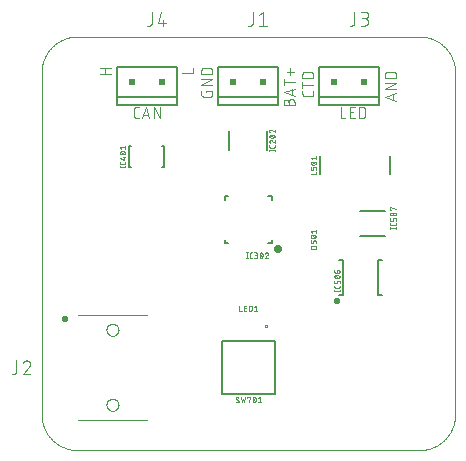
<source format=gto>
G04 EAGLE Gerber RS-274X export*
G75*
%MOMM*%
%FSLAX35Y35*%
%LPD*%
%INsilk_top*%
%IPPOS*%
%AMOC8*
5,1,8,0,0,1.08239X$1,22.5*%
G01*
%ADD10C,0.000000*%
%ADD11C,0.076200*%
%ADD12C,0.050800*%
%ADD13C,0.127000*%
%ADD14C,0.500000*%
%ADD15C,0.300000*%
%ADD16C,0.152400*%
%ADD17C,0.100000*%
%ADD18R,0.508000X0.508000*%
%ADD19C,0.101600*%


D10*
X100Y3199800D02*
X100Y299800D01*
X188Y292551D01*
X450Y285306D01*
X888Y278070D01*
X1501Y270846D01*
X2287Y263639D01*
X3248Y256453D01*
X4382Y249293D01*
X5689Y242162D01*
X7168Y235065D01*
X8817Y228005D01*
X10637Y220988D01*
X12626Y214016D01*
X14783Y207095D01*
X17106Y200228D01*
X19595Y193419D01*
X22248Y186672D01*
X25062Y179991D01*
X28038Y173380D01*
X31172Y166843D01*
X34463Y160383D01*
X37910Y154005D01*
X41509Y147712D01*
X45260Y141508D01*
X49159Y135396D01*
X53205Y129381D01*
X57395Y123464D01*
X61727Y117651D01*
X66198Y111944D01*
X70805Y106347D01*
X75547Y100863D01*
X80419Y95495D01*
X85420Y90247D01*
X90547Y85120D01*
X95795Y80119D01*
X101163Y75247D01*
X106647Y70505D01*
X112244Y65898D01*
X117951Y61427D01*
X123764Y57095D01*
X129681Y52905D01*
X135696Y48859D01*
X141808Y44960D01*
X148012Y41209D01*
X154305Y37610D01*
X160683Y34163D01*
X167143Y30872D01*
X173680Y27738D01*
X180291Y24762D01*
X186972Y21948D01*
X193719Y19295D01*
X200528Y16806D01*
X207395Y14483D01*
X214316Y12326D01*
X221288Y10337D01*
X228305Y8517D01*
X235365Y6868D01*
X242462Y5389D01*
X249593Y4082D01*
X256753Y2948D01*
X263939Y1987D01*
X271146Y1201D01*
X278370Y588D01*
X285606Y150D01*
X292851Y-112D01*
X300100Y-200D01*
X3200100Y-200D01*
X3207349Y-112D01*
X3214594Y150D01*
X3221830Y588D01*
X3229054Y1201D01*
X3236261Y1987D01*
X3243447Y2948D01*
X3250607Y4082D01*
X3257738Y5389D01*
X3264835Y6868D01*
X3271895Y8517D01*
X3278912Y10337D01*
X3285884Y12326D01*
X3292805Y14483D01*
X3299672Y16806D01*
X3306481Y19295D01*
X3313228Y21948D01*
X3319909Y24762D01*
X3326520Y27738D01*
X3333057Y30872D01*
X3339517Y34163D01*
X3345895Y37610D01*
X3352188Y41209D01*
X3358392Y44960D01*
X3364504Y48859D01*
X3370519Y52905D01*
X3376436Y57095D01*
X3382249Y61427D01*
X3387956Y65898D01*
X3393553Y70505D01*
X3399037Y75247D01*
X3404405Y80119D01*
X3409653Y85120D01*
X3414780Y90247D01*
X3419781Y95495D01*
X3424653Y100863D01*
X3429395Y106347D01*
X3434002Y111944D01*
X3438473Y117651D01*
X3442805Y123464D01*
X3446995Y129381D01*
X3451041Y135396D01*
X3454940Y141508D01*
X3458691Y147712D01*
X3462290Y154005D01*
X3465737Y160383D01*
X3469028Y166843D01*
X3472162Y173380D01*
X3475138Y179991D01*
X3477952Y186672D01*
X3480605Y193419D01*
X3483094Y200228D01*
X3485417Y207095D01*
X3487574Y214016D01*
X3489563Y220988D01*
X3491383Y228005D01*
X3493032Y235065D01*
X3494511Y242162D01*
X3495818Y249293D01*
X3496952Y256453D01*
X3497913Y263639D01*
X3498699Y270846D01*
X3499312Y278070D01*
X3499750Y285306D01*
X3500012Y292551D01*
X3500100Y299800D01*
X3500100Y3199800D01*
X3500012Y3207049D01*
X3499750Y3214294D01*
X3499312Y3221530D01*
X3498699Y3228754D01*
X3497913Y3235961D01*
X3496952Y3243147D01*
X3495818Y3250307D01*
X3494511Y3257438D01*
X3493032Y3264535D01*
X3491383Y3271595D01*
X3489563Y3278612D01*
X3487574Y3285584D01*
X3485417Y3292505D01*
X3483094Y3299372D01*
X3480605Y3306181D01*
X3477952Y3312928D01*
X3475138Y3319609D01*
X3472162Y3326220D01*
X3469028Y3332757D01*
X3465737Y3339217D01*
X3462290Y3345595D01*
X3458691Y3351888D01*
X3454940Y3358092D01*
X3451041Y3364204D01*
X3446995Y3370219D01*
X3442805Y3376136D01*
X3438473Y3381949D01*
X3434002Y3387656D01*
X3429395Y3393253D01*
X3424653Y3398737D01*
X3419781Y3404105D01*
X3414780Y3409353D01*
X3409653Y3414480D01*
X3404405Y3419481D01*
X3399037Y3424353D01*
X3393553Y3429095D01*
X3387956Y3433702D01*
X3382249Y3438173D01*
X3376436Y3442505D01*
X3370519Y3446695D01*
X3364504Y3450741D01*
X3358392Y3454640D01*
X3352188Y3458391D01*
X3345895Y3461990D01*
X3339517Y3465437D01*
X3333057Y3468728D01*
X3326520Y3471862D01*
X3319909Y3474838D01*
X3313228Y3477652D01*
X3306481Y3480305D01*
X3299672Y3482794D01*
X3292805Y3485117D01*
X3285884Y3487274D01*
X3278912Y3489263D01*
X3271895Y3491083D01*
X3264835Y3492732D01*
X3257738Y3494211D01*
X3250607Y3495518D01*
X3243447Y3496652D01*
X3236261Y3497613D01*
X3229054Y3498399D01*
X3221830Y3499012D01*
X3214594Y3499450D01*
X3207349Y3499712D01*
X3200100Y3499800D01*
X300100Y3499800D01*
X292851Y3499712D01*
X285606Y3499450D01*
X278370Y3499012D01*
X271146Y3498399D01*
X263939Y3497613D01*
X256753Y3496652D01*
X249593Y3495518D01*
X242462Y3494211D01*
X235365Y3492732D01*
X228305Y3491083D01*
X221288Y3489263D01*
X214316Y3487274D01*
X207395Y3485117D01*
X200528Y3482794D01*
X193719Y3480305D01*
X186972Y3477652D01*
X180291Y3474838D01*
X173680Y3471862D01*
X167143Y3468728D01*
X160683Y3465437D01*
X154305Y3461990D01*
X148012Y3458391D01*
X141808Y3454640D01*
X135696Y3450741D01*
X129681Y3446695D01*
X123764Y3442505D01*
X117951Y3438173D01*
X112244Y3433702D01*
X106647Y3429095D01*
X101163Y3424353D01*
X95795Y3419481D01*
X90547Y3414480D01*
X85420Y3409353D01*
X80419Y3404105D01*
X75547Y3398737D01*
X70805Y3393253D01*
X66198Y3387656D01*
X61727Y3381949D01*
X57395Y3376136D01*
X53205Y3370219D01*
X49159Y3364204D01*
X45260Y3358092D01*
X41509Y3351888D01*
X37910Y3345595D01*
X34463Y3339217D01*
X31172Y3332757D01*
X28038Y3326220D01*
X25062Y3319609D01*
X22248Y3312928D01*
X19595Y3306181D01*
X17106Y3299372D01*
X14783Y3292505D01*
X12626Y3285584D01*
X10637Y3278612D01*
X8817Y3271595D01*
X7168Y3264535D01*
X5689Y3257438D01*
X4382Y3250307D01*
X3248Y3243147D01*
X2287Y3235961D01*
X1501Y3228754D01*
X888Y3221530D01*
X450Y3214294D01*
X188Y3207049D01*
X100Y3199800D01*
D11*
X799741Y2811310D02*
X820269Y2811310D01*
X799741Y2811310D02*
X799245Y2811316D01*
X798749Y2811334D01*
X798254Y2811364D01*
X797760Y2811406D01*
X797267Y2811460D01*
X796775Y2811525D01*
X796285Y2811603D01*
X795797Y2811692D01*
X795311Y2811794D01*
X794828Y2811907D01*
X794348Y2812031D01*
X793871Y2812167D01*
X793397Y2812315D01*
X792927Y2812474D01*
X792461Y2812644D01*
X792000Y2812826D01*
X791542Y2813018D01*
X791090Y2813222D01*
X790643Y2813436D01*
X790201Y2813661D01*
X789764Y2813897D01*
X789334Y2814144D01*
X788909Y2814400D01*
X788491Y2814667D01*
X788079Y2814944D01*
X787674Y2815231D01*
X787277Y2815527D01*
X786886Y2815833D01*
X786503Y2816148D01*
X786128Y2816473D01*
X785760Y2816806D01*
X785401Y2817148D01*
X785050Y2817499D01*
X784708Y2817858D01*
X784375Y2818226D01*
X784050Y2818601D01*
X783735Y2818984D01*
X783429Y2819375D01*
X783133Y2819772D01*
X782846Y2820177D01*
X782569Y2820589D01*
X782302Y2821007D01*
X782046Y2821432D01*
X781799Y2821862D01*
X781563Y2822299D01*
X781338Y2822741D01*
X781124Y2823188D01*
X780920Y2823640D01*
X780728Y2824098D01*
X780546Y2824559D01*
X780376Y2825025D01*
X780217Y2825495D01*
X780069Y2825969D01*
X779933Y2826446D01*
X779809Y2826926D01*
X779696Y2827409D01*
X779594Y2827895D01*
X779505Y2828383D01*
X779427Y2828873D01*
X779362Y2829365D01*
X779308Y2829858D01*
X779266Y2830352D01*
X779236Y2830847D01*
X779218Y2831343D01*
X779212Y2831839D01*
X779212Y2883161D01*
X779218Y2883665D01*
X779237Y2884168D01*
X779268Y2884671D01*
X779311Y2885173D01*
X779366Y2885674D01*
X779434Y2886173D01*
X779514Y2886671D01*
X779606Y2887166D01*
X779711Y2887659D01*
X779827Y2888149D01*
X779956Y2888636D01*
X780096Y2889120D01*
X780248Y2889601D01*
X780412Y2890077D01*
X780588Y2890549D01*
X780775Y2891017D01*
X780973Y2891480D01*
X781183Y2891938D01*
X781404Y2892391D01*
X781636Y2892838D01*
X781879Y2893280D01*
X782133Y2893715D01*
X782397Y2894144D01*
X782672Y2894566D01*
X782957Y2894982D01*
X783252Y2895390D01*
X783557Y2895791D01*
X783872Y2896184D01*
X784196Y2896570D01*
X784530Y2896947D01*
X784873Y2897316D01*
X785225Y2897677D01*
X785585Y2898029D01*
X785954Y2898372D01*
X786332Y2898706D01*
X786717Y2899030D01*
X787111Y2899345D01*
X787512Y2899650D01*
X787920Y2899945D01*
X788336Y2900230D01*
X788758Y2900505D01*
X789187Y2900769D01*
X789622Y2901023D01*
X790064Y2901266D01*
X790511Y2901498D01*
X790964Y2901719D01*
X791422Y2901929D01*
X791885Y2902127D01*
X792352Y2902314D01*
X792825Y2902490D01*
X793301Y2902654D01*
X793782Y2902806D01*
X794265Y2902946D01*
X794753Y2903075D01*
X795243Y2903191D01*
X795736Y2903295D01*
X796231Y2903388D01*
X796728Y2903468D01*
X797228Y2903536D01*
X797729Y2903591D01*
X798230Y2903634D01*
X798733Y2903665D01*
X799237Y2903684D01*
X799741Y2903690D01*
X820269Y2903690D01*
X880128Y2903690D02*
X849334Y2811310D01*
X910921Y2811310D02*
X880128Y2903690D01*
X903223Y2834405D02*
X857033Y2834405D01*
X947466Y2811310D02*
X947466Y2903690D01*
X998788Y2811310D01*
X998788Y2903690D01*
X585940Y3183368D02*
X493560Y3183368D01*
X534618Y3183368D02*
X534618Y3234690D01*
X493560Y3234690D02*
X585940Y3234690D01*
X1192060Y3193633D02*
X1284440Y3193633D01*
X1284440Y3234690D01*
X1391868Y3042691D02*
X1391868Y3027294D01*
X1391868Y3042691D02*
X1443190Y3042691D01*
X1443190Y3011897D01*
X1443184Y3011401D01*
X1443166Y3010905D01*
X1443136Y3010410D01*
X1443094Y3009916D01*
X1443040Y3009423D01*
X1442975Y3008931D01*
X1442897Y3008441D01*
X1442808Y3007953D01*
X1442706Y3007467D01*
X1442593Y3006984D01*
X1442469Y3006504D01*
X1442333Y3006027D01*
X1442185Y3005553D01*
X1442026Y3005083D01*
X1441856Y3004617D01*
X1441674Y3004156D01*
X1441482Y3003698D01*
X1441278Y3003246D01*
X1441064Y3002799D01*
X1440839Y3002357D01*
X1440603Y3001920D01*
X1440356Y3001490D01*
X1440100Y3001065D01*
X1439833Y3000647D01*
X1439556Y3000235D01*
X1439269Y2999830D01*
X1438973Y2999433D01*
X1438667Y2999042D01*
X1438352Y2998659D01*
X1438027Y2998284D01*
X1437694Y2997916D01*
X1437352Y2997557D01*
X1437001Y2997206D01*
X1436642Y2996864D01*
X1436274Y2996531D01*
X1435899Y2996206D01*
X1435516Y2995891D01*
X1435125Y2995585D01*
X1434728Y2995289D01*
X1434323Y2995002D01*
X1433911Y2994725D01*
X1433493Y2994458D01*
X1433068Y2994202D01*
X1432638Y2993955D01*
X1432201Y2993719D01*
X1431759Y2993494D01*
X1431312Y2993280D01*
X1430860Y2993076D01*
X1430402Y2992884D01*
X1429941Y2992702D01*
X1429475Y2992532D01*
X1429005Y2992373D01*
X1428531Y2992225D01*
X1428054Y2992089D01*
X1427574Y2991965D01*
X1427091Y2991852D01*
X1426605Y2991750D01*
X1426117Y2991661D01*
X1425627Y2991583D01*
X1425135Y2991518D01*
X1424642Y2991464D01*
X1424148Y2991422D01*
X1423653Y2991392D01*
X1423157Y2991374D01*
X1422661Y2991368D01*
X1371339Y2991368D01*
X1371339Y2991369D02*
X1370835Y2991375D01*
X1370332Y2991394D01*
X1369829Y2991425D01*
X1369327Y2991468D01*
X1368826Y2991523D01*
X1368327Y2991591D01*
X1367829Y2991671D01*
X1367334Y2991763D01*
X1366841Y2991868D01*
X1366351Y2991984D01*
X1365864Y2992113D01*
X1365380Y2992253D01*
X1364900Y2992405D01*
X1364423Y2992569D01*
X1363951Y2992745D01*
X1363483Y2992932D01*
X1363020Y2993130D01*
X1362562Y2993340D01*
X1362109Y2993561D01*
X1361662Y2993793D01*
X1361220Y2994036D01*
X1360785Y2994290D01*
X1360356Y2994554D01*
X1359934Y2994829D01*
X1359518Y2995114D01*
X1359110Y2995409D01*
X1358709Y2995714D01*
X1358316Y2996029D01*
X1357930Y2996353D01*
X1357553Y2996687D01*
X1357184Y2997030D01*
X1356823Y2997382D01*
X1356471Y2997742D01*
X1356128Y2998111D01*
X1355794Y2998489D01*
X1355470Y2998874D01*
X1355155Y2999268D01*
X1354850Y2999669D01*
X1354555Y3000077D01*
X1354270Y3000492D01*
X1353995Y3000915D01*
X1353731Y3001344D01*
X1353477Y3001779D01*
X1353234Y3002220D01*
X1353002Y3002668D01*
X1352781Y3003120D01*
X1352571Y3003578D01*
X1352373Y3004041D01*
X1352186Y3004509D01*
X1352010Y3004982D01*
X1351846Y3005458D01*
X1351694Y3005938D01*
X1351554Y3006422D01*
X1351425Y3006909D01*
X1351309Y3007400D01*
X1351205Y3007892D01*
X1351112Y3008388D01*
X1351032Y3008885D01*
X1350964Y3009384D01*
X1350909Y3009885D01*
X1350866Y3010387D01*
X1350835Y3010890D01*
X1350816Y3011394D01*
X1350810Y3011897D01*
X1350810Y3042691D01*
X1350810Y3087368D02*
X1443190Y3087368D01*
X1443190Y3138690D02*
X1350810Y3087368D01*
X1350810Y3138690D02*
X1443190Y3138690D01*
X1443190Y3183368D02*
X1350810Y3183368D01*
X1350810Y3209029D01*
X1350817Y3209649D01*
X1350840Y3210269D01*
X1350877Y3210888D01*
X1350930Y3211506D01*
X1350997Y3212122D01*
X1351079Y3212737D01*
X1351176Y3213349D01*
X1351288Y3213959D01*
X1351415Y3214566D01*
X1351556Y3215170D01*
X1351711Y3215770D01*
X1351881Y3216367D01*
X1352066Y3216959D01*
X1352265Y3217546D01*
X1352478Y3218129D01*
X1352704Y3218706D01*
X1352945Y3219277D01*
X1353200Y3219843D01*
X1353468Y3220402D01*
X1353749Y3220954D01*
X1354044Y3221500D01*
X1354352Y3222038D01*
X1354673Y3222569D01*
X1355006Y3223092D01*
X1355352Y3223606D01*
X1355711Y3224112D01*
X1356081Y3224609D01*
X1356464Y3225098D01*
X1356858Y3225576D01*
X1357263Y3226045D01*
X1357680Y3226505D01*
X1358108Y3226954D01*
X1358546Y3227392D01*
X1358995Y3227820D01*
X1359455Y3228237D01*
X1359924Y3228642D01*
X1360402Y3229036D01*
X1360891Y3229419D01*
X1361388Y3229789D01*
X1361894Y3230148D01*
X1362408Y3230494D01*
X1362931Y3230827D01*
X1363462Y3231148D01*
X1364000Y3231456D01*
X1364546Y3231751D01*
X1365098Y3232032D01*
X1365657Y3232300D01*
X1366223Y3232555D01*
X1366794Y3232796D01*
X1367371Y3233022D01*
X1367954Y3233235D01*
X1368541Y3233434D01*
X1369133Y3233619D01*
X1369730Y3233789D01*
X1370330Y3233944D01*
X1370934Y3234085D01*
X1371541Y3234212D01*
X1372151Y3234324D01*
X1372763Y3234421D01*
X1373378Y3234503D01*
X1373994Y3234570D01*
X1374612Y3234623D01*
X1375231Y3234660D01*
X1375851Y3234683D01*
X1376471Y3234690D01*
X1417529Y3234690D01*
X1418149Y3234683D01*
X1418769Y3234660D01*
X1419388Y3234623D01*
X1420006Y3234570D01*
X1420622Y3234503D01*
X1421237Y3234421D01*
X1421849Y3234324D01*
X1422459Y3234212D01*
X1423066Y3234085D01*
X1423670Y3233944D01*
X1424270Y3233789D01*
X1424867Y3233619D01*
X1425459Y3233434D01*
X1426046Y3233235D01*
X1426629Y3233022D01*
X1427206Y3232796D01*
X1427777Y3232555D01*
X1428343Y3232300D01*
X1428902Y3232032D01*
X1429454Y3231751D01*
X1430000Y3231456D01*
X1430538Y3231148D01*
X1431069Y3230827D01*
X1431592Y3230494D01*
X1432106Y3230148D01*
X1432612Y3229789D01*
X1433110Y3229419D01*
X1433598Y3229036D01*
X1434076Y3228642D01*
X1434545Y3228236D01*
X1435005Y3227820D01*
X1435454Y3227392D01*
X1435892Y3226953D01*
X1436320Y3226504D01*
X1436737Y3226045D01*
X1437142Y3225576D01*
X1437536Y3225097D01*
X1437919Y3224609D01*
X1438289Y3224112D01*
X1438648Y3223606D01*
X1438994Y3223091D01*
X1439327Y3222569D01*
X1439648Y3222038D01*
X1439956Y3221500D01*
X1440251Y3220954D01*
X1440532Y3220402D01*
X1440800Y3219842D01*
X1441055Y3219277D01*
X1441296Y3218705D01*
X1441523Y3218128D01*
X1441735Y3217546D01*
X1441934Y3216958D01*
X1442119Y3216366D01*
X1442289Y3215770D01*
X1442444Y3215170D01*
X1442586Y3214566D01*
X1442712Y3213959D01*
X1442824Y3213349D01*
X1442921Y3212736D01*
X1443003Y3212122D01*
X1443070Y3211505D01*
X1443123Y3210887D01*
X1443160Y3210268D01*
X1443183Y3209649D01*
X1443190Y3209029D01*
X1443190Y3183368D01*
X2090368Y2944199D02*
X2090368Y2918538D01*
X2090368Y2944199D02*
X2090376Y2944824D01*
X2090398Y2945448D01*
X2090436Y2946072D01*
X2090490Y2946695D01*
X2090558Y2947316D01*
X2090641Y2947935D01*
X2090740Y2948552D01*
X2090853Y2949167D01*
X2090982Y2949778D01*
X2091125Y2950387D01*
X2091283Y2950991D01*
X2091456Y2951592D01*
X2091643Y2952188D01*
X2091845Y2952780D01*
X2092061Y2953366D01*
X2092292Y2953947D01*
X2092536Y2954522D01*
X2092794Y2955091D01*
X2093066Y2955654D01*
X2093352Y2956209D01*
X2093651Y2956758D01*
X2093964Y2957299D01*
X2094289Y2957833D01*
X2094628Y2958358D01*
X2094979Y2958875D01*
X2095343Y2959383D01*
X2095718Y2959882D01*
X2096106Y2960372D01*
X2096506Y2960853D01*
X2096917Y2961323D01*
X2097340Y2961783D01*
X2097774Y2962233D01*
X2098218Y2962672D01*
X2098673Y2963101D01*
X2099139Y2963518D01*
X2099614Y2963923D01*
X2100100Y2964317D01*
X2100594Y2964699D01*
X2101098Y2965069D01*
X2101611Y2965426D01*
X2102132Y2965771D01*
X2102661Y2966103D01*
X2103199Y2966422D01*
X2103743Y2966728D01*
X2104296Y2967020D01*
X2104855Y2967299D01*
X2105421Y2967565D01*
X2105993Y2967816D01*
X2106571Y2968053D01*
X2107155Y2968277D01*
X2107744Y2968486D01*
X2108337Y2968680D01*
X2108936Y2968860D01*
X2109538Y2969026D01*
X2110145Y2969176D01*
X2110755Y2969312D01*
X2111368Y2969433D01*
X2111984Y2969539D01*
X2112602Y2969630D01*
X2113222Y2969706D01*
X2113844Y2969767D01*
X2114468Y2969812D01*
X2115092Y2969843D01*
X2115717Y2969858D01*
X2116341Y2969858D01*
X2116966Y2969843D01*
X2117590Y2969812D01*
X2118214Y2969767D01*
X2118836Y2969706D01*
X2119456Y2969630D01*
X2120074Y2969539D01*
X2120690Y2969433D01*
X2121303Y2969312D01*
X2121913Y2969176D01*
X2122520Y2969026D01*
X2123122Y2968860D01*
X2123721Y2968680D01*
X2124314Y2968486D01*
X2124903Y2968277D01*
X2125487Y2968053D01*
X2126065Y2967816D01*
X2126637Y2967565D01*
X2127203Y2967299D01*
X2127762Y2967020D01*
X2128315Y2966728D01*
X2128860Y2966422D01*
X2129397Y2966103D01*
X2129926Y2965771D01*
X2130447Y2965426D01*
X2130960Y2965069D01*
X2131464Y2964699D01*
X2131958Y2964317D01*
X2132444Y2963923D01*
X2132919Y2963518D01*
X2133385Y2963101D01*
X2133840Y2962672D01*
X2134284Y2962233D01*
X2134718Y2961783D01*
X2135141Y2961323D01*
X2135552Y2960853D01*
X2135952Y2960372D01*
X2136340Y2959882D01*
X2136715Y2959383D01*
X2137079Y2958875D01*
X2137430Y2958358D01*
X2137769Y2957833D01*
X2138094Y2957299D01*
X2138407Y2956758D01*
X2138706Y2956209D01*
X2138992Y2955654D01*
X2139264Y2955091D01*
X2139522Y2954522D01*
X2139766Y2953947D01*
X2139997Y2953366D01*
X2140213Y2952780D01*
X2140415Y2952188D01*
X2140602Y2951592D01*
X2140775Y2950991D01*
X2140933Y2950387D01*
X2141076Y2949778D01*
X2141205Y2949167D01*
X2141318Y2948552D01*
X2141417Y2947935D01*
X2141500Y2947316D01*
X2141568Y2946695D01*
X2141622Y2946072D01*
X2141660Y2945448D01*
X2141682Y2944824D01*
X2141690Y2944199D01*
X2141690Y2918538D01*
X2049310Y2918538D01*
X2049310Y2944199D01*
X2049316Y2944699D01*
X2049334Y2945199D01*
X2049365Y2945698D01*
X2049407Y2946196D01*
X2049462Y2946693D01*
X2049529Y2947188D01*
X2049608Y2947682D01*
X2049698Y2948173D01*
X2049801Y2948663D01*
X2049916Y2949149D01*
X2050042Y2949633D01*
X2050180Y2950113D01*
X2050330Y2950590D01*
X2050492Y2951064D01*
X2050665Y2951533D01*
X2050849Y2951997D01*
X2051044Y2952457D01*
X2051251Y2952913D01*
X2051469Y2953363D01*
X2051697Y2953807D01*
X2051937Y2954246D01*
X2052187Y2954679D01*
X2052447Y2955106D01*
X2052718Y2955526D01*
X2052999Y2955940D01*
X2053290Y2956346D01*
X2053590Y2956746D01*
X2053901Y2957138D01*
X2054221Y2957522D01*
X2054550Y2957898D01*
X2054888Y2958267D01*
X2055235Y2958627D01*
X2055590Y2958978D01*
X2055954Y2959320D01*
X2056327Y2959654D01*
X2056707Y2959979D01*
X2057095Y2960294D01*
X2057491Y2960599D01*
X2057894Y2960895D01*
X2058304Y2961181D01*
X2058721Y2961457D01*
X2059145Y2961722D01*
X2059575Y2961978D01*
X2060010Y2962222D01*
X2060452Y2962456D01*
X2060900Y2962679D01*
X2061352Y2962892D01*
X2061810Y2963093D01*
X2062272Y2963283D01*
X2062739Y2963461D01*
X2063211Y2963628D01*
X2063686Y2963784D01*
X2064164Y2963928D01*
X2064647Y2964060D01*
X2065132Y2964181D01*
X2065620Y2964290D01*
X2066110Y2964387D01*
X2066603Y2964471D01*
X2067097Y2964544D01*
X2067594Y2964605D01*
X2068091Y2964653D01*
X2068590Y2964690D01*
X2069089Y2964714D01*
X2069589Y2964726D01*
X2070089Y2964726D01*
X2070589Y2964714D01*
X2071088Y2964690D01*
X2071587Y2964653D01*
X2072084Y2964605D01*
X2072581Y2964544D01*
X2073075Y2964471D01*
X2073568Y2964387D01*
X2074058Y2964290D01*
X2074546Y2964181D01*
X2075031Y2964060D01*
X2075514Y2963928D01*
X2075992Y2963784D01*
X2076467Y2963628D01*
X2076939Y2963461D01*
X2077406Y2963283D01*
X2077868Y2963093D01*
X2078326Y2962892D01*
X2078778Y2962679D01*
X2079226Y2962456D01*
X2079668Y2962222D01*
X2080104Y2961978D01*
X2080533Y2961722D01*
X2080957Y2961457D01*
X2081374Y2961181D01*
X2081784Y2960895D01*
X2082187Y2960599D01*
X2082583Y2960294D01*
X2082971Y2959979D01*
X2083351Y2959654D01*
X2083724Y2959320D01*
X2084088Y2958978D01*
X2084443Y2958627D01*
X2084790Y2958267D01*
X2085128Y2957898D01*
X2085457Y2957522D01*
X2085777Y2957138D01*
X2086088Y2956746D01*
X2086388Y2956346D01*
X2086679Y2955940D01*
X2086960Y2955526D01*
X2087231Y2955106D01*
X2087491Y2954679D01*
X2087741Y2954246D01*
X2087981Y2953807D01*
X2088209Y2953363D01*
X2088427Y2952913D01*
X2088634Y2952457D01*
X2088829Y2951997D01*
X2089013Y2951533D01*
X2089186Y2951064D01*
X2089348Y2950590D01*
X2089498Y2950113D01*
X2089636Y2949633D01*
X2089762Y2949149D01*
X2089877Y2948663D01*
X2089980Y2948173D01*
X2090070Y2947682D01*
X2090149Y2947188D01*
X2090216Y2946693D01*
X2090271Y2946196D01*
X2090313Y2945698D01*
X2090344Y2945199D01*
X2090362Y2944699D01*
X2090368Y2944199D01*
X2141690Y2999104D02*
X2049310Y3029897D01*
X2141690Y3060691D01*
X2118595Y3052992D02*
X2118595Y3006802D01*
X2141690Y3113897D02*
X2049310Y3113897D01*
X2049310Y3088236D02*
X2049310Y3139558D01*
X2105765Y3173103D02*
X2105765Y3234690D01*
X2136558Y3203897D02*
X2074971Y3203897D01*
X2300440Y3036421D02*
X2300440Y3015892D01*
X2300434Y3015396D01*
X2300416Y3014900D01*
X2300386Y3014405D01*
X2300344Y3013911D01*
X2300290Y3013418D01*
X2300225Y3012926D01*
X2300147Y3012436D01*
X2300058Y3011948D01*
X2299956Y3011462D01*
X2299843Y3010979D01*
X2299719Y3010499D01*
X2299583Y3010022D01*
X2299435Y3009548D01*
X2299276Y3009078D01*
X2299106Y3008612D01*
X2298924Y3008151D01*
X2298732Y3007693D01*
X2298528Y3007241D01*
X2298314Y3006794D01*
X2298089Y3006352D01*
X2297853Y3005915D01*
X2297606Y3005485D01*
X2297350Y3005060D01*
X2297083Y3004642D01*
X2296806Y3004230D01*
X2296519Y3003825D01*
X2296223Y3003428D01*
X2295917Y3003037D01*
X2295602Y3002654D01*
X2295277Y3002279D01*
X2294944Y3001911D01*
X2294602Y3001552D01*
X2294251Y3001201D01*
X2293892Y3000859D01*
X2293524Y3000526D01*
X2293149Y3000201D01*
X2292766Y2999886D01*
X2292375Y2999580D01*
X2291978Y2999284D01*
X2291573Y2998997D01*
X2291161Y2998720D01*
X2290743Y2998453D01*
X2290318Y2998197D01*
X2289888Y2997950D01*
X2289451Y2997714D01*
X2289009Y2997489D01*
X2288562Y2997275D01*
X2288110Y2997071D01*
X2287652Y2996879D01*
X2287191Y2996697D01*
X2286725Y2996527D01*
X2286255Y2996368D01*
X2285781Y2996220D01*
X2285304Y2996084D01*
X2284824Y2995960D01*
X2284341Y2995847D01*
X2283855Y2995745D01*
X2283367Y2995656D01*
X2282877Y2995578D01*
X2282385Y2995513D01*
X2281892Y2995459D01*
X2281398Y2995417D01*
X2280903Y2995387D01*
X2280407Y2995369D01*
X2279911Y2995363D01*
X2228589Y2995363D01*
X2228589Y2995364D02*
X2228085Y2995370D01*
X2227582Y2995389D01*
X2227079Y2995420D01*
X2226577Y2995463D01*
X2226076Y2995518D01*
X2225577Y2995586D01*
X2225079Y2995666D01*
X2224584Y2995758D01*
X2224091Y2995863D01*
X2223601Y2995979D01*
X2223114Y2996108D01*
X2222630Y2996248D01*
X2222150Y2996400D01*
X2221673Y2996564D01*
X2221201Y2996740D01*
X2220733Y2996927D01*
X2220270Y2997125D01*
X2219812Y2997335D01*
X2219359Y2997556D01*
X2218912Y2997788D01*
X2218470Y2998031D01*
X2218035Y2998285D01*
X2217606Y2998549D01*
X2217184Y2998824D01*
X2216768Y2999109D01*
X2216360Y2999404D01*
X2215959Y2999709D01*
X2215566Y3000024D01*
X2215180Y3000348D01*
X2214803Y3000682D01*
X2214434Y3001025D01*
X2214073Y3001377D01*
X2213721Y3001737D01*
X2213378Y3002106D01*
X2213044Y3002484D01*
X2212720Y3002869D01*
X2212405Y3003263D01*
X2212100Y3003664D01*
X2211805Y3004072D01*
X2211520Y3004487D01*
X2211245Y3004910D01*
X2210981Y3005339D01*
X2210727Y3005774D01*
X2210484Y3006215D01*
X2210252Y3006663D01*
X2210031Y3007115D01*
X2209821Y3007573D01*
X2209623Y3008036D01*
X2209436Y3008504D01*
X2209260Y3008977D01*
X2209096Y3009453D01*
X2208944Y3009933D01*
X2208804Y3010417D01*
X2208675Y3010904D01*
X2208559Y3011395D01*
X2208455Y3011887D01*
X2208362Y3012383D01*
X2208282Y3012880D01*
X2208214Y3013379D01*
X2208159Y3013880D01*
X2208116Y3014382D01*
X2208085Y3014885D01*
X2208066Y3015389D01*
X2208060Y3015892D01*
X2208060Y3036421D01*
X2208060Y3090279D02*
X2300440Y3090279D01*
X2208060Y3064618D02*
X2208060Y3115940D01*
X2208060Y3151618D02*
X2300440Y3151618D01*
X2208060Y3151618D02*
X2208060Y3177279D01*
X2208067Y3177899D01*
X2208090Y3178519D01*
X2208127Y3179138D01*
X2208180Y3179756D01*
X2208247Y3180372D01*
X2208329Y3180987D01*
X2208426Y3181599D01*
X2208538Y3182209D01*
X2208665Y3182816D01*
X2208806Y3183420D01*
X2208961Y3184020D01*
X2209131Y3184617D01*
X2209316Y3185209D01*
X2209515Y3185796D01*
X2209728Y3186379D01*
X2209954Y3186956D01*
X2210195Y3187527D01*
X2210450Y3188093D01*
X2210718Y3188652D01*
X2210999Y3189204D01*
X2211294Y3189750D01*
X2211602Y3190288D01*
X2211923Y3190819D01*
X2212256Y3191342D01*
X2212602Y3191856D01*
X2212961Y3192362D01*
X2213331Y3192859D01*
X2213714Y3193348D01*
X2214108Y3193826D01*
X2214513Y3194295D01*
X2214930Y3194755D01*
X2215358Y3195204D01*
X2215796Y3195642D01*
X2216245Y3196070D01*
X2216705Y3196487D01*
X2217174Y3196892D01*
X2217652Y3197286D01*
X2218141Y3197669D01*
X2218638Y3198039D01*
X2219144Y3198398D01*
X2219658Y3198744D01*
X2220181Y3199077D01*
X2220712Y3199398D01*
X2221250Y3199706D01*
X2221796Y3200001D01*
X2222348Y3200282D01*
X2222907Y3200550D01*
X2223473Y3200805D01*
X2224044Y3201046D01*
X2224621Y3201272D01*
X2225204Y3201485D01*
X2225791Y3201684D01*
X2226383Y3201869D01*
X2226980Y3202039D01*
X2227580Y3202194D01*
X2228184Y3202335D01*
X2228791Y3202462D01*
X2229401Y3202574D01*
X2230013Y3202671D01*
X2230628Y3202753D01*
X2231244Y3202820D01*
X2231862Y3202873D01*
X2232481Y3202910D01*
X2233101Y3202933D01*
X2233721Y3202940D01*
X2274779Y3202940D01*
X2275399Y3202933D01*
X2276019Y3202910D01*
X2276638Y3202873D01*
X2277256Y3202820D01*
X2277872Y3202753D01*
X2278487Y3202671D01*
X2279099Y3202574D01*
X2279709Y3202462D01*
X2280316Y3202335D01*
X2280920Y3202194D01*
X2281520Y3202039D01*
X2282117Y3201869D01*
X2282709Y3201684D01*
X2283296Y3201485D01*
X2283879Y3201272D01*
X2284456Y3201046D01*
X2285027Y3200805D01*
X2285593Y3200550D01*
X2286152Y3200282D01*
X2286704Y3200001D01*
X2287250Y3199706D01*
X2287788Y3199398D01*
X2288319Y3199077D01*
X2288842Y3198744D01*
X2289356Y3198398D01*
X2289862Y3198039D01*
X2290360Y3197669D01*
X2290848Y3197286D01*
X2291326Y3196892D01*
X2291795Y3196486D01*
X2292255Y3196070D01*
X2292704Y3195642D01*
X2293142Y3195203D01*
X2293570Y3194754D01*
X2293987Y3194295D01*
X2294392Y3193826D01*
X2294786Y3193347D01*
X2295169Y3192859D01*
X2295539Y3192362D01*
X2295898Y3191856D01*
X2296244Y3191341D01*
X2296577Y3190819D01*
X2296898Y3190288D01*
X2297206Y3189750D01*
X2297501Y3189204D01*
X2297782Y3188652D01*
X2298050Y3188092D01*
X2298305Y3187527D01*
X2298546Y3186955D01*
X2298773Y3186378D01*
X2298985Y3185796D01*
X2299184Y3185208D01*
X2299369Y3184616D01*
X2299539Y3184020D01*
X2299694Y3183420D01*
X2299836Y3182816D01*
X2299962Y3182209D01*
X2300074Y3181599D01*
X2300171Y3180986D01*
X2300253Y3180372D01*
X2300320Y3179755D01*
X2300373Y3179137D01*
X2300410Y3178518D01*
X2300433Y3177899D01*
X2300440Y3177279D01*
X2300440Y3151618D01*
X2531676Y2903690D02*
X2531676Y2811310D01*
X2572734Y2811310D01*
X2609676Y2811310D02*
X2650733Y2811310D01*
X2609676Y2811310D02*
X2609676Y2903690D01*
X2650733Y2903690D01*
X2640469Y2862632D02*
X2609676Y2862632D01*
X2687502Y2903690D02*
X2687502Y2811310D01*
X2687502Y2903690D02*
X2713163Y2903690D01*
X2713783Y2903683D01*
X2714403Y2903660D01*
X2715022Y2903623D01*
X2715640Y2903570D01*
X2716256Y2903503D01*
X2716871Y2903421D01*
X2717483Y2903324D01*
X2718093Y2903212D01*
X2718700Y2903085D01*
X2719304Y2902944D01*
X2719904Y2902789D01*
X2720501Y2902619D01*
X2721093Y2902434D01*
X2721680Y2902235D01*
X2722263Y2902022D01*
X2722840Y2901796D01*
X2723411Y2901555D01*
X2723977Y2901300D01*
X2724536Y2901032D01*
X2725088Y2900751D01*
X2725634Y2900456D01*
X2726172Y2900148D01*
X2726703Y2899827D01*
X2727226Y2899494D01*
X2727740Y2899148D01*
X2728246Y2898789D01*
X2728743Y2898419D01*
X2729232Y2898036D01*
X2729710Y2897642D01*
X2730179Y2897237D01*
X2730639Y2896820D01*
X2731088Y2896392D01*
X2731526Y2895954D01*
X2731954Y2895505D01*
X2732371Y2895045D01*
X2732776Y2894576D01*
X2733170Y2894098D01*
X2733553Y2893609D01*
X2733923Y2893112D01*
X2734282Y2892606D01*
X2734628Y2892092D01*
X2734961Y2891569D01*
X2735282Y2891038D01*
X2735590Y2890500D01*
X2735885Y2889954D01*
X2736166Y2889402D01*
X2736434Y2888843D01*
X2736689Y2888277D01*
X2736930Y2887706D01*
X2737156Y2887129D01*
X2737369Y2886546D01*
X2737568Y2885959D01*
X2737753Y2885367D01*
X2737923Y2884770D01*
X2738078Y2884170D01*
X2738219Y2883566D01*
X2738346Y2882959D01*
X2738458Y2882349D01*
X2738555Y2881737D01*
X2738637Y2881122D01*
X2738704Y2880506D01*
X2738757Y2879888D01*
X2738794Y2879269D01*
X2738817Y2878649D01*
X2738824Y2878029D01*
X2738824Y2836971D01*
X2738817Y2836351D01*
X2738794Y2835731D01*
X2738757Y2835112D01*
X2738704Y2834494D01*
X2738637Y2833878D01*
X2738555Y2833263D01*
X2738458Y2832651D01*
X2738346Y2832041D01*
X2738219Y2831434D01*
X2738078Y2830830D01*
X2737923Y2830230D01*
X2737753Y2829633D01*
X2737568Y2829041D01*
X2737369Y2828454D01*
X2737156Y2827871D01*
X2736930Y2827294D01*
X2736689Y2826723D01*
X2736434Y2826157D01*
X2736166Y2825598D01*
X2735885Y2825046D01*
X2735590Y2824500D01*
X2735282Y2823962D01*
X2734961Y2823431D01*
X2734628Y2822908D01*
X2734282Y2822394D01*
X2733923Y2821888D01*
X2733553Y2821390D01*
X2733170Y2820902D01*
X2732776Y2820424D01*
X2732370Y2819955D01*
X2731954Y2819495D01*
X2731526Y2819046D01*
X2731087Y2818608D01*
X2730638Y2818180D01*
X2730179Y2817763D01*
X2729710Y2817358D01*
X2729231Y2816964D01*
X2728743Y2816581D01*
X2728246Y2816211D01*
X2727740Y2815852D01*
X2727225Y2815506D01*
X2726703Y2815173D01*
X2726172Y2814852D01*
X2725634Y2814544D01*
X2725088Y2814249D01*
X2724536Y2813968D01*
X2723976Y2813700D01*
X2723411Y2813445D01*
X2722839Y2813204D01*
X2722262Y2812977D01*
X2721680Y2812765D01*
X2721092Y2812566D01*
X2720500Y2812381D01*
X2719904Y2812211D01*
X2719304Y2812056D01*
X2718700Y2811914D01*
X2718093Y2811788D01*
X2717483Y2811676D01*
X2716870Y2811579D01*
X2716256Y2811497D01*
X2715639Y2811430D01*
X2715021Y2811377D01*
X2714402Y2811340D01*
X2713783Y2811317D01*
X2713163Y2811310D01*
X2687502Y2811310D01*
X2906560Y2988279D02*
X2998940Y2957486D01*
X2998940Y3019073D02*
X2906560Y2988279D01*
X2975845Y3011374D02*
X2975845Y2965184D01*
X2998940Y3055618D02*
X2906560Y3055618D01*
X2998940Y3106940D01*
X2906560Y3106940D01*
X2906560Y3151618D02*
X2998940Y3151618D01*
X2906560Y3151618D02*
X2906560Y3177279D01*
X2906567Y3177899D01*
X2906590Y3178519D01*
X2906627Y3179138D01*
X2906680Y3179756D01*
X2906747Y3180372D01*
X2906829Y3180987D01*
X2906926Y3181599D01*
X2907038Y3182209D01*
X2907165Y3182816D01*
X2907306Y3183420D01*
X2907461Y3184020D01*
X2907631Y3184617D01*
X2907816Y3185209D01*
X2908015Y3185796D01*
X2908228Y3186379D01*
X2908454Y3186956D01*
X2908695Y3187527D01*
X2908950Y3188093D01*
X2909218Y3188652D01*
X2909499Y3189204D01*
X2909794Y3189750D01*
X2910102Y3190288D01*
X2910423Y3190819D01*
X2910756Y3191342D01*
X2911102Y3191856D01*
X2911461Y3192362D01*
X2911831Y3192859D01*
X2912214Y3193348D01*
X2912608Y3193826D01*
X2913013Y3194295D01*
X2913430Y3194755D01*
X2913858Y3195204D01*
X2914296Y3195642D01*
X2914745Y3196070D01*
X2915205Y3196487D01*
X2915674Y3196892D01*
X2916152Y3197286D01*
X2916641Y3197669D01*
X2917138Y3198039D01*
X2917644Y3198398D01*
X2918158Y3198744D01*
X2918681Y3199077D01*
X2919212Y3199398D01*
X2919750Y3199706D01*
X2920296Y3200001D01*
X2920848Y3200282D01*
X2921407Y3200550D01*
X2921973Y3200805D01*
X2922544Y3201046D01*
X2923121Y3201272D01*
X2923704Y3201485D01*
X2924291Y3201684D01*
X2924883Y3201869D01*
X2925480Y3202039D01*
X2926080Y3202194D01*
X2926684Y3202335D01*
X2927291Y3202462D01*
X2927901Y3202574D01*
X2928513Y3202671D01*
X2929128Y3202753D01*
X2929744Y3202820D01*
X2930362Y3202873D01*
X2930981Y3202910D01*
X2931601Y3202933D01*
X2932221Y3202940D01*
X2973279Y3202940D01*
X2973899Y3202933D01*
X2974519Y3202910D01*
X2975138Y3202873D01*
X2975756Y3202820D01*
X2976372Y3202753D01*
X2976987Y3202671D01*
X2977599Y3202574D01*
X2978209Y3202462D01*
X2978816Y3202335D01*
X2979420Y3202194D01*
X2980020Y3202039D01*
X2980617Y3201869D01*
X2981209Y3201684D01*
X2981796Y3201485D01*
X2982379Y3201272D01*
X2982956Y3201046D01*
X2983527Y3200805D01*
X2984093Y3200550D01*
X2984652Y3200282D01*
X2985204Y3200001D01*
X2985750Y3199706D01*
X2986288Y3199398D01*
X2986819Y3199077D01*
X2987342Y3198744D01*
X2987856Y3198398D01*
X2988362Y3198039D01*
X2988860Y3197669D01*
X2989348Y3197286D01*
X2989826Y3196892D01*
X2990295Y3196486D01*
X2990755Y3196070D01*
X2991204Y3195642D01*
X2991642Y3195203D01*
X2992070Y3194754D01*
X2992487Y3194295D01*
X2992892Y3193826D01*
X2993286Y3193347D01*
X2993669Y3192859D01*
X2994039Y3192362D01*
X2994398Y3191856D01*
X2994744Y3191341D01*
X2995077Y3190819D01*
X2995398Y3190288D01*
X2995706Y3189750D01*
X2996001Y3189204D01*
X2996282Y3188652D01*
X2996550Y3188092D01*
X2996805Y3187527D01*
X2997046Y3186955D01*
X2997273Y3186378D01*
X2997485Y3185796D01*
X2997684Y3185208D01*
X2997869Y3184616D01*
X2998039Y3184020D01*
X2998194Y3183420D01*
X2998336Y3182816D01*
X2998462Y3182209D01*
X2998574Y3181599D01*
X2998671Y3180986D01*
X2998753Y3180372D01*
X2998820Y3179755D01*
X2998873Y3179137D01*
X2998910Y3178518D01*
X2998933Y3177899D01*
X2998940Y3177279D01*
X2998940Y3151618D01*
D12*
X2322460Y1703773D02*
X2277540Y1703773D01*
X2277540Y1716250D01*
X2277544Y1716552D01*
X2277555Y1716853D01*
X2277573Y1717154D01*
X2277598Y1717454D01*
X2277631Y1717754D01*
X2277671Y1718053D01*
X2277718Y1718351D01*
X2277772Y1718647D01*
X2277834Y1718943D01*
X2277903Y1719236D01*
X2277978Y1719528D01*
X2278061Y1719818D01*
X2278151Y1720106D01*
X2278247Y1720392D01*
X2278351Y1720675D01*
X2278461Y1720955D01*
X2278578Y1721233D01*
X2278702Y1721508D01*
X2278832Y1721780D01*
X2278969Y1722049D01*
X2279113Y1722314D01*
X2279262Y1722576D01*
X2279418Y1722834D01*
X2279581Y1723088D01*
X2279749Y1723338D01*
X2279923Y1723584D01*
X2280103Y1723826D01*
X2280289Y1724064D01*
X2280481Y1724296D01*
X2280678Y1724525D01*
X2280881Y1724748D01*
X2281089Y1724966D01*
X2281302Y1725179D01*
X2281520Y1725387D01*
X2281744Y1725590D01*
X2281972Y1725787D01*
X2282205Y1725979D01*
X2282442Y1726165D01*
X2282684Y1726345D01*
X2282930Y1726519D01*
X2283180Y1726688D01*
X2283434Y1726850D01*
X2283692Y1727006D01*
X2283954Y1727155D01*
X2284219Y1727299D01*
X2284488Y1727436D01*
X2284760Y1727566D01*
X2285035Y1727690D01*
X2285313Y1727807D01*
X2285593Y1727917D01*
X2285877Y1728021D01*
X2286162Y1728117D01*
X2286450Y1728207D01*
X2286740Y1728290D01*
X2287032Y1728365D01*
X2287326Y1728434D01*
X2287621Y1728496D01*
X2287918Y1728550D01*
X2288215Y1728597D01*
X2288514Y1728637D01*
X2288814Y1728670D01*
X2289114Y1728695D01*
X2289415Y1728713D01*
X2289717Y1728724D01*
X2290018Y1728728D01*
X2309983Y1728728D01*
X2310285Y1728724D01*
X2310586Y1728713D01*
X2310887Y1728695D01*
X2311187Y1728670D01*
X2311487Y1728637D01*
X2311786Y1728597D01*
X2312084Y1728550D01*
X2312380Y1728496D01*
X2312676Y1728434D01*
X2312969Y1728365D01*
X2313261Y1728290D01*
X2313551Y1728207D01*
X2313839Y1728117D01*
X2314125Y1728021D01*
X2314408Y1727917D01*
X2314688Y1727807D01*
X2314966Y1727690D01*
X2315241Y1727566D01*
X2315513Y1727436D01*
X2315782Y1727299D01*
X2316047Y1727155D01*
X2316309Y1727006D01*
X2316567Y1726850D01*
X2316821Y1726687D01*
X2317071Y1726519D01*
X2317317Y1726345D01*
X2317559Y1726165D01*
X2317797Y1725979D01*
X2318029Y1725787D01*
X2318257Y1725590D01*
X2318481Y1725387D01*
X2318699Y1725179D01*
X2318912Y1724966D01*
X2319120Y1724748D01*
X2319323Y1724524D01*
X2319520Y1724296D01*
X2319712Y1724064D01*
X2319898Y1723826D01*
X2320078Y1723584D01*
X2320252Y1723338D01*
X2320420Y1723088D01*
X2320583Y1722834D01*
X2320739Y1722576D01*
X2320888Y1722314D01*
X2321032Y1722049D01*
X2321169Y1721780D01*
X2321299Y1721508D01*
X2321423Y1721233D01*
X2321540Y1720955D01*
X2321650Y1720675D01*
X2321754Y1720392D01*
X2321850Y1720106D01*
X2321940Y1719818D01*
X2322023Y1719528D01*
X2322098Y1719236D01*
X2322167Y1718943D01*
X2322229Y1718647D01*
X2322283Y1718351D01*
X2322330Y1718053D01*
X2322370Y1717754D01*
X2322403Y1717454D01*
X2322428Y1717154D01*
X2322446Y1716853D01*
X2322457Y1716552D01*
X2322461Y1716250D01*
X2322460Y1716250D02*
X2322460Y1703773D01*
X2322460Y1750273D02*
X2322460Y1765246D01*
X2322457Y1765487D01*
X2322448Y1765728D01*
X2322434Y1765969D01*
X2322413Y1766209D01*
X2322387Y1766449D01*
X2322355Y1766688D01*
X2322318Y1766927D01*
X2322274Y1767164D01*
X2322225Y1767400D01*
X2322170Y1767635D01*
X2322109Y1767868D01*
X2322043Y1768100D01*
X2321971Y1768331D01*
X2321894Y1768559D01*
X2321811Y1768786D01*
X2321723Y1769010D01*
X2321629Y1769232D01*
X2321530Y1769452D01*
X2321426Y1769670D01*
X2321317Y1769885D01*
X2321202Y1770097D01*
X2321082Y1770306D01*
X2320957Y1770513D01*
X2320828Y1770716D01*
X2320693Y1770916D01*
X2320554Y1771113D01*
X2320409Y1771307D01*
X2320261Y1771497D01*
X2320107Y1771683D01*
X2319950Y1771865D01*
X2319788Y1772044D01*
X2319621Y1772219D01*
X2319451Y1772389D01*
X2319276Y1772556D01*
X2319097Y1772718D01*
X2318915Y1772875D01*
X2318729Y1773029D01*
X2318539Y1773177D01*
X2318345Y1773322D01*
X2318148Y1773461D01*
X2317948Y1773596D01*
X2317745Y1773725D01*
X2317538Y1773850D01*
X2317329Y1773970D01*
X2317117Y1774085D01*
X2316902Y1774194D01*
X2316684Y1774298D01*
X2316464Y1774397D01*
X2316242Y1774491D01*
X2316018Y1774579D01*
X2315791Y1774662D01*
X2315563Y1774739D01*
X2315332Y1774811D01*
X2315100Y1774877D01*
X2314867Y1774938D01*
X2314632Y1774993D01*
X2314396Y1775042D01*
X2314159Y1775086D01*
X2313920Y1775123D01*
X2313681Y1775155D01*
X2313441Y1775181D01*
X2313201Y1775202D01*
X2312960Y1775216D01*
X2312719Y1775225D01*
X2312478Y1775228D01*
X2307487Y1775228D01*
X2307242Y1775225D01*
X2306997Y1775216D01*
X2306753Y1775201D01*
X2306509Y1775180D01*
X2306265Y1775153D01*
X2306022Y1775120D01*
X2305780Y1775081D01*
X2305539Y1775036D01*
X2305300Y1774985D01*
X2305061Y1774929D01*
X2304824Y1774866D01*
X2304589Y1774798D01*
X2304356Y1774724D01*
X2304124Y1774644D01*
X2303894Y1774559D01*
X2303667Y1774468D01*
X2303442Y1774372D01*
X2303219Y1774270D01*
X2302999Y1774162D01*
X2302781Y1774049D01*
X2302566Y1773931D01*
X2302355Y1773808D01*
X2302146Y1773679D01*
X2301941Y1773546D01*
X2301739Y1773407D01*
X2301540Y1773263D01*
X2301345Y1773115D01*
X2301154Y1772962D01*
X2300966Y1772804D01*
X2300783Y1772642D01*
X2300603Y1772475D01*
X2300428Y1772304D01*
X2300257Y1772129D01*
X2300090Y1771949D01*
X2299928Y1771766D01*
X2299770Y1771578D01*
X2299617Y1771387D01*
X2299469Y1771192D01*
X2299325Y1770993D01*
X2299187Y1770791D01*
X2299053Y1770586D01*
X2298924Y1770377D01*
X2298801Y1770166D01*
X2298683Y1769951D01*
X2298570Y1769734D01*
X2298463Y1769513D01*
X2298361Y1769291D01*
X2298264Y1769066D01*
X2298173Y1768838D01*
X2298088Y1768608D01*
X2298008Y1768377D01*
X2297934Y1768143D01*
X2297866Y1767908D01*
X2297803Y1767671D01*
X2297747Y1767433D01*
X2297696Y1767193D01*
X2297651Y1766952D01*
X2297612Y1766710D01*
X2297579Y1766467D01*
X2297552Y1766224D01*
X2297531Y1765980D01*
X2297516Y1765735D01*
X2297507Y1765490D01*
X2297504Y1765245D01*
X2297505Y1765246D02*
X2297505Y1750273D01*
X2277540Y1750273D01*
X2277540Y1775228D01*
X2283779Y1799015D02*
X2284578Y1798637D01*
X2285386Y1798279D01*
X2286202Y1797940D01*
X2287026Y1797620D01*
X2287857Y1797320D01*
X2288695Y1797040D01*
X2289540Y1796781D01*
X2290390Y1796541D01*
X2291246Y1796322D01*
X2292108Y1796123D01*
X2292973Y1795945D01*
X2293843Y1795788D01*
X2294716Y1795651D01*
X2295592Y1795535D01*
X2296470Y1795441D01*
X2297351Y1795367D01*
X2298233Y1795314D01*
X2299116Y1795283D01*
X2300000Y1795272D01*
X2283779Y1799016D02*
X2283567Y1799091D01*
X2283358Y1799172D01*
X2283150Y1799257D01*
X2282945Y1799348D01*
X2282741Y1799444D01*
X2282541Y1799544D01*
X2282342Y1799650D01*
X2282147Y1799760D01*
X2281954Y1799875D01*
X2281764Y1799994D01*
X2281576Y1800118D01*
X2281392Y1800247D01*
X2281211Y1800380D01*
X2281034Y1800517D01*
X2280860Y1800659D01*
X2280689Y1800805D01*
X2280522Y1800955D01*
X2280358Y1801109D01*
X2280199Y1801267D01*
X2280043Y1801429D01*
X2279891Y1801595D01*
X2279744Y1801764D01*
X2279600Y1801937D01*
X2279461Y1802113D01*
X2279326Y1802292D01*
X2279195Y1802475D01*
X2279069Y1802661D01*
X2278948Y1802850D01*
X2278831Y1803042D01*
X2278719Y1803236D01*
X2278611Y1803433D01*
X2278509Y1803633D01*
X2278411Y1803835D01*
X2278318Y1804040D01*
X2278230Y1804247D01*
X2278148Y1804455D01*
X2278070Y1804666D01*
X2277998Y1804879D01*
X2277931Y1805093D01*
X2277869Y1805309D01*
X2277812Y1805526D01*
X2277760Y1805745D01*
X2277714Y1805965D01*
X2277674Y1806185D01*
X2277638Y1806407D01*
X2277608Y1806630D01*
X2277584Y1806853D01*
X2277565Y1807077D01*
X2277551Y1807301D01*
X2277543Y1807525D01*
X2277540Y1807750D01*
X2277543Y1807975D01*
X2277551Y1808199D01*
X2277565Y1808423D01*
X2277584Y1808647D01*
X2277608Y1808870D01*
X2277638Y1809093D01*
X2277674Y1809315D01*
X2277714Y1809535D01*
X2277760Y1809755D01*
X2277812Y1809974D01*
X2277869Y1810191D01*
X2277931Y1810407D01*
X2277998Y1810621D01*
X2278070Y1810834D01*
X2278148Y1811045D01*
X2278230Y1811253D01*
X2278318Y1811460D01*
X2278411Y1811665D01*
X2278509Y1811867D01*
X2278611Y1812067D01*
X2278719Y1812264D01*
X2278831Y1812458D01*
X2278948Y1812650D01*
X2279069Y1812839D01*
X2279195Y1813025D01*
X2279326Y1813208D01*
X2279461Y1813387D01*
X2279600Y1813563D01*
X2279743Y1813736D01*
X2279891Y1813905D01*
X2280043Y1814071D01*
X2280199Y1814233D01*
X2280358Y1814391D01*
X2280522Y1814545D01*
X2280689Y1814695D01*
X2280859Y1814841D01*
X2281034Y1814982D01*
X2281211Y1815120D01*
X2281392Y1815253D01*
X2281576Y1815382D01*
X2281763Y1815506D01*
X2281954Y1815625D01*
X2282146Y1815740D01*
X2282342Y1815850D01*
X2282541Y1815956D01*
X2282741Y1816056D01*
X2282945Y1816152D01*
X2283150Y1816242D01*
X2283358Y1816328D01*
X2283567Y1816409D01*
X2283779Y1816484D01*
X2284578Y1816862D01*
X2285386Y1817220D01*
X2286202Y1817559D01*
X2287026Y1817879D01*
X2287857Y1818179D01*
X2288695Y1818459D01*
X2289540Y1818718D01*
X2290390Y1818958D01*
X2291246Y1819177D01*
X2292108Y1819376D01*
X2292973Y1819554D01*
X2293843Y1819711D01*
X2294716Y1819848D01*
X2295592Y1819964D01*
X2296470Y1820058D01*
X2297351Y1820132D01*
X2298233Y1820185D01*
X2299116Y1820216D01*
X2300000Y1820227D01*
X2300000Y1795272D02*
X2300884Y1795283D01*
X2301767Y1795314D01*
X2302649Y1795367D01*
X2303530Y1795441D01*
X2304408Y1795535D01*
X2305284Y1795651D01*
X2306157Y1795788D01*
X2307027Y1795945D01*
X2307893Y1796123D01*
X2308754Y1796322D01*
X2309610Y1796541D01*
X2310460Y1796781D01*
X2311305Y1797040D01*
X2312143Y1797320D01*
X2312975Y1797620D01*
X2313799Y1797940D01*
X2314615Y1798279D01*
X2315422Y1798637D01*
X2316221Y1799015D01*
X2316222Y1799016D02*
X2316433Y1799092D01*
X2316643Y1799172D01*
X2316850Y1799258D01*
X2317056Y1799348D01*
X2317259Y1799444D01*
X2317460Y1799544D01*
X2317658Y1799650D01*
X2317854Y1799760D01*
X2318047Y1799875D01*
X2318237Y1799994D01*
X2318424Y1800119D01*
X2318608Y1800247D01*
X2318789Y1800380D01*
X2318967Y1800518D01*
X2319141Y1800659D01*
X2319311Y1800805D01*
X2319479Y1800955D01*
X2319642Y1801109D01*
X2319802Y1801267D01*
X2319957Y1801429D01*
X2320109Y1801595D01*
X2320257Y1801764D01*
X2320400Y1801937D01*
X2320539Y1802113D01*
X2320674Y1802292D01*
X2320805Y1802475D01*
X2320931Y1802661D01*
X2321052Y1802850D01*
X2321169Y1803042D01*
X2321281Y1803236D01*
X2321389Y1803434D01*
X2321491Y1803633D01*
X2321589Y1803836D01*
X2321682Y1804040D01*
X2321770Y1804247D01*
X2321852Y1804456D01*
X2321930Y1804666D01*
X2322002Y1804879D01*
X2322069Y1805093D01*
X2322131Y1805309D01*
X2322188Y1805526D01*
X2322240Y1805745D01*
X2322286Y1805965D01*
X2322326Y1806186D01*
X2322362Y1806407D01*
X2322392Y1806630D01*
X2322416Y1806853D01*
X2322435Y1807077D01*
X2322449Y1807301D01*
X2322457Y1807525D01*
X2322460Y1807750D01*
X2316221Y1816485D02*
X2315422Y1816863D01*
X2314615Y1817221D01*
X2313799Y1817560D01*
X2312975Y1817880D01*
X2312143Y1818180D01*
X2311305Y1818460D01*
X2310460Y1818719D01*
X2309610Y1818959D01*
X2308754Y1819178D01*
X2307893Y1819377D01*
X2307027Y1819555D01*
X2306157Y1819712D01*
X2305284Y1819849D01*
X2304408Y1819965D01*
X2303530Y1820059D01*
X2302649Y1820133D01*
X2301767Y1820186D01*
X2300884Y1820217D01*
X2300000Y1820228D01*
X2316221Y1816485D02*
X2316433Y1816409D01*
X2316642Y1816329D01*
X2316850Y1816243D01*
X2317055Y1816153D01*
X2317259Y1816057D01*
X2317459Y1815956D01*
X2317658Y1815851D01*
X2317853Y1815741D01*
X2318046Y1815626D01*
X2318237Y1815506D01*
X2318424Y1815382D01*
X2318608Y1815254D01*
X2318789Y1815120D01*
X2318966Y1814983D01*
X2319141Y1814841D01*
X2319311Y1814695D01*
X2319478Y1814545D01*
X2319642Y1814391D01*
X2319801Y1814233D01*
X2319957Y1814071D01*
X2320109Y1813906D01*
X2320257Y1813737D01*
X2320400Y1813564D01*
X2320539Y1813388D01*
X2320674Y1813208D01*
X2320805Y1813025D01*
X2320931Y1812839D01*
X2321052Y1812651D01*
X2321169Y1812459D01*
X2321281Y1812264D01*
X2321389Y1812067D01*
X2321491Y1811867D01*
X2321589Y1811665D01*
X2321682Y1811460D01*
X2321770Y1811254D01*
X2321852Y1811045D01*
X2321930Y1810834D01*
X2322002Y1810621D01*
X2322069Y1810407D01*
X2322131Y1810191D01*
X2322188Y1809974D01*
X2322240Y1809755D01*
X2322286Y1809535D01*
X2322326Y1809315D01*
X2322362Y1809093D01*
X2322392Y1808870D01*
X2322416Y1808647D01*
X2322435Y1808423D01*
X2322449Y1808199D01*
X2322457Y1807975D01*
X2322460Y1807750D01*
X2312478Y1797768D02*
X2287523Y1817732D01*
X2287523Y1840272D02*
X2277540Y1852749D01*
X2322460Y1852749D01*
X2322460Y1840272D02*
X2322460Y1865227D01*
D13*
X1590000Y2543000D02*
X1590000Y2703000D01*
X1910000Y2703000D02*
X1910000Y2543000D01*
D12*
X1927540Y2537507D02*
X1972460Y2537507D01*
X1972460Y2532516D02*
X1972460Y2542498D01*
X1927540Y2542498D02*
X1927540Y2532516D01*
X1972460Y2570863D02*
X1972460Y2580845D01*
X1972461Y2570863D02*
X1972458Y2570618D01*
X1972449Y2570373D01*
X1972434Y2570129D01*
X1972413Y2569885D01*
X1972386Y2569641D01*
X1972353Y2569398D01*
X1972314Y2569156D01*
X1972269Y2568915D01*
X1972218Y2568676D01*
X1972162Y2568437D01*
X1972099Y2568200D01*
X1972031Y2567965D01*
X1971957Y2567732D01*
X1971877Y2567500D01*
X1971792Y2567270D01*
X1971701Y2567043D01*
X1971605Y2566818D01*
X1971503Y2566595D01*
X1971395Y2566375D01*
X1971282Y2566157D01*
X1971164Y2565942D01*
X1971041Y2565731D01*
X1970912Y2565522D01*
X1970779Y2565317D01*
X1970640Y2565115D01*
X1970496Y2564916D01*
X1970348Y2564721D01*
X1970195Y2564530D01*
X1970037Y2564342D01*
X1969875Y2564159D01*
X1969708Y2563979D01*
X1969537Y2563804D01*
X1969362Y2563633D01*
X1969182Y2563466D01*
X1968999Y2563304D01*
X1968811Y2563146D01*
X1968620Y2562993D01*
X1968425Y2562845D01*
X1968226Y2562701D01*
X1968024Y2562563D01*
X1967819Y2562429D01*
X1967610Y2562300D01*
X1967399Y2562177D01*
X1967184Y2562059D01*
X1966967Y2561946D01*
X1966746Y2561839D01*
X1966524Y2561737D01*
X1966299Y2561640D01*
X1966071Y2561549D01*
X1965841Y2561464D01*
X1965610Y2561384D01*
X1965376Y2561310D01*
X1965141Y2561242D01*
X1964904Y2561179D01*
X1964666Y2561123D01*
X1964426Y2561072D01*
X1964185Y2561027D01*
X1963943Y2560988D01*
X1963700Y2560955D01*
X1963457Y2560928D01*
X1963213Y2560907D01*
X1962968Y2560892D01*
X1962723Y2560883D01*
X1962478Y2560880D01*
X1962478Y2560881D02*
X1937523Y2560881D01*
X1937523Y2560880D02*
X1937278Y2560883D01*
X1937033Y2560892D01*
X1936789Y2560907D01*
X1936545Y2560928D01*
X1936301Y2560955D01*
X1936058Y2560988D01*
X1935816Y2561027D01*
X1935575Y2561072D01*
X1935336Y2561123D01*
X1935097Y2561179D01*
X1934860Y2561242D01*
X1934625Y2561310D01*
X1934392Y2561384D01*
X1934160Y2561464D01*
X1933930Y2561549D01*
X1933703Y2561640D01*
X1933478Y2561736D01*
X1933255Y2561838D01*
X1933035Y2561946D01*
X1932817Y2562059D01*
X1932602Y2562177D01*
X1932391Y2562300D01*
X1932182Y2562429D01*
X1931977Y2562562D01*
X1931775Y2562701D01*
X1931576Y2562845D01*
X1931381Y2562993D01*
X1931190Y2563146D01*
X1931002Y2563304D01*
X1930819Y2563466D01*
X1930639Y2563633D01*
X1930464Y2563804D01*
X1930293Y2563979D01*
X1930126Y2564159D01*
X1929964Y2564342D01*
X1929806Y2564530D01*
X1929653Y2564721D01*
X1929505Y2564916D01*
X1929361Y2565115D01*
X1929223Y2565317D01*
X1929089Y2565522D01*
X1928960Y2565731D01*
X1928837Y2565942D01*
X1928719Y2566157D01*
X1928606Y2566374D01*
X1928499Y2566595D01*
X1928397Y2566817D01*
X1928300Y2567042D01*
X1928209Y2567270D01*
X1928124Y2567500D01*
X1928044Y2567731D01*
X1927970Y2567965D01*
X1927902Y2568200D01*
X1927839Y2568437D01*
X1927783Y2568675D01*
X1927732Y2568915D01*
X1927687Y2569156D01*
X1927648Y2569398D01*
X1927615Y2569641D01*
X1927588Y2569884D01*
X1927567Y2570128D01*
X1927552Y2570373D01*
X1927543Y2570618D01*
X1927540Y2570863D01*
X1927540Y2580845D01*
X1927540Y2612254D02*
X1927543Y2612525D01*
X1927553Y2612797D01*
X1927569Y2613067D01*
X1927592Y2613338D01*
X1927622Y2613608D01*
X1927658Y2613877D01*
X1927700Y2614145D01*
X1927749Y2614412D01*
X1927805Y2614677D01*
X1927866Y2614942D01*
X1927934Y2615204D01*
X1928009Y2615465D01*
X1928090Y2615724D01*
X1928177Y2615981D01*
X1928270Y2616236D01*
X1928369Y2616489D01*
X1928474Y2616739D01*
X1928586Y2616986D01*
X1928703Y2617231D01*
X1928826Y2617473D01*
X1928955Y2617712D01*
X1929090Y2617947D01*
X1929230Y2618179D01*
X1929376Y2618408D01*
X1929528Y2618633D01*
X1929685Y2618855D01*
X1929847Y2619072D01*
X1930014Y2619286D01*
X1930187Y2619496D01*
X1930364Y2619701D01*
X1930547Y2619902D01*
X1930734Y2620098D01*
X1930926Y2620290D01*
X1931122Y2620477D01*
X1931323Y2620660D01*
X1931528Y2620837D01*
X1931738Y2621010D01*
X1931952Y2621177D01*
X1932169Y2621339D01*
X1932391Y2621496D01*
X1932616Y2621648D01*
X1932845Y2621794D01*
X1933077Y2621934D01*
X1933312Y2622069D01*
X1933551Y2622198D01*
X1933793Y2622321D01*
X1934038Y2622438D01*
X1934285Y2622550D01*
X1934535Y2622655D01*
X1934788Y2622754D01*
X1935043Y2622847D01*
X1935300Y2622934D01*
X1935559Y2623015D01*
X1935820Y2623090D01*
X1936082Y2623158D01*
X1936347Y2623219D01*
X1936612Y2623275D01*
X1936879Y2623324D01*
X1937147Y2623366D01*
X1937416Y2623402D01*
X1937686Y2623432D01*
X1937957Y2623455D01*
X1938227Y2623471D01*
X1938499Y2623481D01*
X1938770Y2623484D01*
X1927540Y2612254D02*
X1927544Y2611905D01*
X1927557Y2611556D01*
X1927578Y2611208D01*
X1927607Y2610861D01*
X1927645Y2610514D01*
X1927692Y2610168D01*
X1927746Y2609823D01*
X1927809Y2609480D01*
X1927880Y2609138D01*
X1927960Y2608799D01*
X1928048Y2608461D01*
X1928143Y2608126D01*
X1928247Y2607792D01*
X1928359Y2607462D01*
X1928479Y2607134D01*
X1928607Y2606810D01*
X1928742Y2606488D01*
X1928886Y2606170D01*
X1929037Y2605855D01*
X1929195Y2605545D01*
X1929361Y2605238D01*
X1929534Y2604935D01*
X1929715Y2604636D01*
X1929903Y2604342D01*
X1930098Y2604053D01*
X1930299Y2603768D01*
X1930508Y2603489D01*
X1930723Y2603214D01*
X1930945Y2602945D01*
X1931174Y2602681D01*
X1931408Y2602423D01*
X1931649Y2602170D01*
X1931896Y2601924D01*
X1932149Y2601683D01*
X1932407Y2601449D01*
X1932671Y2601221D01*
X1932941Y2600999D01*
X1933216Y2600784D01*
X1933496Y2600576D01*
X1933781Y2600375D01*
X1934070Y2600180D01*
X1934364Y2599993D01*
X1934663Y2599812D01*
X1934966Y2599639D01*
X1935273Y2599474D01*
X1935584Y2599316D01*
X1935899Y2599165D01*
X1936217Y2599022D01*
X1936539Y2598887D01*
X1936864Y2598760D01*
X1937192Y2598640D01*
X1937522Y2598529D01*
X1947505Y2619742D02*
X1947298Y2619953D01*
X1947086Y2620160D01*
X1946869Y2620362D01*
X1946648Y2620558D01*
X1946421Y2620748D01*
X1946190Y2620933D01*
X1945954Y2621112D01*
X1945715Y2621286D01*
X1945470Y2621453D01*
X1945222Y2621614D01*
X1944970Y2621770D01*
X1944715Y2621919D01*
X1944455Y2622061D01*
X1944192Y2622198D01*
X1943926Y2622327D01*
X1943657Y2622451D01*
X1943385Y2622567D01*
X1943110Y2622677D01*
X1942833Y2622780D01*
X1942553Y2622876D01*
X1942271Y2622966D01*
X1941987Y2623048D01*
X1941700Y2623124D01*
X1941412Y2623192D01*
X1941123Y2623253D01*
X1940832Y2623307D01*
X1940540Y2623354D01*
X1940246Y2623394D01*
X1939952Y2623427D01*
X1939657Y2623452D01*
X1939362Y2623470D01*
X1939066Y2623481D01*
X1938770Y2623485D01*
X1947505Y2619741D02*
X1972460Y2598529D01*
X1972460Y2623484D01*
X1950000Y2643529D02*
X1949116Y2643540D01*
X1948233Y2643571D01*
X1947351Y2643624D01*
X1946470Y2643698D01*
X1945592Y2643792D01*
X1944716Y2643908D01*
X1943843Y2644045D01*
X1942973Y2644202D01*
X1942108Y2644380D01*
X1941246Y2644579D01*
X1940390Y2644798D01*
X1939540Y2645038D01*
X1938695Y2645297D01*
X1937857Y2645577D01*
X1937026Y2645877D01*
X1936202Y2646197D01*
X1935386Y2646536D01*
X1934578Y2646894D01*
X1933779Y2647272D01*
X1933567Y2647347D01*
X1933358Y2647428D01*
X1933150Y2647513D01*
X1932945Y2647604D01*
X1932741Y2647700D01*
X1932541Y2647800D01*
X1932342Y2647906D01*
X1932147Y2648016D01*
X1931954Y2648131D01*
X1931764Y2648250D01*
X1931576Y2648374D01*
X1931392Y2648503D01*
X1931211Y2648636D01*
X1931034Y2648773D01*
X1930860Y2648915D01*
X1930689Y2649061D01*
X1930522Y2649211D01*
X1930358Y2649365D01*
X1930199Y2649523D01*
X1930043Y2649685D01*
X1929891Y2649851D01*
X1929744Y2650020D01*
X1929600Y2650193D01*
X1929461Y2650369D01*
X1929326Y2650548D01*
X1929195Y2650731D01*
X1929069Y2650917D01*
X1928948Y2651106D01*
X1928831Y2651298D01*
X1928719Y2651492D01*
X1928611Y2651689D01*
X1928509Y2651889D01*
X1928411Y2652091D01*
X1928318Y2652296D01*
X1928230Y2652503D01*
X1928148Y2652711D01*
X1928070Y2652922D01*
X1927998Y2653135D01*
X1927931Y2653349D01*
X1927869Y2653565D01*
X1927812Y2653782D01*
X1927760Y2654001D01*
X1927714Y2654221D01*
X1927674Y2654441D01*
X1927638Y2654663D01*
X1927608Y2654886D01*
X1927584Y2655109D01*
X1927565Y2655333D01*
X1927551Y2655557D01*
X1927543Y2655781D01*
X1927540Y2656006D01*
X1927543Y2656231D01*
X1927551Y2656455D01*
X1927565Y2656679D01*
X1927584Y2656903D01*
X1927608Y2657126D01*
X1927638Y2657349D01*
X1927674Y2657571D01*
X1927714Y2657791D01*
X1927760Y2658011D01*
X1927812Y2658230D01*
X1927869Y2658447D01*
X1927931Y2658663D01*
X1927998Y2658877D01*
X1928070Y2659090D01*
X1928148Y2659301D01*
X1928230Y2659509D01*
X1928318Y2659716D01*
X1928411Y2659921D01*
X1928509Y2660123D01*
X1928611Y2660323D01*
X1928719Y2660520D01*
X1928831Y2660714D01*
X1928948Y2660906D01*
X1929069Y2661095D01*
X1929195Y2661281D01*
X1929326Y2661464D01*
X1929461Y2661643D01*
X1929600Y2661819D01*
X1929743Y2661992D01*
X1929891Y2662161D01*
X1930043Y2662327D01*
X1930199Y2662489D01*
X1930358Y2662647D01*
X1930522Y2662801D01*
X1930689Y2662951D01*
X1930859Y2663097D01*
X1931034Y2663238D01*
X1931211Y2663376D01*
X1931392Y2663509D01*
X1931576Y2663638D01*
X1931763Y2663762D01*
X1931954Y2663881D01*
X1932146Y2663996D01*
X1932342Y2664106D01*
X1932541Y2664212D01*
X1932741Y2664312D01*
X1932945Y2664408D01*
X1933150Y2664498D01*
X1933358Y2664584D01*
X1933567Y2664665D01*
X1933779Y2664740D01*
X1933779Y2664741D02*
X1934578Y2665119D01*
X1935386Y2665477D01*
X1936202Y2665816D01*
X1937026Y2666136D01*
X1937857Y2666436D01*
X1938695Y2666716D01*
X1939540Y2666975D01*
X1940390Y2667215D01*
X1941246Y2667434D01*
X1942108Y2667633D01*
X1942973Y2667811D01*
X1943843Y2667968D01*
X1944716Y2668105D01*
X1945592Y2668221D01*
X1946470Y2668315D01*
X1947351Y2668389D01*
X1948233Y2668442D01*
X1949116Y2668473D01*
X1950000Y2668484D01*
X1950000Y2643529D02*
X1950884Y2643540D01*
X1951767Y2643571D01*
X1952649Y2643624D01*
X1953530Y2643698D01*
X1954408Y2643792D01*
X1955284Y2643908D01*
X1956157Y2644045D01*
X1957027Y2644202D01*
X1957893Y2644380D01*
X1958754Y2644579D01*
X1959610Y2644798D01*
X1960460Y2645038D01*
X1961305Y2645297D01*
X1962143Y2645577D01*
X1962975Y2645877D01*
X1963799Y2646197D01*
X1964615Y2646536D01*
X1965422Y2646894D01*
X1966221Y2647272D01*
X1966222Y2647272D02*
X1966433Y2647348D01*
X1966643Y2647428D01*
X1966850Y2647514D01*
X1967056Y2647604D01*
X1967259Y2647700D01*
X1967460Y2647800D01*
X1967658Y2647906D01*
X1967854Y2648016D01*
X1968047Y2648131D01*
X1968237Y2648250D01*
X1968424Y2648375D01*
X1968608Y2648503D01*
X1968789Y2648636D01*
X1968967Y2648774D01*
X1969141Y2648915D01*
X1969311Y2649061D01*
X1969479Y2649211D01*
X1969642Y2649365D01*
X1969802Y2649523D01*
X1969957Y2649685D01*
X1970109Y2649851D01*
X1970257Y2650020D01*
X1970400Y2650193D01*
X1970539Y2650369D01*
X1970674Y2650548D01*
X1970805Y2650731D01*
X1970931Y2650917D01*
X1971052Y2651106D01*
X1971169Y2651298D01*
X1971281Y2651492D01*
X1971389Y2651690D01*
X1971491Y2651889D01*
X1971589Y2652092D01*
X1971682Y2652296D01*
X1971770Y2652503D01*
X1971852Y2652712D01*
X1971930Y2652922D01*
X1972002Y2653135D01*
X1972069Y2653349D01*
X1972131Y2653565D01*
X1972188Y2653782D01*
X1972240Y2654001D01*
X1972286Y2654221D01*
X1972326Y2654442D01*
X1972362Y2654663D01*
X1972392Y2654886D01*
X1972416Y2655109D01*
X1972435Y2655333D01*
X1972449Y2655557D01*
X1972457Y2655781D01*
X1972460Y2656006D01*
X1966221Y2664741D02*
X1965422Y2665119D01*
X1964615Y2665477D01*
X1963799Y2665816D01*
X1962975Y2666136D01*
X1962143Y2666436D01*
X1961305Y2666716D01*
X1960460Y2666975D01*
X1959610Y2667215D01*
X1958754Y2667434D01*
X1957893Y2667633D01*
X1957027Y2667811D01*
X1956157Y2667968D01*
X1955284Y2668105D01*
X1954408Y2668221D01*
X1953530Y2668315D01*
X1952649Y2668389D01*
X1951767Y2668442D01*
X1950884Y2668473D01*
X1950000Y2668484D01*
X1966221Y2664741D02*
X1966433Y2664665D01*
X1966642Y2664585D01*
X1966850Y2664499D01*
X1967055Y2664409D01*
X1967259Y2664313D01*
X1967459Y2664212D01*
X1967658Y2664107D01*
X1967853Y2663997D01*
X1968046Y2663882D01*
X1968237Y2663762D01*
X1968424Y2663638D01*
X1968608Y2663510D01*
X1968789Y2663376D01*
X1968966Y2663239D01*
X1969141Y2663097D01*
X1969311Y2662951D01*
X1969478Y2662801D01*
X1969642Y2662647D01*
X1969801Y2662489D01*
X1969957Y2662327D01*
X1970109Y2662162D01*
X1970257Y2661993D01*
X1970400Y2661820D01*
X1970539Y2661644D01*
X1970674Y2661464D01*
X1970805Y2661281D01*
X1970931Y2661095D01*
X1971052Y2660907D01*
X1971169Y2660715D01*
X1971281Y2660520D01*
X1971389Y2660323D01*
X1971491Y2660123D01*
X1971589Y2659921D01*
X1971682Y2659716D01*
X1971770Y2659510D01*
X1971852Y2659301D01*
X1971930Y2659090D01*
X1972002Y2658877D01*
X1972069Y2658663D01*
X1972131Y2658447D01*
X1972188Y2658230D01*
X1972240Y2658011D01*
X1972286Y2657791D01*
X1972326Y2657571D01*
X1972362Y2657349D01*
X1972392Y2657126D01*
X1972416Y2656903D01*
X1972435Y2656679D01*
X1972449Y2656455D01*
X1972457Y2656231D01*
X1972460Y2656006D01*
X1962478Y2646024D02*
X1937523Y2665989D01*
X1927540Y2702254D02*
X1927543Y2702525D01*
X1927553Y2702797D01*
X1927569Y2703067D01*
X1927592Y2703338D01*
X1927622Y2703608D01*
X1927658Y2703877D01*
X1927700Y2704145D01*
X1927749Y2704412D01*
X1927805Y2704677D01*
X1927866Y2704942D01*
X1927934Y2705204D01*
X1928009Y2705465D01*
X1928090Y2705724D01*
X1928177Y2705981D01*
X1928270Y2706236D01*
X1928369Y2706489D01*
X1928474Y2706739D01*
X1928586Y2706986D01*
X1928703Y2707231D01*
X1928826Y2707473D01*
X1928955Y2707712D01*
X1929090Y2707947D01*
X1929230Y2708179D01*
X1929376Y2708408D01*
X1929528Y2708633D01*
X1929685Y2708855D01*
X1929847Y2709072D01*
X1930014Y2709286D01*
X1930187Y2709496D01*
X1930364Y2709701D01*
X1930547Y2709902D01*
X1930734Y2710098D01*
X1930926Y2710290D01*
X1931122Y2710477D01*
X1931323Y2710660D01*
X1931528Y2710837D01*
X1931738Y2711010D01*
X1931952Y2711177D01*
X1932169Y2711339D01*
X1932391Y2711496D01*
X1932616Y2711648D01*
X1932845Y2711794D01*
X1933077Y2711934D01*
X1933312Y2712069D01*
X1933551Y2712198D01*
X1933793Y2712321D01*
X1934038Y2712438D01*
X1934285Y2712550D01*
X1934535Y2712655D01*
X1934788Y2712754D01*
X1935043Y2712847D01*
X1935300Y2712934D01*
X1935559Y2713015D01*
X1935820Y2713090D01*
X1936082Y2713158D01*
X1936347Y2713219D01*
X1936612Y2713275D01*
X1936879Y2713324D01*
X1937147Y2713366D01*
X1937416Y2713402D01*
X1937686Y2713432D01*
X1937957Y2713455D01*
X1938227Y2713471D01*
X1938499Y2713481D01*
X1938770Y2713484D01*
X1927540Y2702254D02*
X1927544Y2701905D01*
X1927557Y2701556D01*
X1927578Y2701208D01*
X1927607Y2700861D01*
X1927645Y2700514D01*
X1927692Y2700168D01*
X1927746Y2699823D01*
X1927809Y2699480D01*
X1927880Y2699138D01*
X1927960Y2698799D01*
X1928048Y2698461D01*
X1928143Y2698126D01*
X1928247Y2697792D01*
X1928359Y2697462D01*
X1928479Y2697134D01*
X1928607Y2696810D01*
X1928742Y2696488D01*
X1928886Y2696170D01*
X1929037Y2695855D01*
X1929195Y2695545D01*
X1929361Y2695238D01*
X1929534Y2694935D01*
X1929715Y2694636D01*
X1929903Y2694342D01*
X1930098Y2694053D01*
X1930299Y2693768D01*
X1930508Y2693489D01*
X1930723Y2693214D01*
X1930945Y2692945D01*
X1931174Y2692681D01*
X1931408Y2692423D01*
X1931649Y2692170D01*
X1931896Y2691924D01*
X1932149Y2691683D01*
X1932407Y2691449D01*
X1932671Y2691221D01*
X1932941Y2690999D01*
X1933216Y2690784D01*
X1933496Y2690576D01*
X1933781Y2690375D01*
X1934070Y2690180D01*
X1934364Y2689993D01*
X1934663Y2689812D01*
X1934966Y2689639D01*
X1935273Y2689474D01*
X1935584Y2689316D01*
X1935899Y2689165D01*
X1936217Y2689022D01*
X1936539Y2688887D01*
X1936864Y2688760D01*
X1937192Y2688640D01*
X1937522Y2688529D01*
X1947505Y2709741D02*
X1947298Y2709952D01*
X1947086Y2710159D01*
X1946869Y2710361D01*
X1946648Y2710557D01*
X1946421Y2710747D01*
X1946190Y2710932D01*
X1945954Y2711111D01*
X1945715Y2711285D01*
X1945470Y2711452D01*
X1945222Y2711613D01*
X1944970Y2711769D01*
X1944715Y2711918D01*
X1944455Y2712060D01*
X1944192Y2712197D01*
X1943926Y2712326D01*
X1943657Y2712450D01*
X1943385Y2712566D01*
X1943110Y2712676D01*
X1942833Y2712779D01*
X1942553Y2712875D01*
X1942271Y2712965D01*
X1941987Y2713047D01*
X1941700Y2713123D01*
X1941412Y2713191D01*
X1941123Y2713252D01*
X1940832Y2713306D01*
X1940540Y2713353D01*
X1940246Y2713393D01*
X1939952Y2713426D01*
X1939657Y2713451D01*
X1939362Y2713469D01*
X1939066Y2713480D01*
X1938770Y2713484D01*
X1947505Y2709741D02*
X1972460Y2688528D01*
X1972460Y2713484D01*
D13*
X1950000Y2150000D02*
X1950000Y2120000D01*
X1950000Y2150000D02*
X1920000Y2150000D01*
X1580000Y2150000D02*
X1550000Y2150000D01*
X1550000Y2120000D01*
X1550000Y1750000D02*
X1580000Y1750000D01*
X1550000Y1750000D02*
X1550000Y1780000D01*
X1950000Y1780000D02*
X1950000Y1750000D01*
X1920000Y1750000D01*
D14*
X1990000Y1700000D02*
X1990003Y1700245D01*
X1990012Y1700491D01*
X1990027Y1700736D01*
X1990048Y1700980D01*
X1990075Y1701224D01*
X1990108Y1701467D01*
X1990147Y1701710D01*
X1990192Y1701951D01*
X1990243Y1702191D01*
X1990300Y1702430D01*
X1990362Y1702667D01*
X1990431Y1702903D01*
X1990505Y1703137D01*
X1990585Y1703369D01*
X1990670Y1703599D01*
X1990761Y1703827D01*
X1990858Y1704052D01*
X1990960Y1704276D01*
X1991068Y1704496D01*
X1991181Y1704714D01*
X1991299Y1704929D01*
X1991423Y1705141D01*
X1991551Y1705350D01*
X1991685Y1705556D01*
X1991824Y1705758D01*
X1991968Y1705957D01*
X1992117Y1706152D01*
X1992270Y1706344D01*
X1992428Y1706532D01*
X1992590Y1706716D01*
X1992758Y1706895D01*
X1992929Y1707071D01*
X1993105Y1707242D01*
X1993284Y1707410D01*
X1993468Y1707572D01*
X1993656Y1707730D01*
X1993848Y1707883D01*
X1994043Y1708032D01*
X1994242Y1708176D01*
X1994444Y1708315D01*
X1994650Y1708449D01*
X1994859Y1708577D01*
X1995071Y1708701D01*
X1995286Y1708819D01*
X1995504Y1708932D01*
X1995724Y1709040D01*
X1995948Y1709142D01*
X1996173Y1709239D01*
X1996401Y1709330D01*
X1996631Y1709415D01*
X1996863Y1709495D01*
X1997097Y1709569D01*
X1997333Y1709638D01*
X1997570Y1709700D01*
X1997809Y1709757D01*
X1998049Y1709808D01*
X1998290Y1709853D01*
X1998533Y1709892D01*
X1998776Y1709925D01*
X1999020Y1709952D01*
X1999264Y1709973D01*
X1999509Y1709988D01*
X1999755Y1709997D01*
X2000000Y1710000D01*
X2000245Y1709997D01*
X2000491Y1709988D01*
X2000736Y1709973D01*
X2000980Y1709952D01*
X2001224Y1709925D01*
X2001467Y1709892D01*
X2001710Y1709853D01*
X2001951Y1709808D01*
X2002191Y1709757D01*
X2002430Y1709700D01*
X2002667Y1709638D01*
X2002903Y1709569D01*
X2003137Y1709495D01*
X2003369Y1709415D01*
X2003599Y1709330D01*
X2003827Y1709239D01*
X2004052Y1709142D01*
X2004276Y1709040D01*
X2004496Y1708932D01*
X2004714Y1708819D01*
X2004929Y1708701D01*
X2005141Y1708577D01*
X2005350Y1708449D01*
X2005556Y1708315D01*
X2005758Y1708176D01*
X2005957Y1708032D01*
X2006152Y1707883D01*
X2006344Y1707730D01*
X2006532Y1707572D01*
X2006716Y1707410D01*
X2006895Y1707242D01*
X2007071Y1707071D01*
X2007242Y1706895D01*
X2007410Y1706716D01*
X2007572Y1706532D01*
X2007730Y1706344D01*
X2007883Y1706152D01*
X2008032Y1705957D01*
X2008176Y1705758D01*
X2008315Y1705556D01*
X2008449Y1705350D01*
X2008577Y1705141D01*
X2008701Y1704929D01*
X2008819Y1704714D01*
X2008932Y1704496D01*
X2009040Y1704276D01*
X2009142Y1704052D01*
X2009239Y1703827D01*
X2009330Y1703599D01*
X2009415Y1703369D01*
X2009495Y1703137D01*
X2009569Y1702903D01*
X2009638Y1702667D01*
X2009700Y1702430D01*
X2009757Y1702191D01*
X2009808Y1701951D01*
X2009853Y1701710D01*
X2009892Y1701467D01*
X2009925Y1701224D01*
X2009952Y1700980D01*
X2009973Y1700736D01*
X2009988Y1700491D01*
X2009997Y1700245D01*
X2010000Y1700000D01*
X2009997Y1699755D01*
X2009988Y1699509D01*
X2009973Y1699264D01*
X2009952Y1699020D01*
X2009925Y1698776D01*
X2009892Y1698533D01*
X2009853Y1698290D01*
X2009808Y1698049D01*
X2009757Y1697809D01*
X2009700Y1697570D01*
X2009638Y1697333D01*
X2009569Y1697097D01*
X2009495Y1696863D01*
X2009415Y1696631D01*
X2009330Y1696401D01*
X2009239Y1696173D01*
X2009142Y1695948D01*
X2009040Y1695724D01*
X2008932Y1695504D01*
X2008819Y1695286D01*
X2008701Y1695071D01*
X2008577Y1694859D01*
X2008449Y1694650D01*
X2008315Y1694444D01*
X2008176Y1694242D01*
X2008032Y1694043D01*
X2007883Y1693848D01*
X2007730Y1693656D01*
X2007572Y1693468D01*
X2007410Y1693284D01*
X2007242Y1693105D01*
X2007071Y1692929D01*
X2006895Y1692758D01*
X2006716Y1692590D01*
X2006532Y1692428D01*
X2006344Y1692270D01*
X2006152Y1692117D01*
X2005957Y1691968D01*
X2005758Y1691824D01*
X2005556Y1691685D01*
X2005350Y1691551D01*
X2005141Y1691423D01*
X2004929Y1691299D01*
X2004714Y1691181D01*
X2004496Y1691068D01*
X2004276Y1690960D01*
X2004052Y1690858D01*
X2003827Y1690761D01*
X2003599Y1690670D01*
X2003369Y1690585D01*
X2003137Y1690505D01*
X2002903Y1690431D01*
X2002667Y1690362D01*
X2002430Y1690300D01*
X2002191Y1690243D01*
X2001951Y1690192D01*
X2001710Y1690147D01*
X2001467Y1690108D01*
X2001224Y1690075D01*
X2000980Y1690048D01*
X2000736Y1690027D01*
X2000491Y1690012D01*
X2000245Y1690003D01*
X2000000Y1690000D01*
X1999755Y1690003D01*
X1999509Y1690012D01*
X1999264Y1690027D01*
X1999020Y1690048D01*
X1998776Y1690075D01*
X1998533Y1690108D01*
X1998290Y1690147D01*
X1998049Y1690192D01*
X1997809Y1690243D01*
X1997570Y1690300D01*
X1997333Y1690362D01*
X1997097Y1690431D01*
X1996863Y1690505D01*
X1996631Y1690585D01*
X1996401Y1690670D01*
X1996173Y1690761D01*
X1995948Y1690858D01*
X1995724Y1690960D01*
X1995504Y1691068D01*
X1995286Y1691181D01*
X1995071Y1691299D01*
X1994859Y1691423D01*
X1994650Y1691551D01*
X1994444Y1691685D01*
X1994242Y1691824D01*
X1994043Y1691968D01*
X1993848Y1692117D01*
X1993656Y1692270D01*
X1993468Y1692428D01*
X1993284Y1692590D01*
X1993105Y1692758D01*
X1992929Y1692929D01*
X1992758Y1693105D01*
X1992590Y1693284D01*
X1992428Y1693468D01*
X1992270Y1693656D01*
X1992117Y1693848D01*
X1991968Y1694043D01*
X1991824Y1694242D01*
X1991685Y1694444D01*
X1991551Y1694650D01*
X1991423Y1694859D01*
X1991299Y1695071D01*
X1991181Y1695286D01*
X1991068Y1695504D01*
X1990960Y1695724D01*
X1990858Y1695948D01*
X1990761Y1696173D01*
X1990670Y1696401D01*
X1990585Y1696631D01*
X1990505Y1696863D01*
X1990431Y1697097D01*
X1990362Y1697333D01*
X1990300Y1697570D01*
X1990243Y1697809D01*
X1990192Y1698049D01*
X1990147Y1698290D01*
X1990108Y1698533D01*
X1990075Y1698776D01*
X1990048Y1699020D01*
X1990027Y1699264D01*
X1990012Y1699509D01*
X1990003Y1699755D01*
X1990000Y1700000D01*
D12*
X1739507Y1672460D02*
X1739507Y1627540D01*
X1734516Y1627540D02*
X1744498Y1627540D01*
X1744498Y1672460D02*
X1734516Y1672460D01*
X1772863Y1627540D02*
X1782845Y1627540D01*
X1772863Y1627540D02*
X1772622Y1627543D01*
X1772381Y1627552D01*
X1772140Y1627566D01*
X1771900Y1627587D01*
X1771660Y1627613D01*
X1771421Y1627645D01*
X1771182Y1627682D01*
X1770945Y1627726D01*
X1770709Y1627775D01*
X1770474Y1627830D01*
X1770241Y1627891D01*
X1770009Y1627957D01*
X1769778Y1628029D01*
X1769550Y1628106D01*
X1769323Y1628189D01*
X1769099Y1628277D01*
X1768877Y1628371D01*
X1768657Y1628470D01*
X1768439Y1628574D01*
X1768224Y1628683D01*
X1768012Y1628798D01*
X1767803Y1628918D01*
X1767596Y1629043D01*
X1767393Y1629172D01*
X1767193Y1629307D01*
X1766996Y1629446D01*
X1766802Y1629591D01*
X1766612Y1629739D01*
X1766426Y1629893D01*
X1766244Y1630050D01*
X1766065Y1630212D01*
X1765890Y1630379D01*
X1765720Y1630549D01*
X1765553Y1630724D01*
X1765391Y1630903D01*
X1765234Y1631085D01*
X1765080Y1631271D01*
X1764932Y1631461D01*
X1764787Y1631655D01*
X1764648Y1631852D01*
X1764513Y1632052D01*
X1764384Y1632255D01*
X1764259Y1632462D01*
X1764139Y1632671D01*
X1764024Y1632883D01*
X1763915Y1633098D01*
X1763811Y1633316D01*
X1763712Y1633536D01*
X1763618Y1633758D01*
X1763530Y1633982D01*
X1763447Y1634209D01*
X1763370Y1634437D01*
X1763298Y1634668D01*
X1763232Y1634900D01*
X1763171Y1635133D01*
X1763116Y1635368D01*
X1763067Y1635604D01*
X1763023Y1635841D01*
X1762986Y1636080D01*
X1762954Y1636319D01*
X1762928Y1636559D01*
X1762907Y1636799D01*
X1762893Y1637040D01*
X1762884Y1637281D01*
X1762881Y1637522D01*
X1762881Y1662478D01*
X1762880Y1662478D02*
X1762883Y1662723D01*
X1762892Y1662968D01*
X1762907Y1663212D01*
X1762928Y1663456D01*
X1762955Y1663700D01*
X1762988Y1663943D01*
X1763027Y1664185D01*
X1763072Y1664426D01*
X1763123Y1664665D01*
X1763179Y1664904D01*
X1763242Y1665141D01*
X1763310Y1665376D01*
X1763384Y1665609D01*
X1763464Y1665841D01*
X1763549Y1666071D01*
X1763640Y1666298D01*
X1763736Y1666523D01*
X1763838Y1666746D01*
X1763946Y1666966D01*
X1764059Y1667184D01*
X1764177Y1667399D01*
X1764300Y1667610D01*
X1764429Y1667819D01*
X1764562Y1668024D01*
X1764701Y1668226D01*
X1764845Y1668425D01*
X1764993Y1668620D01*
X1765146Y1668811D01*
X1765304Y1668999D01*
X1765466Y1669182D01*
X1765633Y1669362D01*
X1765804Y1669537D01*
X1765979Y1669708D01*
X1766159Y1669875D01*
X1766342Y1670037D01*
X1766530Y1670195D01*
X1766721Y1670348D01*
X1766916Y1670496D01*
X1767115Y1670640D01*
X1767317Y1670778D01*
X1767522Y1670912D01*
X1767731Y1671041D01*
X1767942Y1671164D01*
X1768157Y1671282D01*
X1768374Y1671395D01*
X1768595Y1671502D01*
X1768817Y1671604D01*
X1769042Y1671701D01*
X1769270Y1671792D01*
X1769500Y1671877D01*
X1769731Y1671957D01*
X1769965Y1672031D01*
X1770200Y1672099D01*
X1770437Y1672162D01*
X1770675Y1672218D01*
X1770915Y1672269D01*
X1771156Y1672314D01*
X1771398Y1672353D01*
X1771641Y1672386D01*
X1771884Y1672413D01*
X1772128Y1672434D01*
X1772373Y1672449D01*
X1772618Y1672458D01*
X1772863Y1672461D01*
X1772863Y1672460D02*
X1782845Y1672460D01*
X1800529Y1627540D02*
X1813007Y1627540D01*
X1813311Y1627544D01*
X1813615Y1627555D01*
X1813918Y1627573D01*
X1814221Y1627599D01*
X1814523Y1627632D01*
X1814824Y1627673D01*
X1815124Y1627721D01*
X1815423Y1627776D01*
X1815720Y1627839D01*
X1816016Y1627908D01*
X1816310Y1627985D01*
X1816602Y1628069D01*
X1816892Y1628160D01*
X1817179Y1628258D01*
X1817465Y1628363D01*
X1817747Y1628475D01*
X1818027Y1628594D01*
X1818303Y1628720D01*
X1818577Y1628852D01*
X1818847Y1628991D01*
X1819114Y1629137D01*
X1819377Y1629289D01*
X1819637Y1629447D01*
X1819892Y1629611D01*
X1820143Y1629782D01*
X1820390Y1629959D01*
X1820633Y1630142D01*
X1820871Y1630330D01*
X1821105Y1630525D01*
X1821334Y1630725D01*
X1821558Y1630930D01*
X1821776Y1631141D01*
X1821990Y1631357D01*
X1822198Y1631579D01*
X1822401Y1631805D01*
X1822598Y1632036D01*
X1822790Y1632272D01*
X1822975Y1632513D01*
X1823155Y1632758D01*
X1823329Y1633007D01*
X1823497Y1633260D01*
X1823658Y1633518D01*
X1823813Y1633779D01*
X1823962Y1634044D01*
X1824104Y1634313D01*
X1824240Y1634584D01*
X1824369Y1634860D01*
X1824491Y1635138D01*
X1824607Y1635419D01*
X1824715Y1635703D01*
X1824817Y1635989D01*
X1824911Y1636278D01*
X1824999Y1636569D01*
X1825079Y1636862D01*
X1825153Y1637157D01*
X1825219Y1637453D01*
X1825277Y1637752D01*
X1825329Y1638051D01*
X1825373Y1638352D01*
X1825410Y1638653D01*
X1825440Y1638956D01*
X1825462Y1639259D01*
X1825477Y1639562D01*
X1825484Y1639866D01*
X1825484Y1640170D01*
X1825477Y1640474D01*
X1825462Y1640777D01*
X1825440Y1641080D01*
X1825410Y1641383D01*
X1825373Y1641684D01*
X1825329Y1641985D01*
X1825277Y1642284D01*
X1825219Y1642583D01*
X1825153Y1642879D01*
X1825079Y1643174D01*
X1824999Y1643467D01*
X1824911Y1643758D01*
X1824817Y1644047D01*
X1824715Y1644333D01*
X1824607Y1644617D01*
X1824491Y1644898D01*
X1824369Y1645176D01*
X1824240Y1645452D01*
X1824104Y1645723D01*
X1823962Y1645992D01*
X1823813Y1646257D01*
X1823658Y1646518D01*
X1823497Y1646776D01*
X1823329Y1647029D01*
X1823155Y1647278D01*
X1822975Y1647523D01*
X1822790Y1647764D01*
X1822598Y1648000D01*
X1822401Y1648231D01*
X1822198Y1648457D01*
X1821990Y1648679D01*
X1821776Y1648895D01*
X1821558Y1649106D01*
X1821334Y1649311D01*
X1821105Y1649511D01*
X1820871Y1649706D01*
X1820633Y1649894D01*
X1820390Y1650077D01*
X1820143Y1650254D01*
X1819892Y1650425D01*
X1819637Y1650589D01*
X1819377Y1650747D01*
X1819114Y1650899D01*
X1818847Y1651045D01*
X1818577Y1651184D01*
X1818303Y1651316D01*
X1818027Y1651442D01*
X1817747Y1651561D01*
X1817465Y1651673D01*
X1817179Y1651778D01*
X1816892Y1651876D01*
X1816602Y1651967D01*
X1816310Y1652051D01*
X1816016Y1652128D01*
X1815720Y1652197D01*
X1815423Y1652260D01*
X1815124Y1652315D01*
X1814824Y1652363D01*
X1814523Y1652404D01*
X1814221Y1652437D01*
X1813918Y1652463D01*
X1813615Y1652481D01*
X1813311Y1652492D01*
X1813007Y1652496D01*
X1815502Y1672460D02*
X1800529Y1672460D01*
X1815502Y1672461D02*
X1815745Y1672458D01*
X1815988Y1672449D01*
X1816231Y1672434D01*
X1816473Y1672414D01*
X1816715Y1672387D01*
X1816956Y1672355D01*
X1817196Y1672316D01*
X1817435Y1672272D01*
X1817673Y1672222D01*
X1817909Y1672166D01*
X1818144Y1672105D01*
X1818378Y1672038D01*
X1818610Y1671965D01*
X1818840Y1671886D01*
X1819068Y1671802D01*
X1819294Y1671713D01*
X1819518Y1671618D01*
X1819739Y1671517D01*
X1819958Y1671411D01*
X1820174Y1671300D01*
X1820388Y1671184D01*
X1820598Y1671062D01*
X1820806Y1670935D01*
X1821010Y1670804D01*
X1821211Y1670667D01*
X1821409Y1670526D01*
X1821603Y1670380D01*
X1821794Y1670229D01*
X1821981Y1670073D01*
X1822164Y1669913D01*
X1822343Y1669749D01*
X1822518Y1669580D01*
X1822689Y1669407D01*
X1822855Y1669230D01*
X1823018Y1669049D01*
X1823175Y1668864D01*
X1823329Y1668675D01*
X1823477Y1668483D01*
X1823621Y1668287D01*
X1823760Y1668087D01*
X1823894Y1667885D01*
X1824023Y1667679D01*
X1824148Y1667470D01*
X1824267Y1667257D01*
X1824380Y1667043D01*
X1824489Y1666825D01*
X1824592Y1666605D01*
X1824690Y1666382D01*
X1824782Y1666158D01*
X1824869Y1665930D01*
X1824950Y1665701D01*
X1825026Y1665470D01*
X1825096Y1665237D01*
X1825160Y1665003D01*
X1825219Y1664767D01*
X1825272Y1664530D01*
X1825319Y1664291D01*
X1825360Y1664052D01*
X1825396Y1663811D01*
X1825425Y1663570D01*
X1825449Y1663328D01*
X1825467Y1663085D01*
X1825478Y1662843D01*
X1825484Y1662600D01*
X1825484Y1662356D01*
X1825478Y1662113D01*
X1825467Y1661871D01*
X1825449Y1661628D01*
X1825425Y1661386D01*
X1825396Y1661145D01*
X1825360Y1660904D01*
X1825319Y1660665D01*
X1825272Y1660426D01*
X1825219Y1660189D01*
X1825160Y1659953D01*
X1825096Y1659719D01*
X1825026Y1659486D01*
X1824950Y1659255D01*
X1824869Y1659026D01*
X1824782Y1658798D01*
X1824690Y1658574D01*
X1824592Y1658351D01*
X1824489Y1658131D01*
X1824380Y1657913D01*
X1824267Y1657699D01*
X1824148Y1657487D01*
X1824023Y1657277D01*
X1823894Y1657071D01*
X1823760Y1656869D01*
X1823621Y1656669D01*
X1823477Y1656473D01*
X1823329Y1656281D01*
X1823175Y1656092D01*
X1823018Y1655907D01*
X1822855Y1655726D01*
X1822689Y1655549D01*
X1822518Y1655376D01*
X1822343Y1655207D01*
X1822164Y1655043D01*
X1821981Y1654883D01*
X1821794Y1654727D01*
X1821603Y1654576D01*
X1821409Y1654430D01*
X1821211Y1654289D01*
X1821010Y1654152D01*
X1820806Y1654021D01*
X1820598Y1653894D01*
X1820388Y1653772D01*
X1820174Y1653656D01*
X1819958Y1653545D01*
X1819739Y1653439D01*
X1819518Y1653338D01*
X1819294Y1653243D01*
X1819068Y1653154D01*
X1818840Y1653070D01*
X1818610Y1652991D01*
X1818378Y1652918D01*
X1818144Y1652851D01*
X1817909Y1652790D01*
X1817673Y1652734D01*
X1817435Y1652684D01*
X1817196Y1652640D01*
X1816956Y1652601D01*
X1816715Y1652569D01*
X1816473Y1652542D01*
X1816231Y1652522D01*
X1815988Y1652507D01*
X1815745Y1652498D01*
X1815502Y1652495D01*
X1805520Y1652495D01*
X1845529Y1650000D02*
X1845540Y1650884D01*
X1845571Y1651767D01*
X1845624Y1652649D01*
X1845698Y1653530D01*
X1845792Y1654408D01*
X1845908Y1655284D01*
X1846045Y1656157D01*
X1846202Y1657027D01*
X1846380Y1657893D01*
X1846579Y1658754D01*
X1846798Y1659610D01*
X1847038Y1660460D01*
X1847297Y1661305D01*
X1847577Y1662143D01*
X1847877Y1662974D01*
X1848197Y1663798D01*
X1848536Y1664614D01*
X1848894Y1665422D01*
X1849272Y1666221D01*
X1849347Y1666433D01*
X1849428Y1666642D01*
X1849514Y1666850D01*
X1849604Y1667056D01*
X1849700Y1667259D01*
X1849800Y1667460D01*
X1849906Y1667658D01*
X1850016Y1667854D01*
X1850131Y1668047D01*
X1850250Y1668237D01*
X1850374Y1668424D01*
X1850503Y1668608D01*
X1850636Y1668789D01*
X1850774Y1668966D01*
X1850915Y1669141D01*
X1851061Y1669311D01*
X1851211Y1669478D01*
X1851365Y1669642D01*
X1851523Y1669801D01*
X1851685Y1669957D01*
X1851851Y1670109D01*
X1852020Y1670257D01*
X1852193Y1670400D01*
X1852369Y1670539D01*
X1852548Y1670674D01*
X1852731Y1670805D01*
X1852917Y1670931D01*
X1853106Y1671052D01*
X1853298Y1671169D01*
X1853492Y1671281D01*
X1853689Y1671389D01*
X1853889Y1671491D01*
X1854091Y1671589D01*
X1854296Y1671682D01*
X1854503Y1671770D01*
X1854711Y1671852D01*
X1854922Y1671930D01*
X1855135Y1672002D01*
X1855349Y1672069D01*
X1855565Y1672131D01*
X1855782Y1672188D01*
X1856001Y1672240D01*
X1856221Y1672286D01*
X1856441Y1672326D01*
X1856663Y1672362D01*
X1856886Y1672392D01*
X1857109Y1672416D01*
X1857333Y1672435D01*
X1857557Y1672449D01*
X1857781Y1672457D01*
X1858006Y1672460D01*
X1858231Y1672457D01*
X1858455Y1672449D01*
X1858679Y1672435D01*
X1858903Y1672416D01*
X1859126Y1672392D01*
X1859349Y1672362D01*
X1859571Y1672326D01*
X1859792Y1672286D01*
X1860011Y1672240D01*
X1860230Y1672188D01*
X1860447Y1672131D01*
X1860663Y1672069D01*
X1860877Y1672002D01*
X1861090Y1671930D01*
X1861301Y1671852D01*
X1861510Y1671769D01*
X1861716Y1671682D01*
X1861921Y1671589D01*
X1862123Y1671491D01*
X1862323Y1671389D01*
X1862520Y1671281D01*
X1862715Y1671169D01*
X1862907Y1671052D01*
X1863096Y1670931D01*
X1863281Y1670805D01*
X1863464Y1670674D01*
X1863644Y1670539D01*
X1863820Y1670400D01*
X1863993Y1670256D01*
X1864162Y1670109D01*
X1864327Y1669957D01*
X1864489Y1669801D01*
X1864647Y1669642D01*
X1864801Y1669478D01*
X1864951Y1669311D01*
X1865097Y1669140D01*
X1865239Y1668966D01*
X1865377Y1668789D01*
X1865510Y1668608D01*
X1865638Y1668424D01*
X1865762Y1668236D01*
X1865882Y1668046D01*
X1865997Y1667853D01*
X1866107Y1667658D01*
X1866213Y1667459D01*
X1866313Y1667258D01*
X1866409Y1667055D01*
X1866499Y1666850D01*
X1866585Y1666642D01*
X1866665Y1666432D01*
X1866741Y1666221D01*
X1867119Y1665422D01*
X1867477Y1664614D01*
X1867816Y1663798D01*
X1868136Y1662974D01*
X1868436Y1662143D01*
X1868716Y1661305D01*
X1868975Y1660460D01*
X1869215Y1659610D01*
X1869434Y1658754D01*
X1869633Y1657893D01*
X1869811Y1657027D01*
X1869968Y1656157D01*
X1870105Y1655284D01*
X1870221Y1654408D01*
X1870315Y1653530D01*
X1870389Y1652649D01*
X1870442Y1651767D01*
X1870473Y1650884D01*
X1870484Y1650000D01*
X1845529Y1650000D02*
X1845540Y1649116D01*
X1845571Y1648233D01*
X1845624Y1647351D01*
X1845698Y1646470D01*
X1845792Y1645592D01*
X1845908Y1644716D01*
X1846045Y1643843D01*
X1846202Y1642973D01*
X1846380Y1642107D01*
X1846579Y1641246D01*
X1846798Y1640390D01*
X1847038Y1639540D01*
X1847297Y1638695D01*
X1847577Y1637857D01*
X1847877Y1637025D01*
X1848197Y1636201D01*
X1848536Y1635385D01*
X1848894Y1634578D01*
X1849272Y1633779D01*
X1849272Y1633778D02*
X1849348Y1633567D01*
X1849428Y1633357D01*
X1849514Y1633150D01*
X1849604Y1632944D01*
X1849700Y1632741D01*
X1849800Y1632540D01*
X1849906Y1632342D01*
X1850016Y1632146D01*
X1850131Y1631953D01*
X1850250Y1631763D01*
X1850375Y1631576D01*
X1850503Y1631392D01*
X1850636Y1631211D01*
X1850774Y1631033D01*
X1850915Y1630859D01*
X1851061Y1630689D01*
X1851211Y1630521D01*
X1851365Y1630358D01*
X1851523Y1630198D01*
X1851685Y1630043D01*
X1851851Y1629891D01*
X1852020Y1629743D01*
X1852193Y1629600D01*
X1852369Y1629461D01*
X1852548Y1629326D01*
X1852731Y1629195D01*
X1852917Y1629069D01*
X1853106Y1628948D01*
X1853298Y1628831D01*
X1853492Y1628719D01*
X1853690Y1628611D01*
X1853889Y1628509D01*
X1854092Y1628411D01*
X1854296Y1628318D01*
X1854503Y1628230D01*
X1854712Y1628148D01*
X1854922Y1628070D01*
X1855135Y1627998D01*
X1855349Y1627931D01*
X1855565Y1627869D01*
X1855782Y1627812D01*
X1856001Y1627760D01*
X1856221Y1627714D01*
X1856442Y1627674D01*
X1856663Y1627638D01*
X1856886Y1627608D01*
X1857109Y1627584D01*
X1857333Y1627565D01*
X1857557Y1627551D01*
X1857781Y1627543D01*
X1858006Y1627540D01*
X1866741Y1633779D02*
X1867119Y1634578D01*
X1867477Y1635385D01*
X1867816Y1636201D01*
X1868136Y1637025D01*
X1868436Y1637857D01*
X1868716Y1638695D01*
X1868975Y1639540D01*
X1869215Y1640390D01*
X1869434Y1641246D01*
X1869633Y1642107D01*
X1869811Y1642973D01*
X1869968Y1643843D01*
X1870105Y1644716D01*
X1870221Y1645592D01*
X1870315Y1646470D01*
X1870389Y1647351D01*
X1870442Y1648233D01*
X1870473Y1649116D01*
X1870484Y1650000D01*
X1866741Y1633779D02*
X1866665Y1633567D01*
X1866585Y1633358D01*
X1866499Y1633150D01*
X1866409Y1632945D01*
X1866313Y1632741D01*
X1866212Y1632541D01*
X1866107Y1632342D01*
X1865997Y1632147D01*
X1865882Y1631954D01*
X1865762Y1631763D01*
X1865638Y1631576D01*
X1865510Y1631392D01*
X1865376Y1631211D01*
X1865239Y1631034D01*
X1865097Y1630859D01*
X1864951Y1630689D01*
X1864801Y1630522D01*
X1864647Y1630358D01*
X1864489Y1630199D01*
X1864327Y1630043D01*
X1864162Y1629891D01*
X1863993Y1629743D01*
X1863820Y1629600D01*
X1863644Y1629461D01*
X1863464Y1629326D01*
X1863281Y1629195D01*
X1863095Y1629069D01*
X1862907Y1628948D01*
X1862715Y1628831D01*
X1862520Y1628719D01*
X1862323Y1628611D01*
X1862123Y1628509D01*
X1861921Y1628411D01*
X1861716Y1628318D01*
X1861510Y1628230D01*
X1861301Y1628148D01*
X1861090Y1628070D01*
X1860877Y1627998D01*
X1860663Y1627931D01*
X1860447Y1627869D01*
X1860230Y1627812D01*
X1860011Y1627760D01*
X1859791Y1627714D01*
X1859571Y1627674D01*
X1859349Y1627638D01*
X1859126Y1627608D01*
X1858903Y1627584D01*
X1858679Y1627565D01*
X1858455Y1627551D01*
X1858231Y1627543D01*
X1858006Y1627540D01*
X1848024Y1637522D02*
X1867989Y1662478D01*
X1904254Y1672460D02*
X1904525Y1672457D01*
X1904797Y1672447D01*
X1905067Y1672431D01*
X1905338Y1672408D01*
X1905608Y1672378D01*
X1905877Y1672342D01*
X1906145Y1672300D01*
X1906412Y1672251D01*
X1906677Y1672195D01*
X1906942Y1672134D01*
X1907204Y1672066D01*
X1907465Y1671991D01*
X1907724Y1671910D01*
X1907981Y1671823D01*
X1908236Y1671730D01*
X1908489Y1671631D01*
X1908739Y1671526D01*
X1908986Y1671414D01*
X1909231Y1671297D01*
X1909473Y1671174D01*
X1909712Y1671045D01*
X1909947Y1670910D01*
X1910179Y1670770D01*
X1910408Y1670624D01*
X1910633Y1670472D01*
X1910855Y1670315D01*
X1911072Y1670153D01*
X1911286Y1669986D01*
X1911496Y1669813D01*
X1911701Y1669636D01*
X1911902Y1669453D01*
X1912098Y1669266D01*
X1912290Y1669074D01*
X1912477Y1668878D01*
X1912660Y1668677D01*
X1912837Y1668472D01*
X1913010Y1668262D01*
X1913177Y1668048D01*
X1913339Y1667831D01*
X1913496Y1667609D01*
X1913648Y1667384D01*
X1913794Y1667155D01*
X1913934Y1666923D01*
X1914069Y1666688D01*
X1914198Y1666449D01*
X1914321Y1666207D01*
X1914438Y1665962D01*
X1914550Y1665715D01*
X1914655Y1665465D01*
X1914754Y1665212D01*
X1914847Y1664957D01*
X1914934Y1664700D01*
X1915015Y1664441D01*
X1915090Y1664180D01*
X1915158Y1663918D01*
X1915219Y1663653D01*
X1915275Y1663388D01*
X1915324Y1663121D01*
X1915366Y1662853D01*
X1915402Y1662584D01*
X1915432Y1662314D01*
X1915455Y1662043D01*
X1915471Y1661773D01*
X1915481Y1661501D01*
X1915484Y1661230D01*
X1904254Y1672460D02*
X1903905Y1672456D01*
X1903556Y1672443D01*
X1903208Y1672422D01*
X1902861Y1672393D01*
X1902514Y1672355D01*
X1902168Y1672308D01*
X1901823Y1672254D01*
X1901480Y1672191D01*
X1901138Y1672120D01*
X1900799Y1672040D01*
X1900461Y1671952D01*
X1900126Y1671857D01*
X1899792Y1671753D01*
X1899462Y1671641D01*
X1899134Y1671521D01*
X1898810Y1671393D01*
X1898488Y1671258D01*
X1898170Y1671114D01*
X1897855Y1670963D01*
X1897545Y1670805D01*
X1897238Y1670639D01*
X1896935Y1670466D01*
X1896636Y1670285D01*
X1896342Y1670097D01*
X1896053Y1669902D01*
X1895768Y1669701D01*
X1895489Y1669492D01*
X1895214Y1669277D01*
X1894945Y1669055D01*
X1894681Y1668826D01*
X1894423Y1668592D01*
X1894170Y1668351D01*
X1893924Y1668104D01*
X1893683Y1667851D01*
X1893449Y1667593D01*
X1893221Y1667329D01*
X1892999Y1667059D01*
X1892784Y1666784D01*
X1892576Y1666504D01*
X1892375Y1666219D01*
X1892180Y1665930D01*
X1891993Y1665636D01*
X1891812Y1665337D01*
X1891639Y1665034D01*
X1891474Y1664727D01*
X1891316Y1664416D01*
X1891165Y1664101D01*
X1891022Y1663783D01*
X1890887Y1663461D01*
X1890760Y1663136D01*
X1890640Y1662808D01*
X1890529Y1662478D01*
X1911741Y1652495D02*
X1911953Y1652702D01*
X1912159Y1652914D01*
X1912361Y1653131D01*
X1912557Y1653353D01*
X1912747Y1653579D01*
X1912932Y1653810D01*
X1913111Y1654046D01*
X1913285Y1654286D01*
X1913452Y1654530D01*
X1913614Y1654778D01*
X1913769Y1655030D01*
X1913918Y1655286D01*
X1914060Y1655545D01*
X1914197Y1655808D01*
X1914326Y1656074D01*
X1914450Y1656343D01*
X1914566Y1656615D01*
X1914676Y1656890D01*
X1914779Y1657167D01*
X1914876Y1657447D01*
X1914965Y1657729D01*
X1915047Y1658014D01*
X1915123Y1658300D01*
X1915191Y1658588D01*
X1915252Y1658877D01*
X1915307Y1659168D01*
X1915354Y1659460D01*
X1915393Y1659754D01*
X1915426Y1660048D01*
X1915451Y1660343D01*
X1915469Y1660638D01*
X1915480Y1660934D01*
X1915484Y1661230D01*
X1911741Y1652495D02*
X1890528Y1627540D01*
X1915484Y1627540D01*
D13*
X736000Y2394000D02*
X736000Y2574000D01*
X1036000Y2574000D02*
X1036000Y2394000D01*
X1016000Y2394000D01*
X756000Y2574000D02*
X736000Y2574000D01*
X1016000Y2574000D02*
X1036000Y2574000D01*
X756000Y2394000D02*
X736000Y2394000D01*
D12*
X708460Y2398507D02*
X663540Y2398507D01*
X708460Y2393516D02*
X708460Y2403498D01*
X663540Y2403498D02*
X663540Y2393516D01*
X708460Y2431863D02*
X708460Y2441845D01*
X708461Y2431863D02*
X708458Y2431618D01*
X708449Y2431373D01*
X708434Y2431129D01*
X708413Y2430885D01*
X708386Y2430641D01*
X708353Y2430398D01*
X708314Y2430156D01*
X708269Y2429915D01*
X708218Y2429676D01*
X708162Y2429437D01*
X708099Y2429200D01*
X708031Y2428965D01*
X707957Y2428732D01*
X707877Y2428500D01*
X707792Y2428270D01*
X707701Y2428043D01*
X707605Y2427818D01*
X707503Y2427595D01*
X707395Y2427375D01*
X707282Y2427157D01*
X707164Y2426942D01*
X707041Y2426731D01*
X706912Y2426522D01*
X706779Y2426317D01*
X706640Y2426115D01*
X706496Y2425916D01*
X706348Y2425721D01*
X706195Y2425530D01*
X706037Y2425342D01*
X705875Y2425159D01*
X705708Y2424979D01*
X705537Y2424804D01*
X705362Y2424633D01*
X705182Y2424466D01*
X704999Y2424304D01*
X704811Y2424146D01*
X704620Y2423993D01*
X704425Y2423845D01*
X704226Y2423701D01*
X704024Y2423563D01*
X703819Y2423429D01*
X703610Y2423300D01*
X703399Y2423177D01*
X703184Y2423059D01*
X702967Y2422946D01*
X702746Y2422839D01*
X702524Y2422737D01*
X702299Y2422640D01*
X702071Y2422549D01*
X701841Y2422464D01*
X701610Y2422384D01*
X701376Y2422310D01*
X701141Y2422242D01*
X700904Y2422179D01*
X700666Y2422123D01*
X700426Y2422072D01*
X700185Y2422027D01*
X699943Y2421988D01*
X699700Y2421955D01*
X699457Y2421928D01*
X699213Y2421907D01*
X698968Y2421892D01*
X698723Y2421883D01*
X698478Y2421880D01*
X698478Y2421881D02*
X673523Y2421881D01*
X673523Y2421880D02*
X673278Y2421883D01*
X673033Y2421892D01*
X672789Y2421907D01*
X672545Y2421928D01*
X672301Y2421955D01*
X672058Y2421988D01*
X671816Y2422027D01*
X671575Y2422072D01*
X671336Y2422123D01*
X671097Y2422179D01*
X670860Y2422242D01*
X670625Y2422310D01*
X670392Y2422384D01*
X670160Y2422464D01*
X669930Y2422549D01*
X669703Y2422640D01*
X669478Y2422736D01*
X669255Y2422838D01*
X669035Y2422946D01*
X668817Y2423059D01*
X668602Y2423177D01*
X668391Y2423300D01*
X668182Y2423429D01*
X667977Y2423562D01*
X667775Y2423701D01*
X667576Y2423845D01*
X667381Y2423993D01*
X667190Y2424146D01*
X667002Y2424304D01*
X666819Y2424466D01*
X666639Y2424633D01*
X666464Y2424804D01*
X666293Y2424979D01*
X666126Y2425159D01*
X665964Y2425342D01*
X665806Y2425530D01*
X665653Y2425721D01*
X665505Y2425916D01*
X665361Y2426115D01*
X665223Y2426317D01*
X665089Y2426522D01*
X664960Y2426731D01*
X664837Y2426942D01*
X664719Y2427157D01*
X664606Y2427374D01*
X664499Y2427595D01*
X664397Y2427817D01*
X664300Y2428042D01*
X664209Y2428270D01*
X664124Y2428500D01*
X664044Y2428731D01*
X663970Y2428965D01*
X663902Y2429200D01*
X663839Y2429437D01*
X663783Y2429675D01*
X663732Y2429915D01*
X663687Y2430156D01*
X663648Y2430398D01*
X663615Y2430641D01*
X663588Y2430884D01*
X663567Y2431128D01*
X663552Y2431373D01*
X663543Y2431618D01*
X663540Y2431863D01*
X663540Y2441845D01*
X663540Y2469511D02*
X698478Y2459529D01*
X698478Y2484484D01*
X688496Y2476998D02*
X708460Y2476998D01*
X686000Y2504529D02*
X685116Y2504540D01*
X684233Y2504571D01*
X683351Y2504624D01*
X682470Y2504698D01*
X681592Y2504792D01*
X680716Y2504908D01*
X679843Y2505045D01*
X678973Y2505202D01*
X678108Y2505380D01*
X677246Y2505579D01*
X676390Y2505798D01*
X675540Y2506038D01*
X674695Y2506297D01*
X673857Y2506577D01*
X673026Y2506877D01*
X672202Y2507197D01*
X671386Y2507536D01*
X670578Y2507894D01*
X669779Y2508272D01*
X669567Y2508347D01*
X669358Y2508428D01*
X669150Y2508513D01*
X668945Y2508604D01*
X668741Y2508700D01*
X668541Y2508800D01*
X668342Y2508906D01*
X668147Y2509016D01*
X667954Y2509131D01*
X667764Y2509250D01*
X667576Y2509374D01*
X667392Y2509503D01*
X667211Y2509636D01*
X667034Y2509773D01*
X666860Y2509915D01*
X666689Y2510061D01*
X666522Y2510211D01*
X666358Y2510365D01*
X666199Y2510523D01*
X666043Y2510685D01*
X665891Y2510851D01*
X665744Y2511020D01*
X665600Y2511193D01*
X665461Y2511369D01*
X665326Y2511548D01*
X665195Y2511731D01*
X665069Y2511917D01*
X664948Y2512106D01*
X664831Y2512298D01*
X664719Y2512492D01*
X664611Y2512689D01*
X664509Y2512889D01*
X664411Y2513091D01*
X664318Y2513296D01*
X664230Y2513503D01*
X664148Y2513711D01*
X664070Y2513922D01*
X663998Y2514135D01*
X663931Y2514349D01*
X663869Y2514565D01*
X663812Y2514782D01*
X663760Y2515001D01*
X663714Y2515221D01*
X663674Y2515441D01*
X663638Y2515663D01*
X663608Y2515886D01*
X663584Y2516109D01*
X663565Y2516333D01*
X663551Y2516557D01*
X663543Y2516781D01*
X663540Y2517006D01*
X663543Y2517231D01*
X663551Y2517455D01*
X663565Y2517679D01*
X663584Y2517903D01*
X663608Y2518126D01*
X663638Y2518349D01*
X663674Y2518571D01*
X663714Y2518791D01*
X663760Y2519011D01*
X663812Y2519230D01*
X663869Y2519447D01*
X663931Y2519663D01*
X663998Y2519877D01*
X664070Y2520090D01*
X664148Y2520301D01*
X664230Y2520509D01*
X664318Y2520716D01*
X664411Y2520921D01*
X664509Y2521123D01*
X664611Y2521323D01*
X664719Y2521520D01*
X664831Y2521714D01*
X664948Y2521906D01*
X665069Y2522095D01*
X665195Y2522281D01*
X665326Y2522464D01*
X665461Y2522643D01*
X665600Y2522819D01*
X665743Y2522992D01*
X665891Y2523161D01*
X666043Y2523327D01*
X666199Y2523489D01*
X666358Y2523647D01*
X666522Y2523801D01*
X666689Y2523951D01*
X666859Y2524097D01*
X667034Y2524238D01*
X667211Y2524376D01*
X667392Y2524509D01*
X667576Y2524638D01*
X667763Y2524762D01*
X667954Y2524881D01*
X668146Y2524996D01*
X668342Y2525106D01*
X668541Y2525212D01*
X668741Y2525312D01*
X668945Y2525408D01*
X669150Y2525498D01*
X669358Y2525584D01*
X669567Y2525665D01*
X669779Y2525740D01*
X669779Y2525741D02*
X670578Y2526119D01*
X671386Y2526477D01*
X672202Y2526816D01*
X673026Y2527136D01*
X673857Y2527436D01*
X674695Y2527716D01*
X675540Y2527975D01*
X676390Y2528215D01*
X677246Y2528434D01*
X678108Y2528633D01*
X678973Y2528811D01*
X679843Y2528968D01*
X680716Y2529105D01*
X681592Y2529221D01*
X682470Y2529315D01*
X683351Y2529389D01*
X684233Y2529442D01*
X685116Y2529473D01*
X686000Y2529484D01*
X686000Y2504529D02*
X686884Y2504540D01*
X687767Y2504571D01*
X688649Y2504624D01*
X689530Y2504698D01*
X690408Y2504792D01*
X691284Y2504908D01*
X692157Y2505045D01*
X693027Y2505202D01*
X693893Y2505380D01*
X694754Y2505579D01*
X695610Y2505798D01*
X696460Y2506038D01*
X697305Y2506297D01*
X698143Y2506577D01*
X698975Y2506877D01*
X699799Y2507197D01*
X700615Y2507536D01*
X701422Y2507894D01*
X702221Y2508272D01*
X702222Y2508272D02*
X702433Y2508348D01*
X702643Y2508428D01*
X702850Y2508514D01*
X703056Y2508604D01*
X703259Y2508700D01*
X703460Y2508800D01*
X703658Y2508906D01*
X703854Y2509016D01*
X704047Y2509131D01*
X704237Y2509250D01*
X704424Y2509375D01*
X704608Y2509503D01*
X704789Y2509636D01*
X704967Y2509774D01*
X705141Y2509915D01*
X705311Y2510061D01*
X705479Y2510211D01*
X705642Y2510365D01*
X705802Y2510523D01*
X705957Y2510685D01*
X706109Y2510851D01*
X706257Y2511020D01*
X706400Y2511193D01*
X706539Y2511369D01*
X706674Y2511548D01*
X706805Y2511731D01*
X706931Y2511917D01*
X707052Y2512106D01*
X707169Y2512298D01*
X707281Y2512492D01*
X707389Y2512690D01*
X707491Y2512889D01*
X707589Y2513092D01*
X707682Y2513296D01*
X707770Y2513503D01*
X707852Y2513712D01*
X707930Y2513922D01*
X708002Y2514135D01*
X708069Y2514349D01*
X708131Y2514565D01*
X708188Y2514782D01*
X708240Y2515001D01*
X708286Y2515221D01*
X708326Y2515442D01*
X708362Y2515663D01*
X708392Y2515886D01*
X708416Y2516109D01*
X708435Y2516333D01*
X708449Y2516557D01*
X708457Y2516781D01*
X708460Y2517006D01*
X702221Y2525741D02*
X701422Y2526119D01*
X700615Y2526477D01*
X699799Y2526816D01*
X698975Y2527136D01*
X698143Y2527436D01*
X697305Y2527716D01*
X696460Y2527975D01*
X695610Y2528215D01*
X694754Y2528434D01*
X693893Y2528633D01*
X693027Y2528811D01*
X692157Y2528968D01*
X691284Y2529105D01*
X690408Y2529221D01*
X689530Y2529315D01*
X688649Y2529389D01*
X687767Y2529442D01*
X686884Y2529473D01*
X686000Y2529484D01*
X702221Y2525741D02*
X702433Y2525665D01*
X702642Y2525585D01*
X702850Y2525499D01*
X703055Y2525409D01*
X703259Y2525313D01*
X703459Y2525212D01*
X703658Y2525107D01*
X703853Y2524997D01*
X704046Y2524882D01*
X704237Y2524762D01*
X704424Y2524638D01*
X704608Y2524510D01*
X704789Y2524376D01*
X704966Y2524239D01*
X705141Y2524097D01*
X705311Y2523951D01*
X705478Y2523801D01*
X705642Y2523647D01*
X705801Y2523489D01*
X705957Y2523327D01*
X706109Y2523162D01*
X706257Y2522993D01*
X706400Y2522820D01*
X706539Y2522644D01*
X706674Y2522464D01*
X706805Y2522281D01*
X706931Y2522095D01*
X707052Y2521907D01*
X707169Y2521715D01*
X707281Y2521520D01*
X707389Y2521323D01*
X707491Y2521123D01*
X707589Y2520921D01*
X707682Y2520716D01*
X707770Y2520510D01*
X707852Y2520301D01*
X707930Y2520090D01*
X708002Y2519877D01*
X708069Y2519663D01*
X708131Y2519447D01*
X708188Y2519230D01*
X708240Y2519011D01*
X708286Y2518791D01*
X708326Y2518571D01*
X708362Y2518349D01*
X708392Y2518126D01*
X708416Y2517903D01*
X708435Y2517679D01*
X708449Y2517455D01*
X708457Y2517231D01*
X708460Y2517006D01*
X698478Y2507024D02*
X673523Y2526989D01*
X673523Y2549528D02*
X663540Y2562006D01*
X708460Y2562006D01*
X708460Y2549528D02*
X708460Y2574484D01*
D13*
X2550000Y1609500D02*
X2550000Y1309500D01*
X2850000Y1309500D02*
X2850000Y1609500D01*
D15*
X2490000Y1259500D02*
X2490003Y1259745D01*
X2490012Y1259991D01*
X2490027Y1260236D01*
X2490048Y1260480D01*
X2490075Y1260724D01*
X2490108Y1260967D01*
X2490147Y1261210D01*
X2490192Y1261451D01*
X2490243Y1261691D01*
X2490300Y1261930D01*
X2490362Y1262167D01*
X2490431Y1262403D01*
X2490505Y1262637D01*
X2490585Y1262869D01*
X2490670Y1263099D01*
X2490761Y1263327D01*
X2490858Y1263552D01*
X2490960Y1263776D01*
X2491068Y1263996D01*
X2491181Y1264214D01*
X2491299Y1264429D01*
X2491423Y1264641D01*
X2491551Y1264850D01*
X2491685Y1265056D01*
X2491824Y1265258D01*
X2491968Y1265457D01*
X2492117Y1265652D01*
X2492270Y1265844D01*
X2492428Y1266032D01*
X2492590Y1266216D01*
X2492758Y1266395D01*
X2492929Y1266571D01*
X2493105Y1266742D01*
X2493284Y1266910D01*
X2493468Y1267072D01*
X2493656Y1267230D01*
X2493848Y1267383D01*
X2494043Y1267532D01*
X2494242Y1267676D01*
X2494444Y1267815D01*
X2494650Y1267949D01*
X2494859Y1268077D01*
X2495071Y1268201D01*
X2495286Y1268319D01*
X2495504Y1268432D01*
X2495724Y1268540D01*
X2495948Y1268642D01*
X2496173Y1268739D01*
X2496401Y1268830D01*
X2496631Y1268915D01*
X2496863Y1268995D01*
X2497097Y1269069D01*
X2497333Y1269138D01*
X2497570Y1269200D01*
X2497809Y1269257D01*
X2498049Y1269308D01*
X2498290Y1269353D01*
X2498533Y1269392D01*
X2498776Y1269425D01*
X2499020Y1269452D01*
X2499264Y1269473D01*
X2499509Y1269488D01*
X2499755Y1269497D01*
X2500000Y1269500D01*
X2500245Y1269497D01*
X2500491Y1269488D01*
X2500736Y1269473D01*
X2500980Y1269452D01*
X2501224Y1269425D01*
X2501467Y1269392D01*
X2501710Y1269353D01*
X2501951Y1269308D01*
X2502191Y1269257D01*
X2502430Y1269200D01*
X2502667Y1269138D01*
X2502903Y1269069D01*
X2503137Y1268995D01*
X2503369Y1268915D01*
X2503599Y1268830D01*
X2503827Y1268739D01*
X2504052Y1268642D01*
X2504276Y1268540D01*
X2504496Y1268432D01*
X2504714Y1268319D01*
X2504929Y1268201D01*
X2505141Y1268077D01*
X2505350Y1267949D01*
X2505556Y1267815D01*
X2505758Y1267676D01*
X2505957Y1267532D01*
X2506152Y1267383D01*
X2506344Y1267230D01*
X2506532Y1267072D01*
X2506716Y1266910D01*
X2506895Y1266742D01*
X2507071Y1266571D01*
X2507242Y1266395D01*
X2507410Y1266216D01*
X2507572Y1266032D01*
X2507730Y1265844D01*
X2507883Y1265652D01*
X2508032Y1265457D01*
X2508176Y1265258D01*
X2508315Y1265056D01*
X2508449Y1264850D01*
X2508577Y1264641D01*
X2508701Y1264429D01*
X2508819Y1264214D01*
X2508932Y1263996D01*
X2509040Y1263776D01*
X2509142Y1263552D01*
X2509239Y1263327D01*
X2509330Y1263099D01*
X2509415Y1262869D01*
X2509495Y1262637D01*
X2509569Y1262403D01*
X2509638Y1262167D01*
X2509700Y1261930D01*
X2509757Y1261691D01*
X2509808Y1261451D01*
X2509853Y1261210D01*
X2509892Y1260967D01*
X2509925Y1260724D01*
X2509952Y1260480D01*
X2509973Y1260236D01*
X2509988Y1259991D01*
X2509997Y1259745D01*
X2510000Y1259500D01*
X2509997Y1259255D01*
X2509988Y1259009D01*
X2509973Y1258764D01*
X2509952Y1258520D01*
X2509925Y1258276D01*
X2509892Y1258033D01*
X2509853Y1257790D01*
X2509808Y1257549D01*
X2509757Y1257309D01*
X2509700Y1257070D01*
X2509638Y1256833D01*
X2509569Y1256597D01*
X2509495Y1256363D01*
X2509415Y1256131D01*
X2509330Y1255901D01*
X2509239Y1255673D01*
X2509142Y1255448D01*
X2509040Y1255224D01*
X2508932Y1255004D01*
X2508819Y1254786D01*
X2508701Y1254571D01*
X2508577Y1254359D01*
X2508449Y1254150D01*
X2508315Y1253944D01*
X2508176Y1253742D01*
X2508032Y1253543D01*
X2507883Y1253348D01*
X2507730Y1253156D01*
X2507572Y1252968D01*
X2507410Y1252784D01*
X2507242Y1252605D01*
X2507071Y1252429D01*
X2506895Y1252258D01*
X2506716Y1252090D01*
X2506532Y1251928D01*
X2506344Y1251770D01*
X2506152Y1251617D01*
X2505957Y1251468D01*
X2505758Y1251324D01*
X2505556Y1251185D01*
X2505350Y1251051D01*
X2505141Y1250923D01*
X2504929Y1250799D01*
X2504714Y1250681D01*
X2504496Y1250568D01*
X2504276Y1250460D01*
X2504052Y1250358D01*
X2503827Y1250261D01*
X2503599Y1250170D01*
X2503369Y1250085D01*
X2503137Y1250005D01*
X2502903Y1249931D01*
X2502667Y1249862D01*
X2502430Y1249800D01*
X2502191Y1249743D01*
X2501951Y1249692D01*
X2501710Y1249647D01*
X2501467Y1249608D01*
X2501224Y1249575D01*
X2500980Y1249548D01*
X2500736Y1249527D01*
X2500491Y1249512D01*
X2500245Y1249503D01*
X2500000Y1249500D01*
X2499755Y1249503D01*
X2499509Y1249512D01*
X2499264Y1249527D01*
X2499020Y1249548D01*
X2498776Y1249575D01*
X2498533Y1249608D01*
X2498290Y1249647D01*
X2498049Y1249692D01*
X2497809Y1249743D01*
X2497570Y1249800D01*
X2497333Y1249862D01*
X2497097Y1249931D01*
X2496863Y1250005D01*
X2496631Y1250085D01*
X2496401Y1250170D01*
X2496173Y1250261D01*
X2495948Y1250358D01*
X2495724Y1250460D01*
X2495504Y1250568D01*
X2495286Y1250681D01*
X2495071Y1250799D01*
X2494859Y1250923D01*
X2494650Y1251051D01*
X2494444Y1251185D01*
X2494242Y1251324D01*
X2494043Y1251468D01*
X2493848Y1251617D01*
X2493656Y1251770D01*
X2493468Y1251928D01*
X2493284Y1252090D01*
X2493105Y1252258D01*
X2492929Y1252429D01*
X2492758Y1252605D01*
X2492590Y1252784D01*
X2492428Y1252968D01*
X2492270Y1253156D01*
X2492117Y1253348D01*
X2491968Y1253543D01*
X2491824Y1253742D01*
X2491685Y1253944D01*
X2491551Y1254150D01*
X2491423Y1254359D01*
X2491299Y1254571D01*
X2491181Y1254786D01*
X2491068Y1255004D01*
X2490960Y1255224D01*
X2490858Y1255448D01*
X2490761Y1255673D01*
X2490670Y1255901D01*
X2490585Y1256131D01*
X2490505Y1256363D01*
X2490431Y1256597D01*
X2490362Y1256833D01*
X2490300Y1257070D01*
X2490243Y1257309D01*
X2490192Y1257549D01*
X2490147Y1257790D01*
X2490108Y1258033D01*
X2490075Y1258276D01*
X2490048Y1258520D01*
X2490027Y1258764D01*
X2490012Y1259009D01*
X2490003Y1259255D01*
X2490000Y1259500D01*
D13*
X2520000Y1309500D02*
X2550000Y1309500D01*
X2550000Y1609500D02*
X2520000Y1609500D01*
X2850000Y1309500D02*
X2880000Y1309500D01*
X2880000Y1609500D02*
X2850000Y1609500D01*
D12*
X2522460Y1349007D02*
X2477540Y1349007D01*
X2522460Y1344016D02*
X2522460Y1353998D01*
X2477540Y1353998D02*
X2477540Y1344016D01*
X2522460Y1382363D02*
X2522460Y1392345D01*
X2522461Y1382363D02*
X2522458Y1382118D01*
X2522449Y1381873D01*
X2522434Y1381629D01*
X2522413Y1381385D01*
X2522386Y1381141D01*
X2522353Y1380898D01*
X2522314Y1380656D01*
X2522269Y1380415D01*
X2522218Y1380176D01*
X2522162Y1379937D01*
X2522099Y1379700D01*
X2522031Y1379465D01*
X2521957Y1379232D01*
X2521877Y1379000D01*
X2521792Y1378770D01*
X2521701Y1378543D01*
X2521605Y1378318D01*
X2521503Y1378095D01*
X2521395Y1377875D01*
X2521282Y1377657D01*
X2521164Y1377442D01*
X2521041Y1377231D01*
X2520912Y1377022D01*
X2520779Y1376817D01*
X2520640Y1376615D01*
X2520496Y1376416D01*
X2520348Y1376221D01*
X2520195Y1376030D01*
X2520037Y1375842D01*
X2519875Y1375659D01*
X2519708Y1375479D01*
X2519537Y1375304D01*
X2519362Y1375133D01*
X2519182Y1374966D01*
X2518999Y1374804D01*
X2518811Y1374646D01*
X2518620Y1374493D01*
X2518425Y1374345D01*
X2518226Y1374201D01*
X2518024Y1374063D01*
X2517819Y1373929D01*
X2517610Y1373800D01*
X2517399Y1373677D01*
X2517184Y1373559D01*
X2516967Y1373446D01*
X2516746Y1373339D01*
X2516524Y1373237D01*
X2516299Y1373140D01*
X2516071Y1373049D01*
X2515841Y1372964D01*
X2515610Y1372884D01*
X2515376Y1372810D01*
X2515141Y1372742D01*
X2514904Y1372679D01*
X2514666Y1372623D01*
X2514426Y1372572D01*
X2514185Y1372527D01*
X2513943Y1372488D01*
X2513700Y1372455D01*
X2513457Y1372428D01*
X2513213Y1372407D01*
X2512968Y1372392D01*
X2512723Y1372383D01*
X2512478Y1372380D01*
X2512478Y1372381D02*
X2487523Y1372381D01*
X2487523Y1372380D02*
X2487278Y1372383D01*
X2487033Y1372392D01*
X2486789Y1372407D01*
X2486545Y1372428D01*
X2486301Y1372455D01*
X2486058Y1372488D01*
X2485816Y1372527D01*
X2485575Y1372572D01*
X2485336Y1372623D01*
X2485097Y1372679D01*
X2484860Y1372742D01*
X2484625Y1372810D01*
X2484392Y1372884D01*
X2484160Y1372964D01*
X2483930Y1373049D01*
X2483703Y1373140D01*
X2483478Y1373236D01*
X2483255Y1373338D01*
X2483035Y1373446D01*
X2482817Y1373559D01*
X2482602Y1373677D01*
X2482391Y1373800D01*
X2482182Y1373929D01*
X2481977Y1374062D01*
X2481775Y1374201D01*
X2481576Y1374345D01*
X2481381Y1374493D01*
X2481190Y1374646D01*
X2481002Y1374804D01*
X2480819Y1374966D01*
X2480639Y1375133D01*
X2480464Y1375304D01*
X2480293Y1375479D01*
X2480126Y1375659D01*
X2479964Y1375842D01*
X2479806Y1376030D01*
X2479653Y1376221D01*
X2479505Y1376416D01*
X2479361Y1376615D01*
X2479223Y1376817D01*
X2479089Y1377022D01*
X2478960Y1377231D01*
X2478837Y1377442D01*
X2478719Y1377657D01*
X2478606Y1377874D01*
X2478499Y1378095D01*
X2478397Y1378317D01*
X2478300Y1378542D01*
X2478209Y1378770D01*
X2478124Y1379000D01*
X2478044Y1379231D01*
X2477970Y1379465D01*
X2477902Y1379700D01*
X2477839Y1379937D01*
X2477783Y1380175D01*
X2477732Y1380415D01*
X2477687Y1380656D01*
X2477648Y1380898D01*
X2477615Y1381141D01*
X2477588Y1381384D01*
X2477567Y1381628D01*
X2477552Y1381873D01*
X2477543Y1382118D01*
X2477540Y1382363D01*
X2477540Y1392345D01*
X2522460Y1410029D02*
X2522460Y1425002D01*
X2522457Y1425243D01*
X2522448Y1425484D01*
X2522434Y1425725D01*
X2522413Y1425965D01*
X2522387Y1426205D01*
X2522355Y1426444D01*
X2522318Y1426683D01*
X2522274Y1426920D01*
X2522225Y1427156D01*
X2522170Y1427391D01*
X2522109Y1427624D01*
X2522043Y1427856D01*
X2521971Y1428087D01*
X2521894Y1428315D01*
X2521811Y1428542D01*
X2521723Y1428766D01*
X2521629Y1428988D01*
X2521530Y1429208D01*
X2521426Y1429426D01*
X2521317Y1429641D01*
X2521202Y1429853D01*
X2521082Y1430062D01*
X2520957Y1430269D01*
X2520828Y1430472D01*
X2520693Y1430672D01*
X2520554Y1430869D01*
X2520409Y1431063D01*
X2520261Y1431253D01*
X2520107Y1431439D01*
X2519950Y1431621D01*
X2519788Y1431800D01*
X2519621Y1431975D01*
X2519451Y1432145D01*
X2519276Y1432312D01*
X2519097Y1432474D01*
X2518915Y1432631D01*
X2518729Y1432785D01*
X2518539Y1432933D01*
X2518345Y1433078D01*
X2518148Y1433217D01*
X2517948Y1433352D01*
X2517745Y1433481D01*
X2517538Y1433606D01*
X2517329Y1433726D01*
X2517117Y1433841D01*
X2516902Y1433950D01*
X2516684Y1434054D01*
X2516464Y1434153D01*
X2516242Y1434247D01*
X2516018Y1434335D01*
X2515791Y1434418D01*
X2515563Y1434495D01*
X2515332Y1434567D01*
X2515100Y1434633D01*
X2514867Y1434694D01*
X2514632Y1434749D01*
X2514396Y1434798D01*
X2514159Y1434842D01*
X2513920Y1434879D01*
X2513681Y1434911D01*
X2513441Y1434937D01*
X2513201Y1434958D01*
X2512960Y1434972D01*
X2512719Y1434981D01*
X2512478Y1434984D01*
X2507487Y1434984D01*
X2507487Y1434985D02*
X2507242Y1434982D01*
X2506997Y1434973D01*
X2506753Y1434958D01*
X2506509Y1434937D01*
X2506265Y1434910D01*
X2506022Y1434877D01*
X2505780Y1434838D01*
X2505539Y1434793D01*
X2505300Y1434742D01*
X2505061Y1434686D01*
X2504824Y1434623D01*
X2504589Y1434555D01*
X2504356Y1434481D01*
X2504124Y1434401D01*
X2503894Y1434316D01*
X2503667Y1434225D01*
X2503442Y1434129D01*
X2503219Y1434027D01*
X2502999Y1433919D01*
X2502781Y1433806D01*
X2502566Y1433688D01*
X2502355Y1433565D01*
X2502146Y1433436D01*
X2501941Y1433303D01*
X2501739Y1433164D01*
X2501540Y1433020D01*
X2501345Y1432872D01*
X2501154Y1432719D01*
X2500966Y1432561D01*
X2500783Y1432399D01*
X2500603Y1432232D01*
X2500428Y1432061D01*
X2500257Y1431886D01*
X2500090Y1431706D01*
X2499928Y1431523D01*
X2499770Y1431335D01*
X2499617Y1431144D01*
X2499469Y1430949D01*
X2499325Y1430750D01*
X2499187Y1430548D01*
X2499053Y1430343D01*
X2498924Y1430134D01*
X2498801Y1429923D01*
X2498683Y1429708D01*
X2498570Y1429491D01*
X2498463Y1429270D01*
X2498361Y1429048D01*
X2498264Y1428823D01*
X2498173Y1428595D01*
X2498088Y1428365D01*
X2498008Y1428134D01*
X2497934Y1427900D01*
X2497866Y1427665D01*
X2497803Y1427428D01*
X2497747Y1427190D01*
X2497696Y1426950D01*
X2497651Y1426709D01*
X2497612Y1426467D01*
X2497579Y1426224D01*
X2497552Y1425981D01*
X2497531Y1425737D01*
X2497516Y1425492D01*
X2497507Y1425247D01*
X2497504Y1425002D01*
X2497505Y1425002D02*
X2497505Y1410029D01*
X2477540Y1410029D01*
X2477540Y1434984D01*
X2483779Y1458772D02*
X2484578Y1458394D01*
X2485386Y1458036D01*
X2486202Y1457697D01*
X2487026Y1457377D01*
X2487857Y1457077D01*
X2488695Y1456797D01*
X2489540Y1456538D01*
X2490390Y1456298D01*
X2491246Y1456079D01*
X2492108Y1455880D01*
X2492973Y1455702D01*
X2493843Y1455545D01*
X2494716Y1455408D01*
X2495592Y1455292D01*
X2496470Y1455198D01*
X2497351Y1455124D01*
X2498233Y1455071D01*
X2499116Y1455040D01*
X2500000Y1455029D01*
X2483779Y1458772D02*
X2483567Y1458847D01*
X2483358Y1458928D01*
X2483150Y1459013D01*
X2482945Y1459104D01*
X2482741Y1459200D01*
X2482541Y1459300D01*
X2482342Y1459406D01*
X2482147Y1459516D01*
X2481954Y1459631D01*
X2481764Y1459750D01*
X2481576Y1459874D01*
X2481392Y1460003D01*
X2481211Y1460136D01*
X2481034Y1460273D01*
X2480860Y1460415D01*
X2480689Y1460561D01*
X2480522Y1460711D01*
X2480358Y1460865D01*
X2480199Y1461023D01*
X2480043Y1461185D01*
X2479891Y1461351D01*
X2479744Y1461520D01*
X2479600Y1461693D01*
X2479461Y1461869D01*
X2479326Y1462048D01*
X2479195Y1462231D01*
X2479069Y1462417D01*
X2478948Y1462606D01*
X2478831Y1462798D01*
X2478719Y1462992D01*
X2478611Y1463189D01*
X2478509Y1463389D01*
X2478411Y1463591D01*
X2478318Y1463796D01*
X2478230Y1464003D01*
X2478148Y1464211D01*
X2478070Y1464422D01*
X2477998Y1464635D01*
X2477931Y1464849D01*
X2477869Y1465065D01*
X2477812Y1465282D01*
X2477760Y1465501D01*
X2477714Y1465721D01*
X2477674Y1465941D01*
X2477638Y1466163D01*
X2477608Y1466386D01*
X2477584Y1466609D01*
X2477565Y1466833D01*
X2477551Y1467057D01*
X2477543Y1467281D01*
X2477540Y1467506D01*
X2477543Y1467731D01*
X2477551Y1467955D01*
X2477565Y1468179D01*
X2477584Y1468403D01*
X2477608Y1468626D01*
X2477638Y1468849D01*
X2477674Y1469071D01*
X2477714Y1469291D01*
X2477760Y1469511D01*
X2477812Y1469730D01*
X2477869Y1469947D01*
X2477931Y1470163D01*
X2477998Y1470377D01*
X2478070Y1470590D01*
X2478148Y1470801D01*
X2478230Y1471009D01*
X2478318Y1471216D01*
X2478411Y1471421D01*
X2478509Y1471623D01*
X2478611Y1471823D01*
X2478719Y1472020D01*
X2478831Y1472214D01*
X2478948Y1472406D01*
X2479069Y1472595D01*
X2479195Y1472781D01*
X2479326Y1472964D01*
X2479461Y1473143D01*
X2479600Y1473319D01*
X2479743Y1473492D01*
X2479891Y1473661D01*
X2480043Y1473827D01*
X2480199Y1473989D01*
X2480358Y1474147D01*
X2480522Y1474301D01*
X2480689Y1474451D01*
X2480859Y1474597D01*
X2481034Y1474738D01*
X2481211Y1474876D01*
X2481392Y1475009D01*
X2481576Y1475138D01*
X2481763Y1475262D01*
X2481954Y1475381D01*
X2482146Y1475496D01*
X2482342Y1475606D01*
X2482541Y1475712D01*
X2482741Y1475812D01*
X2482945Y1475908D01*
X2483150Y1475998D01*
X2483358Y1476084D01*
X2483567Y1476165D01*
X2483779Y1476240D01*
X2483779Y1476241D02*
X2484578Y1476619D01*
X2485386Y1476977D01*
X2486202Y1477316D01*
X2487026Y1477636D01*
X2487857Y1477936D01*
X2488695Y1478216D01*
X2489540Y1478475D01*
X2490390Y1478715D01*
X2491246Y1478934D01*
X2492108Y1479133D01*
X2492973Y1479311D01*
X2493843Y1479468D01*
X2494716Y1479605D01*
X2495592Y1479721D01*
X2496470Y1479815D01*
X2497351Y1479889D01*
X2498233Y1479942D01*
X2499116Y1479973D01*
X2500000Y1479984D01*
X2500000Y1455029D02*
X2500884Y1455040D01*
X2501767Y1455071D01*
X2502649Y1455124D01*
X2503530Y1455198D01*
X2504408Y1455292D01*
X2505284Y1455408D01*
X2506157Y1455545D01*
X2507027Y1455702D01*
X2507893Y1455880D01*
X2508754Y1456079D01*
X2509610Y1456298D01*
X2510460Y1456538D01*
X2511305Y1456797D01*
X2512143Y1457077D01*
X2512975Y1457377D01*
X2513799Y1457697D01*
X2514615Y1458036D01*
X2515422Y1458394D01*
X2516221Y1458772D01*
X2516222Y1458772D02*
X2516433Y1458848D01*
X2516643Y1458928D01*
X2516850Y1459014D01*
X2517056Y1459104D01*
X2517259Y1459200D01*
X2517460Y1459300D01*
X2517658Y1459406D01*
X2517854Y1459516D01*
X2518047Y1459631D01*
X2518237Y1459750D01*
X2518424Y1459875D01*
X2518608Y1460003D01*
X2518789Y1460136D01*
X2518967Y1460274D01*
X2519141Y1460415D01*
X2519311Y1460561D01*
X2519479Y1460711D01*
X2519642Y1460865D01*
X2519802Y1461023D01*
X2519957Y1461185D01*
X2520109Y1461351D01*
X2520257Y1461520D01*
X2520400Y1461693D01*
X2520539Y1461869D01*
X2520674Y1462048D01*
X2520805Y1462231D01*
X2520931Y1462417D01*
X2521052Y1462606D01*
X2521169Y1462798D01*
X2521281Y1462992D01*
X2521389Y1463190D01*
X2521491Y1463389D01*
X2521589Y1463592D01*
X2521682Y1463796D01*
X2521770Y1464003D01*
X2521852Y1464212D01*
X2521930Y1464422D01*
X2522002Y1464635D01*
X2522069Y1464849D01*
X2522131Y1465065D01*
X2522188Y1465282D01*
X2522240Y1465501D01*
X2522286Y1465721D01*
X2522326Y1465942D01*
X2522362Y1466163D01*
X2522392Y1466386D01*
X2522416Y1466609D01*
X2522435Y1466833D01*
X2522449Y1467057D01*
X2522457Y1467281D01*
X2522460Y1467506D01*
X2516221Y1476241D02*
X2515422Y1476619D01*
X2514615Y1476977D01*
X2513799Y1477316D01*
X2512975Y1477636D01*
X2512143Y1477936D01*
X2511305Y1478216D01*
X2510460Y1478475D01*
X2509610Y1478715D01*
X2508754Y1478934D01*
X2507893Y1479133D01*
X2507027Y1479311D01*
X2506157Y1479468D01*
X2505284Y1479605D01*
X2504408Y1479721D01*
X2503530Y1479815D01*
X2502649Y1479889D01*
X2501767Y1479942D01*
X2500884Y1479973D01*
X2500000Y1479984D01*
X2516221Y1476241D02*
X2516433Y1476165D01*
X2516642Y1476085D01*
X2516850Y1475999D01*
X2517055Y1475909D01*
X2517259Y1475813D01*
X2517459Y1475712D01*
X2517658Y1475607D01*
X2517853Y1475497D01*
X2518046Y1475382D01*
X2518237Y1475262D01*
X2518424Y1475138D01*
X2518608Y1475010D01*
X2518789Y1474876D01*
X2518966Y1474739D01*
X2519141Y1474597D01*
X2519311Y1474451D01*
X2519478Y1474301D01*
X2519642Y1474147D01*
X2519801Y1473989D01*
X2519957Y1473827D01*
X2520109Y1473662D01*
X2520257Y1473493D01*
X2520400Y1473320D01*
X2520539Y1473144D01*
X2520674Y1472964D01*
X2520805Y1472781D01*
X2520931Y1472595D01*
X2521052Y1472407D01*
X2521169Y1472215D01*
X2521281Y1472020D01*
X2521389Y1471823D01*
X2521491Y1471623D01*
X2521589Y1471421D01*
X2521682Y1471216D01*
X2521770Y1471010D01*
X2521852Y1470801D01*
X2521930Y1470590D01*
X2522002Y1470377D01*
X2522069Y1470163D01*
X2522131Y1469947D01*
X2522188Y1469730D01*
X2522240Y1469511D01*
X2522286Y1469291D01*
X2522326Y1469071D01*
X2522362Y1468849D01*
X2522392Y1468626D01*
X2522416Y1468403D01*
X2522435Y1468179D01*
X2522449Y1467955D01*
X2522457Y1467731D01*
X2522460Y1467506D01*
X2512478Y1457524D02*
X2487523Y1477489D01*
X2497505Y1500028D02*
X2497505Y1515002D01*
X2497508Y1515243D01*
X2497517Y1515484D01*
X2497531Y1515725D01*
X2497552Y1515965D01*
X2497578Y1516205D01*
X2497610Y1516444D01*
X2497647Y1516683D01*
X2497691Y1516920D01*
X2497740Y1517156D01*
X2497795Y1517391D01*
X2497856Y1517624D01*
X2497922Y1517856D01*
X2497994Y1518087D01*
X2498071Y1518315D01*
X2498154Y1518542D01*
X2498242Y1518766D01*
X2498336Y1518989D01*
X2498435Y1519209D01*
X2498539Y1519426D01*
X2498648Y1519641D01*
X2498763Y1519853D01*
X2498883Y1520063D01*
X2499008Y1520269D01*
X2499137Y1520472D01*
X2499272Y1520673D01*
X2499411Y1520869D01*
X2499556Y1521063D01*
X2499704Y1521253D01*
X2499858Y1521439D01*
X2500015Y1521621D01*
X2500178Y1521800D01*
X2500344Y1521975D01*
X2500515Y1522145D01*
X2500689Y1522312D01*
X2500868Y1522474D01*
X2501050Y1522632D01*
X2501237Y1522785D01*
X2501426Y1522934D01*
X2501620Y1523078D01*
X2501817Y1523217D01*
X2502017Y1523352D01*
X2502220Y1523481D01*
X2502427Y1523606D01*
X2502636Y1523726D01*
X2502848Y1523841D01*
X2503063Y1523950D01*
X2503281Y1524055D01*
X2503501Y1524154D01*
X2503723Y1524247D01*
X2503948Y1524335D01*
X2504174Y1524418D01*
X2504403Y1524496D01*
X2504633Y1524567D01*
X2504865Y1524633D01*
X2505098Y1524694D01*
X2505333Y1524749D01*
X2505569Y1524798D01*
X2505807Y1524842D01*
X2506045Y1524879D01*
X2506284Y1524911D01*
X2506524Y1524937D01*
X2506764Y1524958D01*
X2507005Y1524972D01*
X2507246Y1524981D01*
X2507487Y1524984D01*
X2509983Y1524984D01*
X2510287Y1524980D01*
X2510591Y1524969D01*
X2510894Y1524951D01*
X2511197Y1524925D01*
X2511499Y1524892D01*
X2511800Y1524851D01*
X2512100Y1524803D01*
X2512399Y1524748D01*
X2512696Y1524685D01*
X2512992Y1524616D01*
X2513286Y1524539D01*
X2513578Y1524455D01*
X2513868Y1524364D01*
X2514155Y1524266D01*
X2514441Y1524161D01*
X2514723Y1524049D01*
X2515003Y1523930D01*
X2515279Y1523804D01*
X2515553Y1523672D01*
X2515823Y1523533D01*
X2516090Y1523387D01*
X2516353Y1523235D01*
X2516613Y1523077D01*
X2516868Y1522913D01*
X2517119Y1522742D01*
X2517366Y1522565D01*
X2517609Y1522382D01*
X2517847Y1522194D01*
X2518081Y1521999D01*
X2518310Y1521799D01*
X2518534Y1521594D01*
X2518752Y1521383D01*
X2518966Y1521167D01*
X2519174Y1520945D01*
X2519377Y1520719D01*
X2519574Y1520488D01*
X2519766Y1520252D01*
X2519951Y1520011D01*
X2520131Y1519766D01*
X2520305Y1519517D01*
X2520473Y1519264D01*
X2520634Y1519006D01*
X2520789Y1518745D01*
X2520938Y1518480D01*
X2521080Y1518211D01*
X2521216Y1517940D01*
X2521345Y1517664D01*
X2521467Y1517386D01*
X2521583Y1517105D01*
X2521691Y1516821D01*
X2521793Y1516535D01*
X2521887Y1516246D01*
X2521975Y1515955D01*
X2522055Y1515662D01*
X2522129Y1515367D01*
X2522195Y1515071D01*
X2522253Y1514772D01*
X2522305Y1514473D01*
X2522349Y1514172D01*
X2522386Y1513871D01*
X2522416Y1513568D01*
X2522438Y1513265D01*
X2522453Y1512962D01*
X2522460Y1512658D01*
X2522460Y1512354D01*
X2522453Y1512050D01*
X2522438Y1511747D01*
X2522416Y1511444D01*
X2522386Y1511141D01*
X2522349Y1510840D01*
X2522305Y1510539D01*
X2522253Y1510240D01*
X2522195Y1509941D01*
X2522129Y1509645D01*
X2522055Y1509350D01*
X2521975Y1509057D01*
X2521887Y1508766D01*
X2521793Y1508477D01*
X2521691Y1508191D01*
X2521583Y1507907D01*
X2521467Y1507626D01*
X2521345Y1507348D01*
X2521216Y1507072D01*
X2521080Y1506801D01*
X2520938Y1506532D01*
X2520789Y1506267D01*
X2520634Y1506006D01*
X2520473Y1505748D01*
X2520305Y1505495D01*
X2520131Y1505246D01*
X2519951Y1505001D01*
X2519766Y1504760D01*
X2519574Y1504524D01*
X2519377Y1504293D01*
X2519174Y1504067D01*
X2518966Y1503845D01*
X2518752Y1503629D01*
X2518534Y1503418D01*
X2518310Y1503213D01*
X2518081Y1503013D01*
X2517847Y1502818D01*
X2517609Y1502630D01*
X2517366Y1502447D01*
X2517119Y1502270D01*
X2516868Y1502099D01*
X2516613Y1501935D01*
X2516353Y1501777D01*
X2516090Y1501625D01*
X2515823Y1501479D01*
X2515553Y1501340D01*
X2515279Y1501208D01*
X2515003Y1501082D01*
X2514723Y1500963D01*
X2514441Y1500851D01*
X2514155Y1500746D01*
X2513868Y1500648D01*
X2513578Y1500557D01*
X2513286Y1500473D01*
X2512992Y1500396D01*
X2512696Y1500327D01*
X2512399Y1500264D01*
X2512100Y1500209D01*
X2511800Y1500161D01*
X2511499Y1500120D01*
X2511197Y1500087D01*
X2510894Y1500061D01*
X2510591Y1500043D01*
X2510287Y1500032D01*
X2509983Y1500028D01*
X2497505Y1500028D01*
X2497015Y1500034D01*
X2496525Y1500052D01*
X2496036Y1500082D01*
X2495548Y1500124D01*
X2495061Y1500178D01*
X2494576Y1500244D01*
X2494092Y1500322D01*
X2493610Y1500412D01*
X2493131Y1500513D01*
X2492654Y1500626D01*
X2492180Y1500751D01*
X2491710Y1500888D01*
X2491242Y1501036D01*
X2490779Y1501195D01*
X2490320Y1501366D01*
X2489865Y1501548D01*
X2489415Y1501741D01*
X2488969Y1501945D01*
X2488529Y1502160D01*
X2488094Y1502385D01*
X2487664Y1502622D01*
X2487241Y1502868D01*
X2486824Y1503125D01*
X2486413Y1503393D01*
X2486009Y1503670D01*
X2485612Y1503957D01*
X2485222Y1504254D01*
X2484840Y1504560D01*
X2484465Y1504875D01*
X2484098Y1505200D01*
X2483739Y1505533D01*
X2483388Y1505875D01*
X2483046Y1506226D01*
X2482712Y1506585D01*
X2482388Y1506952D01*
X2482072Y1507327D01*
X2481766Y1507710D01*
X2481469Y1508100D01*
X2481182Y1508497D01*
X2480905Y1508901D01*
X2480638Y1509311D01*
X2480381Y1509729D01*
X2480134Y1510152D01*
X2479898Y1510581D01*
X2479672Y1511016D01*
X2479457Y1511456D01*
X2479253Y1511902D01*
X2479060Y1512352D01*
X2478878Y1512807D01*
X2478707Y1513267D01*
X2478548Y1513730D01*
X2478400Y1514197D01*
X2478263Y1514668D01*
X2478138Y1515141D01*
X2478025Y1515618D01*
X2477924Y1516097D01*
X2477834Y1516579D01*
X2477756Y1517063D01*
X2477690Y1517548D01*
X2477636Y1518036D01*
X2477594Y1518524D01*
X2477564Y1519013D01*
X2477546Y1519502D01*
X2477540Y1519992D01*
D13*
X2695000Y2020000D02*
X2905000Y2020000D01*
X2905000Y1810000D02*
X2695000Y1810000D01*
D12*
X2952540Y1879507D02*
X2997460Y1879507D01*
X2997460Y1874516D02*
X2997460Y1884498D01*
X2952540Y1884498D02*
X2952540Y1874516D01*
X2997460Y1912863D02*
X2997460Y1922845D01*
X2997461Y1912863D02*
X2997458Y1912618D01*
X2997449Y1912373D01*
X2997434Y1912129D01*
X2997413Y1911885D01*
X2997386Y1911641D01*
X2997353Y1911398D01*
X2997314Y1911156D01*
X2997269Y1910915D01*
X2997218Y1910676D01*
X2997162Y1910437D01*
X2997099Y1910200D01*
X2997031Y1909965D01*
X2996957Y1909732D01*
X2996877Y1909500D01*
X2996792Y1909270D01*
X2996701Y1909043D01*
X2996605Y1908818D01*
X2996503Y1908595D01*
X2996395Y1908375D01*
X2996282Y1908157D01*
X2996164Y1907942D01*
X2996041Y1907731D01*
X2995912Y1907522D01*
X2995779Y1907317D01*
X2995640Y1907115D01*
X2995496Y1906916D01*
X2995348Y1906721D01*
X2995195Y1906530D01*
X2995037Y1906342D01*
X2994875Y1906159D01*
X2994708Y1905979D01*
X2994537Y1905804D01*
X2994362Y1905633D01*
X2994182Y1905466D01*
X2993999Y1905304D01*
X2993811Y1905146D01*
X2993620Y1904993D01*
X2993425Y1904845D01*
X2993226Y1904701D01*
X2993024Y1904563D01*
X2992819Y1904429D01*
X2992610Y1904300D01*
X2992399Y1904177D01*
X2992184Y1904059D01*
X2991967Y1903946D01*
X2991746Y1903839D01*
X2991524Y1903737D01*
X2991299Y1903640D01*
X2991071Y1903549D01*
X2990841Y1903464D01*
X2990610Y1903384D01*
X2990376Y1903310D01*
X2990141Y1903242D01*
X2989904Y1903179D01*
X2989666Y1903123D01*
X2989426Y1903072D01*
X2989185Y1903027D01*
X2988943Y1902988D01*
X2988700Y1902955D01*
X2988457Y1902928D01*
X2988213Y1902907D01*
X2987968Y1902892D01*
X2987723Y1902883D01*
X2987478Y1902880D01*
X2987478Y1902881D02*
X2962523Y1902881D01*
X2962523Y1902880D02*
X2962278Y1902883D01*
X2962033Y1902892D01*
X2961789Y1902907D01*
X2961545Y1902928D01*
X2961301Y1902955D01*
X2961058Y1902988D01*
X2960816Y1903027D01*
X2960575Y1903072D01*
X2960336Y1903123D01*
X2960097Y1903179D01*
X2959860Y1903242D01*
X2959625Y1903310D01*
X2959392Y1903384D01*
X2959160Y1903464D01*
X2958930Y1903549D01*
X2958703Y1903640D01*
X2958478Y1903736D01*
X2958255Y1903838D01*
X2958035Y1903946D01*
X2957817Y1904059D01*
X2957602Y1904177D01*
X2957391Y1904300D01*
X2957182Y1904429D01*
X2956977Y1904562D01*
X2956775Y1904701D01*
X2956576Y1904845D01*
X2956381Y1904993D01*
X2956190Y1905146D01*
X2956002Y1905304D01*
X2955819Y1905466D01*
X2955639Y1905633D01*
X2955464Y1905804D01*
X2955293Y1905979D01*
X2955126Y1906159D01*
X2954964Y1906342D01*
X2954806Y1906530D01*
X2954653Y1906721D01*
X2954505Y1906916D01*
X2954361Y1907115D01*
X2954223Y1907317D01*
X2954089Y1907522D01*
X2953960Y1907731D01*
X2953837Y1907942D01*
X2953719Y1908157D01*
X2953606Y1908374D01*
X2953499Y1908595D01*
X2953397Y1908817D01*
X2953300Y1909042D01*
X2953209Y1909270D01*
X2953124Y1909500D01*
X2953044Y1909731D01*
X2952970Y1909965D01*
X2952902Y1910200D01*
X2952839Y1910437D01*
X2952783Y1910675D01*
X2952732Y1910915D01*
X2952687Y1911156D01*
X2952648Y1911398D01*
X2952615Y1911641D01*
X2952588Y1911884D01*
X2952567Y1912128D01*
X2952552Y1912373D01*
X2952543Y1912618D01*
X2952540Y1912863D01*
X2952540Y1922845D01*
X2997460Y1940529D02*
X2997460Y1955502D01*
X2997457Y1955743D01*
X2997448Y1955984D01*
X2997434Y1956225D01*
X2997413Y1956465D01*
X2997387Y1956705D01*
X2997355Y1956944D01*
X2997318Y1957183D01*
X2997274Y1957420D01*
X2997225Y1957656D01*
X2997170Y1957891D01*
X2997109Y1958124D01*
X2997043Y1958356D01*
X2996971Y1958587D01*
X2996894Y1958815D01*
X2996811Y1959042D01*
X2996723Y1959266D01*
X2996629Y1959488D01*
X2996530Y1959708D01*
X2996426Y1959926D01*
X2996317Y1960141D01*
X2996202Y1960353D01*
X2996082Y1960562D01*
X2995957Y1960769D01*
X2995828Y1960972D01*
X2995693Y1961172D01*
X2995554Y1961369D01*
X2995409Y1961563D01*
X2995261Y1961753D01*
X2995107Y1961939D01*
X2994950Y1962121D01*
X2994788Y1962300D01*
X2994621Y1962475D01*
X2994451Y1962645D01*
X2994276Y1962812D01*
X2994097Y1962974D01*
X2993915Y1963131D01*
X2993729Y1963285D01*
X2993539Y1963433D01*
X2993345Y1963578D01*
X2993148Y1963717D01*
X2992948Y1963852D01*
X2992745Y1963981D01*
X2992538Y1964106D01*
X2992329Y1964226D01*
X2992117Y1964341D01*
X2991902Y1964450D01*
X2991684Y1964554D01*
X2991464Y1964653D01*
X2991242Y1964747D01*
X2991018Y1964835D01*
X2990791Y1964918D01*
X2990563Y1964995D01*
X2990332Y1965067D01*
X2990100Y1965133D01*
X2989867Y1965194D01*
X2989632Y1965249D01*
X2989396Y1965298D01*
X2989159Y1965342D01*
X2988920Y1965379D01*
X2988681Y1965411D01*
X2988441Y1965437D01*
X2988201Y1965458D01*
X2987960Y1965472D01*
X2987719Y1965481D01*
X2987478Y1965484D01*
X2982487Y1965484D01*
X2982487Y1965485D02*
X2982242Y1965482D01*
X2981997Y1965473D01*
X2981753Y1965458D01*
X2981509Y1965437D01*
X2981265Y1965410D01*
X2981022Y1965377D01*
X2980780Y1965338D01*
X2980539Y1965293D01*
X2980300Y1965242D01*
X2980061Y1965186D01*
X2979824Y1965123D01*
X2979589Y1965055D01*
X2979356Y1964981D01*
X2979124Y1964901D01*
X2978894Y1964816D01*
X2978667Y1964725D01*
X2978442Y1964629D01*
X2978219Y1964527D01*
X2977999Y1964419D01*
X2977781Y1964306D01*
X2977566Y1964188D01*
X2977355Y1964065D01*
X2977146Y1963936D01*
X2976941Y1963803D01*
X2976739Y1963664D01*
X2976540Y1963520D01*
X2976345Y1963372D01*
X2976154Y1963219D01*
X2975966Y1963061D01*
X2975783Y1962899D01*
X2975603Y1962732D01*
X2975428Y1962561D01*
X2975257Y1962386D01*
X2975090Y1962206D01*
X2974928Y1962023D01*
X2974770Y1961835D01*
X2974617Y1961644D01*
X2974469Y1961449D01*
X2974325Y1961250D01*
X2974187Y1961048D01*
X2974053Y1960843D01*
X2973924Y1960634D01*
X2973801Y1960423D01*
X2973683Y1960208D01*
X2973570Y1959991D01*
X2973463Y1959770D01*
X2973361Y1959548D01*
X2973264Y1959323D01*
X2973173Y1959095D01*
X2973088Y1958865D01*
X2973008Y1958634D01*
X2972934Y1958400D01*
X2972866Y1958165D01*
X2972803Y1957928D01*
X2972747Y1957690D01*
X2972696Y1957450D01*
X2972651Y1957209D01*
X2972612Y1956967D01*
X2972579Y1956724D01*
X2972552Y1956481D01*
X2972531Y1956237D01*
X2972516Y1955992D01*
X2972507Y1955747D01*
X2972504Y1955502D01*
X2972505Y1955502D02*
X2972505Y1940529D01*
X2952540Y1940529D01*
X2952540Y1965484D01*
X2958779Y1989272D02*
X2959578Y1988894D01*
X2960386Y1988536D01*
X2961202Y1988197D01*
X2962026Y1987877D01*
X2962857Y1987577D01*
X2963695Y1987297D01*
X2964540Y1987038D01*
X2965390Y1986798D01*
X2966246Y1986579D01*
X2967108Y1986380D01*
X2967973Y1986202D01*
X2968843Y1986045D01*
X2969716Y1985908D01*
X2970592Y1985792D01*
X2971470Y1985698D01*
X2972351Y1985624D01*
X2973233Y1985571D01*
X2974116Y1985540D01*
X2975000Y1985529D01*
X2958779Y1989272D02*
X2958567Y1989347D01*
X2958358Y1989428D01*
X2958150Y1989513D01*
X2957945Y1989604D01*
X2957741Y1989700D01*
X2957541Y1989800D01*
X2957342Y1989906D01*
X2957147Y1990016D01*
X2956954Y1990131D01*
X2956764Y1990250D01*
X2956576Y1990374D01*
X2956392Y1990503D01*
X2956211Y1990636D01*
X2956034Y1990773D01*
X2955860Y1990915D01*
X2955689Y1991061D01*
X2955522Y1991211D01*
X2955358Y1991365D01*
X2955199Y1991523D01*
X2955043Y1991685D01*
X2954891Y1991851D01*
X2954744Y1992020D01*
X2954600Y1992193D01*
X2954461Y1992369D01*
X2954326Y1992548D01*
X2954195Y1992731D01*
X2954069Y1992917D01*
X2953948Y1993106D01*
X2953831Y1993298D01*
X2953719Y1993492D01*
X2953611Y1993689D01*
X2953509Y1993889D01*
X2953411Y1994091D01*
X2953318Y1994296D01*
X2953230Y1994503D01*
X2953148Y1994711D01*
X2953070Y1994922D01*
X2952998Y1995135D01*
X2952931Y1995349D01*
X2952869Y1995565D01*
X2952812Y1995782D01*
X2952760Y1996001D01*
X2952714Y1996221D01*
X2952674Y1996441D01*
X2952638Y1996663D01*
X2952608Y1996886D01*
X2952584Y1997109D01*
X2952565Y1997333D01*
X2952551Y1997557D01*
X2952543Y1997781D01*
X2952540Y1998006D01*
X2952543Y1998231D01*
X2952551Y1998455D01*
X2952565Y1998679D01*
X2952584Y1998903D01*
X2952608Y1999126D01*
X2952638Y1999349D01*
X2952674Y1999571D01*
X2952714Y1999791D01*
X2952760Y2000011D01*
X2952812Y2000230D01*
X2952869Y2000447D01*
X2952931Y2000663D01*
X2952998Y2000877D01*
X2953070Y2001090D01*
X2953148Y2001301D01*
X2953230Y2001509D01*
X2953318Y2001716D01*
X2953411Y2001921D01*
X2953509Y2002123D01*
X2953611Y2002323D01*
X2953719Y2002520D01*
X2953831Y2002714D01*
X2953948Y2002906D01*
X2954069Y2003095D01*
X2954195Y2003281D01*
X2954326Y2003464D01*
X2954461Y2003643D01*
X2954600Y2003819D01*
X2954743Y2003992D01*
X2954891Y2004161D01*
X2955043Y2004327D01*
X2955199Y2004489D01*
X2955358Y2004647D01*
X2955522Y2004801D01*
X2955689Y2004951D01*
X2955859Y2005097D01*
X2956034Y2005238D01*
X2956211Y2005376D01*
X2956392Y2005509D01*
X2956576Y2005638D01*
X2956763Y2005762D01*
X2956954Y2005881D01*
X2957146Y2005996D01*
X2957342Y2006106D01*
X2957541Y2006212D01*
X2957741Y2006312D01*
X2957945Y2006408D01*
X2958150Y2006498D01*
X2958358Y2006584D01*
X2958567Y2006665D01*
X2958779Y2006740D01*
X2958779Y2006741D02*
X2959578Y2007119D01*
X2960386Y2007477D01*
X2961202Y2007816D01*
X2962026Y2008136D01*
X2962857Y2008436D01*
X2963695Y2008716D01*
X2964540Y2008975D01*
X2965390Y2009215D01*
X2966246Y2009434D01*
X2967108Y2009633D01*
X2967973Y2009811D01*
X2968843Y2009968D01*
X2969716Y2010105D01*
X2970592Y2010221D01*
X2971470Y2010315D01*
X2972351Y2010389D01*
X2973233Y2010442D01*
X2974116Y2010473D01*
X2975000Y2010484D01*
X2975000Y1985529D02*
X2975884Y1985540D01*
X2976767Y1985571D01*
X2977649Y1985624D01*
X2978530Y1985698D01*
X2979408Y1985792D01*
X2980284Y1985908D01*
X2981157Y1986045D01*
X2982027Y1986202D01*
X2982893Y1986380D01*
X2983754Y1986579D01*
X2984610Y1986798D01*
X2985460Y1987038D01*
X2986305Y1987297D01*
X2987143Y1987577D01*
X2987975Y1987877D01*
X2988799Y1988197D01*
X2989615Y1988536D01*
X2990422Y1988894D01*
X2991221Y1989272D01*
X2991222Y1989272D02*
X2991433Y1989348D01*
X2991643Y1989428D01*
X2991850Y1989514D01*
X2992056Y1989604D01*
X2992259Y1989700D01*
X2992460Y1989800D01*
X2992658Y1989906D01*
X2992854Y1990016D01*
X2993047Y1990131D01*
X2993237Y1990250D01*
X2993424Y1990375D01*
X2993608Y1990503D01*
X2993789Y1990636D01*
X2993967Y1990774D01*
X2994141Y1990915D01*
X2994311Y1991061D01*
X2994479Y1991211D01*
X2994642Y1991365D01*
X2994802Y1991523D01*
X2994957Y1991685D01*
X2995109Y1991851D01*
X2995257Y1992020D01*
X2995400Y1992193D01*
X2995539Y1992369D01*
X2995674Y1992548D01*
X2995805Y1992731D01*
X2995931Y1992917D01*
X2996052Y1993106D01*
X2996169Y1993298D01*
X2996281Y1993492D01*
X2996389Y1993690D01*
X2996491Y1993889D01*
X2996589Y1994092D01*
X2996682Y1994296D01*
X2996770Y1994503D01*
X2996852Y1994712D01*
X2996930Y1994922D01*
X2997002Y1995135D01*
X2997069Y1995349D01*
X2997131Y1995565D01*
X2997188Y1995782D01*
X2997240Y1996001D01*
X2997286Y1996221D01*
X2997326Y1996442D01*
X2997362Y1996663D01*
X2997392Y1996886D01*
X2997416Y1997109D01*
X2997435Y1997333D01*
X2997449Y1997557D01*
X2997457Y1997781D01*
X2997460Y1998006D01*
X2991221Y2006741D02*
X2990422Y2007119D01*
X2989615Y2007477D01*
X2988799Y2007816D01*
X2987975Y2008136D01*
X2987143Y2008436D01*
X2986305Y2008716D01*
X2985460Y2008975D01*
X2984610Y2009215D01*
X2983754Y2009434D01*
X2982893Y2009633D01*
X2982027Y2009811D01*
X2981157Y2009968D01*
X2980284Y2010105D01*
X2979408Y2010221D01*
X2978530Y2010315D01*
X2977649Y2010389D01*
X2976767Y2010442D01*
X2975884Y2010473D01*
X2975000Y2010484D01*
X2991221Y2006741D02*
X2991433Y2006665D01*
X2991642Y2006585D01*
X2991850Y2006499D01*
X2992055Y2006409D01*
X2992259Y2006313D01*
X2992459Y2006212D01*
X2992658Y2006107D01*
X2992853Y2005997D01*
X2993046Y2005882D01*
X2993237Y2005762D01*
X2993424Y2005638D01*
X2993608Y2005510D01*
X2993789Y2005376D01*
X2993966Y2005239D01*
X2994141Y2005097D01*
X2994311Y2004951D01*
X2994478Y2004801D01*
X2994642Y2004647D01*
X2994801Y2004489D01*
X2994957Y2004327D01*
X2995109Y2004162D01*
X2995257Y2003993D01*
X2995400Y2003820D01*
X2995539Y2003644D01*
X2995674Y2003464D01*
X2995805Y2003281D01*
X2995931Y2003095D01*
X2996052Y2002907D01*
X2996169Y2002715D01*
X2996281Y2002520D01*
X2996389Y2002323D01*
X2996491Y2002123D01*
X2996589Y2001921D01*
X2996682Y2001716D01*
X2996770Y2001510D01*
X2996852Y2001301D01*
X2996930Y2001090D01*
X2997002Y2000877D01*
X2997069Y2000663D01*
X2997131Y2000447D01*
X2997188Y2000230D01*
X2997240Y2000011D01*
X2997286Y1999791D01*
X2997326Y1999571D01*
X2997362Y1999349D01*
X2997392Y1999126D01*
X2997416Y1998903D01*
X2997435Y1998679D01*
X2997449Y1998455D01*
X2997457Y1998231D01*
X2997460Y1998006D01*
X2987478Y1988024D02*
X2962523Y2007989D01*
X2957531Y2030528D02*
X2952540Y2030528D01*
X2952540Y2055484D01*
X2997460Y2043006D01*
D16*
X2353100Y2333300D02*
X2353100Y2485700D01*
X2950000Y2485700D02*
X2950000Y2333300D01*
D12*
X2322460Y2333323D02*
X2277540Y2333323D01*
X2322460Y2333323D02*
X2322460Y2353288D01*
X2322460Y2370722D02*
X2322460Y2385695D01*
X2322457Y2385936D01*
X2322448Y2386177D01*
X2322434Y2386418D01*
X2322413Y2386658D01*
X2322387Y2386898D01*
X2322355Y2387137D01*
X2322318Y2387376D01*
X2322274Y2387613D01*
X2322225Y2387849D01*
X2322170Y2388084D01*
X2322109Y2388317D01*
X2322043Y2388549D01*
X2321971Y2388780D01*
X2321894Y2389008D01*
X2321811Y2389235D01*
X2321723Y2389459D01*
X2321629Y2389681D01*
X2321530Y2389901D01*
X2321426Y2390119D01*
X2321317Y2390334D01*
X2321202Y2390546D01*
X2321082Y2390755D01*
X2320957Y2390962D01*
X2320828Y2391165D01*
X2320693Y2391365D01*
X2320554Y2391562D01*
X2320409Y2391756D01*
X2320261Y2391946D01*
X2320107Y2392132D01*
X2319950Y2392314D01*
X2319788Y2392493D01*
X2319621Y2392668D01*
X2319451Y2392838D01*
X2319276Y2393005D01*
X2319097Y2393167D01*
X2318915Y2393324D01*
X2318729Y2393478D01*
X2318539Y2393626D01*
X2318345Y2393771D01*
X2318148Y2393910D01*
X2317948Y2394045D01*
X2317745Y2394174D01*
X2317538Y2394299D01*
X2317329Y2394419D01*
X2317117Y2394534D01*
X2316902Y2394643D01*
X2316684Y2394747D01*
X2316464Y2394846D01*
X2316242Y2394940D01*
X2316018Y2395028D01*
X2315791Y2395111D01*
X2315563Y2395188D01*
X2315332Y2395260D01*
X2315100Y2395326D01*
X2314867Y2395387D01*
X2314632Y2395442D01*
X2314396Y2395491D01*
X2314159Y2395535D01*
X2313920Y2395572D01*
X2313681Y2395604D01*
X2313441Y2395630D01*
X2313201Y2395651D01*
X2312960Y2395665D01*
X2312719Y2395674D01*
X2312478Y2395677D01*
X2312478Y2395678D02*
X2307487Y2395678D01*
X2307242Y2395675D01*
X2306997Y2395666D01*
X2306753Y2395651D01*
X2306509Y2395630D01*
X2306265Y2395603D01*
X2306022Y2395570D01*
X2305780Y2395531D01*
X2305539Y2395486D01*
X2305300Y2395435D01*
X2305061Y2395379D01*
X2304824Y2395316D01*
X2304589Y2395248D01*
X2304356Y2395174D01*
X2304124Y2395094D01*
X2303894Y2395009D01*
X2303667Y2394918D01*
X2303442Y2394822D01*
X2303219Y2394720D01*
X2302999Y2394612D01*
X2302781Y2394499D01*
X2302566Y2394381D01*
X2302355Y2394258D01*
X2302146Y2394129D01*
X2301941Y2393996D01*
X2301739Y2393857D01*
X2301540Y2393713D01*
X2301345Y2393565D01*
X2301154Y2393412D01*
X2300966Y2393254D01*
X2300783Y2393092D01*
X2300603Y2392925D01*
X2300428Y2392754D01*
X2300257Y2392579D01*
X2300090Y2392399D01*
X2299928Y2392216D01*
X2299770Y2392028D01*
X2299617Y2391837D01*
X2299469Y2391642D01*
X2299325Y2391443D01*
X2299187Y2391241D01*
X2299053Y2391036D01*
X2298924Y2390827D01*
X2298801Y2390616D01*
X2298683Y2390401D01*
X2298570Y2390184D01*
X2298463Y2389963D01*
X2298361Y2389741D01*
X2298264Y2389516D01*
X2298173Y2389288D01*
X2298088Y2389058D01*
X2298008Y2388827D01*
X2297934Y2388593D01*
X2297866Y2388358D01*
X2297803Y2388121D01*
X2297747Y2387883D01*
X2297696Y2387643D01*
X2297651Y2387402D01*
X2297612Y2387160D01*
X2297579Y2386917D01*
X2297552Y2386674D01*
X2297531Y2386430D01*
X2297516Y2386185D01*
X2297507Y2385940D01*
X2297504Y2385695D01*
X2297505Y2385695D02*
X2297505Y2370722D01*
X2277540Y2370722D01*
X2277540Y2395678D01*
X2283779Y2419465D02*
X2284578Y2419087D01*
X2285386Y2418729D01*
X2286202Y2418390D01*
X2287026Y2418070D01*
X2287857Y2417770D01*
X2288695Y2417490D01*
X2289540Y2417231D01*
X2290390Y2416991D01*
X2291246Y2416772D01*
X2292108Y2416573D01*
X2292973Y2416395D01*
X2293843Y2416238D01*
X2294716Y2416101D01*
X2295592Y2415985D01*
X2296470Y2415891D01*
X2297351Y2415817D01*
X2298233Y2415764D01*
X2299116Y2415733D01*
X2300000Y2415722D01*
X2283779Y2419465D02*
X2283567Y2419540D01*
X2283358Y2419621D01*
X2283150Y2419706D01*
X2282945Y2419797D01*
X2282741Y2419893D01*
X2282541Y2419993D01*
X2282342Y2420099D01*
X2282147Y2420209D01*
X2281954Y2420324D01*
X2281764Y2420443D01*
X2281576Y2420567D01*
X2281392Y2420696D01*
X2281211Y2420829D01*
X2281034Y2420966D01*
X2280860Y2421108D01*
X2280689Y2421254D01*
X2280522Y2421404D01*
X2280358Y2421558D01*
X2280199Y2421716D01*
X2280043Y2421878D01*
X2279891Y2422044D01*
X2279744Y2422213D01*
X2279600Y2422386D01*
X2279461Y2422562D01*
X2279326Y2422741D01*
X2279195Y2422924D01*
X2279069Y2423110D01*
X2278948Y2423299D01*
X2278831Y2423491D01*
X2278719Y2423685D01*
X2278611Y2423882D01*
X2278509Y2424082D01*
X2278411Y2424284D01*
X2278318Y2424489D01*
X2278230Y2424696D01*
X2278148Y2424904D01*
X2278070Y2425115D01*
X2277998Y2425328D01*
X2277931Y2425542D01*
X2277869Y2425758D01*
X2277812Y2425975D01*
X2277760Y2426194D01*
X2277714Y2426414D01*
X2277674Y2426634D01*
X2277638Y2426856D01*
X2277608Y2427079D01*
X2277584Y2427302D01*
X2277565Y2427526D01*
X2277551Y2427750D01*
X2277543Y2427974D01*
X2277540Y2428199D01*
X2277543Y2428424D01*
X2277551Y2428648D01*
X2277565Y2428872D01*
X2277584Y2429096D01*
X2277608Y2429319D01*
X2277638Y2429542D01*
X2277674Y2429764D01*
X2277714Y2429984D01*
X2277760Y2430204D01*
X2277812Y2430423D01*
X2277869Y2430640D01*
X2277931Y2430856D01*
X2277998Y2431070D01*
X2278070Y2431283D01*
X2278148Y2431494D01*
X2278230Y2431702D01*
X2278318Y2431909D01*
X2278411Y2432114D01*
X2278509Y2432316D01*
X2278611Y2432516D01*
X2278719Y2432713D01*
X2278831Y2432907D01*
X2278948Y2433099D01*
X2279069Y2433288D01*
X2279195Y2433474D01*
X2279326Y2433657D01*
X2279461Y2433836D01*
X2279600Y2434012D01*
X2279743Y2434185D01*
X2279891Y2434354D01*
X2280043Y2434520D01*
X2280199Y2434682D01*
X2280358Y2434840D01*
X2280522Y2434994D01*
X2280689Y2435144D01*
X2280859Y2435290D01*
X2281034Y2435431D01*
X2281211Y2435569D01*
X2281392Y2435702D01*
X2281576Y2435831D01*
X2281763Y2435955D01*
X2281954Y2436074D01*
X2282146Y2436189D01*
X2282342Y2436299D01*
X2282541Y2436405D01*
X2282741Y2436505D01*
X2282945Y2436601D01*
X2283150Y2436691D01*
X2283358Y2436777D01*
X2283567Y2436858D01*
X2283779Y2436933D01*
X2283779Y2436934D02*
X2284578Y2437312D01*
X2285386Y2437670D01*
X2286202Y2438009D01*
X2287026Y2438329D01*
X2287857Y2438629D01*
X2288695Y2438909D01*
X2289540Y2439168D01*
X2290390Y2439408D01*
X2291246Y2439627D01*
X2292108Y2439826D01*
X2292973Y2440004D01*
X2293843Y2440161D01*
X2294716Y2440298D01*
X2295592Y2440414D01*
X2296470Y2440508D01*
X2297351Y2440582D01*
X2298233Y2440635D01*
X2299116Y2440666D01*
X2300000Y2440677D01*
X2300000Y2415722D02*
X2300884Y2415733D01*
X2301767Y2415764D01*
X2302649Y2415817D01*
X2303530Y2415891D01*
X2304408Y2415985D01*
X2305284Y2416101D01*
X2306157Y2416238D01*
X2307027Y2416395D01*
X2307893Y2416573D01*
X2308754Y2416772D01*
X2309610Y2416991D01*
X2310460Y2417231D01*
X2311305Y2417490D01*
X2312143Y2417770D01*
X2312975Y2418070D01*
X2313799Y2418390D01*
X2314615Y2418729D01*
X2315422Y2419087D01*
X2316221Y2419465D01*
X2316222Y2419465D02*
X2316433Y2419541D01*
X2316643Y2419621D01*
X2316850Y2419707D01*
X2317056Y2419797D01*
X2317259Y2419893D01*
X2317460Y2419993D01*
X2317658Y2420099D01*
X2317854Y2420209D01*
X2318047Y2420324D01*
X2318237Y2420443D01*
X2318424Y2420568D01*
X2318608Y2420696D01*
X2318789Y2420829D01*
X2318967Y2420967D01*
X2319141Y2421108D01*
X2319311Y2421254D01*
X2319479Y2421404D01*
X2319642Y2421558D01*
X2319802Y2421716D01*
X2319957Y2421878D01*
X2320109Y2422044D01*
X2320257Y2422213D01*
X2320400Y2422386D01*
X2320539Y2422562D01*
X2320674Y2422741D01*
X2320805Y2422924D01*
X2320931Y2423110D01*
X2321052Y2423299D01*
X2321169Y2423491D01*
X2321281Y2423685D01*
X2321389Y2423883D01*
X2321491Y2424082D01*
X2321589Y2424285D01*
X2321682Y2424489D01*
X2321770Y2424696D01*
X2321852Y2424905D01*
X2321930Y2425115D01*
X2322002Y2425328D01*
X2322069Y2425542D01*
X2322131Y2425758D01*
X2322188Y2425975D01*
X2322240Y2426194D01*
X2322286Y2426414D01*
X2322326Y2426635D01*
X2322362Y2426856D01*
X2322392Y2427079D01*
X2322416Y2427302D01*
X2322435Y2427526D01*
X2322449Y2427750D01*
X2322457Y2427974D01*
X2322460Y2428199D01*
X2316221Y2436934D02*
X2315422Y2437312D01*
X2314615Y2437670D01*
X2313799Y2438009D01*
X2312975Y2438329D01*
X2312143Y2438629D01*
X2311305Y2438909D01*
X2310460Y2439168D01*
X2309610Y2439408D01*
X2308754Y2439627D01*
X2307893Y2439826D01*
X2307027Y2440004D01*
X2306157Y2440161D01*
X2305284Y2440298D01*
X2304408Y2440414D01*
X2303530Y2440508D01*
X2302649Y2440582D01*
X2301767Y2440635D01*
X2300884Y2440666D01*
X2300000Y2440677D01*
X2316221Y2436934D02*
X2316433Y2436858D01*
X2316642Y2436778D01*
X2316850Y2436692D01*
X2317055Y2436602D01*
X2317259Y2436506D01*
X2317459Y2436405D01*
X2317658Y2436300D01*
X2317853Y2436190D01*
X2318046Y2436075D01*
X2318237Y2435955D01*
X2318424Y2435831D01*
X2318608Y2435703D01*
X2318789Y2435569D01*
X2318966Y2435432D01*
X2319141Y2435290D01*
X2319311Y2435144D01*
X2319478Y2434994D01*
X2319642Y2434840D01*
X2319801Y2434682D01*
X2319957Y2434520D01*
X2320109Y2434355D01*
X2320257Y2434186D01*
X2320400Y2434013D01*
X2320539Y2433837D01*
X2320674Y2433657D01*
X2320805Y2433474D01*
X2320931Y2433288D01*
X2321052Y2433100D01*
X2321169Y2432908D01*
X2321281Y2432713D01*
X2321389Y2432516D01*
X2321491Y2432316D01*
X2321589Y2432114D01*
X2321682Y2431909D01*
X2321770Y2431703D01*
X2321852Y2431494D01*
X2321930Y2431283D01*
X2322002Y2431070D01*
X2322069Y2430856D01*
X2322131Y2430640D01*
X2322188Y2430423D01*
X2322240Y2430204D01*
X2322286Y2429984D01*
X2322326Y2429764D01*
X2322362Y2429542D01*
X2322392Y2429319D01*
X2322416Y2429096D01*
X2322435Y2428872D01*
X2322449Y2428648D01*
X2322457Y2428424D01*
X2322460Y2428199D01*
X2312478Y2418217D02*
X2287523Y2438182D01*
X2287523Y2460722D02*
X2277540Y2473199D01*
X2322460Y2473199D01*
X2322460Y2460722D02*
X2322460Y2485677D01*
D17*
X1890000Y1050000D02*
X1890003Y1050245D01*
X1890012Y1050491D01*
X1890027Y1050736D01*
X1890048Y1050980D01*
X1890075Y1051224D01*
X1890108Y1051467D01*
X1890147Y1051710D01*
X1890192Y1051951D01*
X1890243Y1052191D01*
X1890300Y1052430D01*
X1890362Y1052667D01*
X1890431Y1052903D01*
X1890505Y1053137D01*
X1890585Y1053369D01*
X1890670Y1053599D01*
X1890761Y1053827D01*
X1890858Y1054052D01*
X1890960Y1054276D01*
X1891068Y1054496D01*
X1891181Y1054714D01*
X1891299Y1054929D01*
X1891423Y1055141D01*
X1891551Y1055350D01*
X1891685Y1055556D01*
X1891824Y1055758D01*
X1891968Y1055957D01*
X1892117Y1056152D01*
X1892270Y1056344D01*
X1892428Y1056532D01*
X1892590Y1056716D01*
X1892758Y1056895D01*
X1892929Y1057071D01*
X1893105Y1057242D01*
X1893284Y1057410D01*
X1893468Y1057572D01*
X1893656Y1057730D01*
X1893848Y1057883D01*
X1894043Y1058032D01*
X1894242Y1058176D01*
X1894444Y1058315D01*
X1894650Y1058449D01*
X1894859Y1058577D01*
X1895071Y1058701D01*
X1895286Y1058819D01*
X1895504Y1058932D01*
X1895724Y1059040D01*
X1895948Y1059142D01*
X1896173Y1059239D01*
X1896401Y1059330D01*
X1896631Y1059415D01*
X1896863Y1059495D01*
X1897097Y1059569D01*
X1897333Y1059638D01*
X1897570Y1059700D01*
X1897809Y1059757D01*
X1898049Y1059808D01*
X1898290Y1059853D01*
X1898533Y1059892D01*
X1898776Y1059925D01*
X1899020Y1059952D01*
X1899264Y1059973D01*
X1899509Y1059988D01*
X1899755Y1059997D01*
X1900000Y1060000D01*
X1900245Y1059997D01*
X1900491Y1059988D01*
X1900736Y1059973D01*
X1900980Y1059952D01*
X1901224Y1059925D01*
X1901467Y1059892D01*
X1901710Y1059853D01*
X1901951Y1059808D01*
X1902191Y1059757D01*
X1902430Y1059700D01*
X1902667Y1059638D01*
X1902903Y1059569D01*
X1903137Y1059495D01*
X1903369Y1059415D01*
X1903599Y1059330D01*
X1903827Y1059239D01*
X1904052Y1059142D01*
X1904276Y1059040D01*
X1904496Y1058932D01*
X1904714Y1058819D01*
X1904929Y1058701D01*
X1905141Y1058577D01*
X1905350Y1058449D01*
X1905556Y1058315D01*
X1905758Y1058176D01*
X1905957Y1058032D01*
X1906152Y1057883D01*
X1906344Y1057730D01*
X1906532Y1057572D01*
X1906716Y1057410D01*
X1906895Y1057242D01*
X1907071Y1057071D01*
X1907242Y1056895D01*
X1907410Y1056716D01*
X1907572Y1056532D01*
X1907730Y1056344D01*
X1907883Y1056152D01*
X1908032Y1055957D01*
X1908176Y1055758D01*
X1908315Y1055556D01*
X1908449Y1055350D01*
X1908577Y1055141D01*
X1908701Y1054929D01*
X1908819Y1054714D01*
X1908932Y1054496D01*
X1909040Y1054276D01*
X1909142Y1054052D01*
X1909239Y1053827D01*
X1909330Y1053599D01*
X1909415Y1053369D01*
X1909495Y1053137D01*
X1909569Y1052903D01*
X1909638Y1052667D01*
X1909700Y1052430D01*
X1909757Y1052191D01*
X1909808Y1051951D01*
X1909853Y1051710D01*
X1909892Y1051467D01*
X1909925Y1051224D01*
X1909952Y1050980D01*
X1909973Y1050736D01*
X1909988Y1050491D01*
X1909997Y1050245D01*
X1910000Y1050000D01*
X1909997Y1049755D01*
X1909988Y1049509D01*
X1909973Y1049264D01*
X1909952Y1049020D01*
X1909925Y1048776D01*
X1909892Y1048533D01*
X1909853Y1048290D01*
X1909808Y1048049D01*
X1909757Y1047809D01*
X1909700Y1047570D01*
X1909638Y1047333D01*
X1909569Y1047097D01*
X1909495Y1046863D01*
X1909415Y1046631D01*
X1909330Y1046401D01*
X1909239Y1046173D01*
X1909142Y1045948D01*
X1909040Y1045724D01*
X1908932Y1045504D01*
X1908819Y1045286D01*
X1908701Y1045071D01*
X1908577Y1044859D01*
X1908449Y1044650D01*
X1908315Y1044444D01*
X1908176Y1044242D01*
X1908032Y1044043D01*
X1907883Y1043848D01*
X1907730Y1043656D01*
X1907572Y1043468D01*
X1907410Y1043284D01*
X1907242Y1043105D01*
X1907071Y1042929D01*
X1906895Y1042758D01*
X1906716Y1042590D01*
X1906532Y1042428D01*
X1906344Y1042270D01*
X1906152Y1042117D01*
X1905957Y1041968D01*
X1905758Y1041824D01*
X1905556Y1041685D01*
X1905350Y1041551D01*
X1905141Y1041423D01*
X1904929Y1041299D01*
X1904714Y1041181D01*
X1904496Y1041068D01*
X1904276Y1040960D01*
X1904052Y1040858D01*
X1903827Y1040761D01*
X1903599Y1040670D01*
X1903369Y1040585D01*
X1903137Y1040505D01*
X1902903Y1040431D01*
X1902667Y1040362D01*
X1902430Y1040300D01*
X1902191Y1040243D01*
X1901951Y1040192D01*
X1901710Y1040147D01*
X1901467Y1040108D01*
X1901224Y1040075D01*
X1900980Y1040048D01*
X1900736Y1040027D01*
X1900491Y1040012D01*
X1900245Y1040003D01*
X1900000Y1040000D01*
X1899755Y1040003D01*
X1899509Y1040012D01*
X1899264Y1040027D01*
X1899020Y1040048D01*
X1898776Y1040075D01*
X1898533Y1040108D01*
X1898290Y1040147D01*
X1898049Y1040192D01*
X1897809Y1040243D01*
X1897570Y1040300D01*
X1897333Y1040362D01*
X1897097Y1040431D01*
X1896863Y1040505D01*
X1896631Y1040585D01*
X1896401Y1040670D01*
X1896173Y1040761D01*
X1895948Y1040858D01*
X1895724Y1040960D01*
X1895504Y1041068D01*
X1895286Y1041181D01*
X1895071Y1041299D01*
X1894859Y1041423D01*
X1894650Y1041551D01*
X1894444Y1041685D01*
X1894242Y1041824D01*
X1894043Y1041968D01*
X1893848Y1042117D01*
X1893656Y1042270D01*
X1893468Y1042428D01*
X1893284Y1042590D01*
X1893105Y1042758D01*
X1892929Y1042929D01*
X1892758Y1043105D01*
X1892590Y1043284D01*
X1892428Y1043468D01*
X1892270Y1043656D01*
X1892117Y1043848D01*
X1891968Y1044043D01*
X1891824Y1044242D01*
X1891685Y1044444D01*
X1891551Y1044650D01*
X1891423Y1044859D01*
X1891299Y1045071D01*
X1891181Y1045286D01*
X1891068Y1045504D01*
X1890960Y1045724D01*
X1890858Y1045948D01*
X1890761Y1046173D01*
X1890670Y1046401D01*
X1890585Y1046631D01*
X1890505Y1046863D01*
X1890431Y1047097D01*
X1890362Y1047333D01*
X1890300Y1047570D01*
X1890243Y1047809D01*
X1890192Y1048049D01*
X1890147Y1048290D01*
X1890108Y1048533D01*
X1890075Y1048776D01*
X1890048Y1049020D01*
X1890027Y1049264D01*
X1890012Y1049509D01*
X1890003Y1049755D01*
X1890000Y1050000D01*
D12*
X1675323Y1177540D02*
X1675323Y1222460D01*
X1675323Y1177540D02*
X1695288Y1177540D01*
X1714323Y1177540D02*
X1734287Y1177540D01*
X1714323Y1177540D02*
X1714323Y1222460D01*
X1734287Y1222460D01*
X1729296Y1202495D02*
X1714323Y1202495D01*
X1753222Y1222460D02*
X1753222Y1177540D01*
X1753222Y1222460D02*
X1765699Y1222460D01*
X1766001Y1222456D01*
X1766302Y1222445D01*
X1766603Y1222427D01*
X1766903Y1222402D01*
X1767203Y1222369D01*
X1767502Y1222329D01*
X1767800Y1222282D01*
X1768096Y1222228D01*
X1768392Y1222166D01*
X1768685Y1222097D01*
X1768977Y1222022D01*
X1769267Y1221939D01*
X1769555Y1221849D01*
X1769841Y1221753D01*
X1770124Y1221649D01*
X1770404Y1221539D01*
X1770682Y1221422D01*
X1770957Y1221298D01*
X1771229Y1221168D01*
X1771498Y1221031D01*
X1771763Y1220887D01*
X1772025Y1220738D01*
X1772283Y1220582D01*
X1772537Y1220419D01*
X1772787Y1220251D01*
X1773033Y1220077D01*
X1773275Y1219897D01*
X1773513Y1219711D01*
X1773745Y1219519D01*
X1773973Y1219322D01*
X1774197Y1219119D01*
X1774415Y1218911D01*
X1774628Y1218698D01*
X1774836Y1218480D01*
X1775039Y1218256D01*
X1775236Y1218028D01*
X1775428Y1217796D01*
X1775614Y1217558D01*
X1775794Y1217316D01*
X1775968Y1217070D01*
X1776136Y1216820D01*
X1776299Y1216566D01*
X1776455Y1216308D01*
X1776604Y1216046D01*
X1776748Y1215781D01*
X1776885Y1215512D01*
X1777015Y1215240D01*
X1777139Y1214965D01*
X1777256Y1214687D01*
X1777366Y1214407D01*
X1777470Y1214124D01*
X1777566Y1213838D01*
X1777656Y1213550D01*
X1777739Y1213260D01*
X1777814Y1212968D01*
X1777883Y1212675D01*
X1777945Y1212379D01*
X1777999Y1212083D01*
X1778046Y1211785D01*
X1778086Y1211486D01*
X1778119Y1211186D01*
X1778144Y1210886D01*
X1778162Y1210585D01*
X1778173Y1210284D01*
X1778177Y1209982D01*
X1778177Y1190018D01*
X1778173Y1189716D01*
X1778162Y1189415D01*
X1778144Y1189114D01*
X1778119Y1188814D01*
X1778086Y1188514D01*
X1778046Y1188215D01*
X1777999Y1187917D01*
X1777945Y1187621D01*
X1777883Y1187325D01*
X1777814Y1187032D01*
X1777739Y1186740D01*
X1777656Y1186450D01*
X1777566Y1186162D01*
X1777470Y1185876D01*
X1777366Y1185593D01*
X1777256Y1185313D01*
X1777139Y1185035D01*
X1777015Y1184760D01*
X1776885Y1184488D01*
X1776748Y1184219D01*
X1776604Y1183954D01*
X1776455Y1183692D01*
X1776299Y1183434D01*
X1776136Y1183180D01*
X1775968Y1182930D01*
X1775794Y1182684D01*
X1775614Y1182442D01*
X1775428Y1182204D01*
X1775236Y1181972D01*
X1775039Y1181744D01*
X1774836Y1181520D01*
X1774628Y1181302D01*
X1774415Y1181089D01*
X1774197Y1180881D01*
X1773973Y1180678D01*
X1773745Y1180481D01*
X1773513Y1180289D01*
X1773275Y1180103D01*
X1773033Y1179923D01*
X1772787Y1179749D01*
X1772537Y1179581D01*
X1772283Y1179418D01*
X1772025Y1179262D01*
X1771763Y1179113D01*
X1771498Y1178969D01*
X1771229Y1178832D01*
X1770957Y1178702D01*
X1770682Y1178578D01*
X1770404Y1178461D01*
X1770124Y1178351D01*
X1769841Y1178247D01*
X1769555Y1178151D01*
X1769267Y1178061D01*
X1768977Y1177978D01*
X1768685Y1177903D01*
X1768392Y1177834D01*
X1768096Y1177772D01*
X1767800Y1177718D01*
X1767502Y1177671D01*
X1767203Y1177631D01*
X1766903Y1177598D01*
X1766603Y1177573D01*
X1766302Y1177555D01*
X1766001Y1177544D01*
X1765699Y1177540D01*
X1753222Y1177540D01*
X1799721Y1212478D02*
X1812199Y1222460D01*
X1812199Y1177540D01*
X1799721Y1177540D02*
X1824677Y1177540D01*
D13*
X1975000Y475000D02*
X1525000Y475000D01*
X1525000Y925000D01*
X1975000Y925000D01*
X1975000Y475000D01*
D12*
X1667229Y412522D02*
X1667226Y412277D01*
X1667217Y412032D01*
X1667202Y411788D01*
X1667181Y411544D01*
X1667154Y411300D01*
X1667121Y411057D01*
X1667082Y410815D01*
X1667037Y410574D01*
X1666986Y410335D01*
X1666930Y410096D01*
X1666867Y409859D01*
X1666799Y409624D01*
X1666725Y409391D01*
X1666645Y409159D01*
X1666560Y408929D01*
X1666469Y408702D01*
X1666373Y408477D01*
X1666271Y408254D01*
X1666163Y408034D01*
X1666050Y407816D01*
X1665932Y407601D01*
X1665809Y407390D01*
X1665680Y407181D01*
X1665547Y406976D01*
X1665408Y406774D01*
X1665264Y406575D01*
X1665116Y406380D01*
X1664963Y406189D01*
X1664805Y406001D01*
X1664643Y405818D01*
X1664476Y405638D01*
X1664305Y405463D01*
X1664130Y405292D01*
X1663950Y405125D01*
X1663767Y404963D01*
X1663579Y404805D01*
X1663388Y404652D01*
X1663193Y404504D01*
X1662994Y404360D01*
X1662792Y404222D01*
X1662587Y404088D01*
X1662378Y403959D01*
X1662167Y403836D01*
X1661952Y403718D01*
X1661735Y403605D01*
X1661514Y403498D01*
X1661292Y403396D01*
X1661067Y403299D01*
X1660839Y403208D01*
X1660609Y403123D01*
X1660378Y403043D01*
X1660144Y402969D01*
X1659909Y402901D01*
X1659672Y402838D01*
X1659434Y402782D01*
X1659194Y402731D01*
X1658953Y402686D01*
X1658711Y402647D01*
X1658468Y402614D01*
X1658225Y402587D01*
X1657981Y402566D01*
X1657736Y402551D01*
X1657491Y402542D01*
X1657246Y402539D01*
X1657246Y402540D02*
X1656741Y402546D01*
X1656237Y402564D01*
X1655733Y402594D01*
X1655230Y402636D01*
X1654729Y402691D01*
X1654229Y402757D01*
X1653730Y402835D01*
X1653234Y402925D01*
X1652740Y403027D01*
X1652248Y403141D01*
X1651759Y403266D01*
X1651274Y403403D01*
X1650792Y403552D01*
X1650313Y403712D01*
X1649839Y403884D01*
X1649368Y404066D01*
X1648903Y404260D01*
X1648442Y404466D01*
X1647986Y404682D01*
X1647535Y404909D01*
X1647090Y405146D01*
X1646651Y405395D01*
X1646218Y405653D01*
X1645791Y405922D01*
X1645371Y406201D01*
X1644957Y406490D01*
X1644551Y406789D01*
X1644151Y407098D01*
X1643760Y407416D01*
X1643376Y407743D01*
X1643000Y408080D01*
X1642632Y408425D01*
X1642272Y408779D01*
X1643520Y437478D02*
X1643523Y437719D01*
X1643532Y437960D01*
X1643546Y438201D01*
X1643567Y438441D01*
X1643593Y438681D01*
X1643625Y438920D01*
X1643662Y439159D01*
X1643706Y439396D01*
X1643755Y439632D01*
X1643810Y439867D01*
X1643871Y440101D01*
X1643937Y440333D01*
X1644009Y440563D01*
X1644086Y440791D01*
X1644169Y441018D01*
X1644257Y441243D01*
X1644351Y441465D01*
X1644450Y441685D01*
X1644554Y441902D01*
X1644663Y442117D01*
X1644778Y442330D01*
X1644898Y442539D01*
X1645023Y442745D01*
X1645153Y442949D01*
X1645287Y443149D01*
X1645427Y443346D01*
X1645571Y443539D01*
X1645720Y443729D01*
X1645873Y443915D01*
X1646031Y444098D01*
X1646193Y444277D01*
X1646359Y444451D01*
X1646530Y444622D01*
X1646704Y444788D01*
X1646883Y444950D01*
X1647066Y445108D01*
X1647252Y445261D01*
X1647442Y445410D01*
X1647635Y445554D01*
X1647832Y445694D01*
X1648032Y445828D01*
X1648236Y445958D01*
X1648442Y446083D01*
X1648651Y446203D01*
X1648864Y446318D01*
X1649079Y446427D01*
X1649296Y446531D01*
X1649516Y446630D01*
X1649738Y446724D01*
X1649963Y446812D01*
X1650190Y446895D01*
X1650418Y446972D01*
X1650648Y447044D01*
X1650880Y447110D01*
X1651114Y447171D01*
X1651349Y447226D01*
X1651585Y447275D01*
X1651822Y447319D01*
X1652061Y447356D01*
X1652300Y447388D01*
X1652540Y447414D01*
X1652780Y447435D01*
X1653021Y447449D01*
X1653262Y447458D01*
X1653503Y447461D01*
X1653503Y447460D02*
X1653949Y447455D01*
X1654395Y447439D01*
X1654840Y447412D01*
X1655285Y447375D01*
X1655728Y447327D01*
X1656170Y447269D01*
X1656611Y447200D01*
X1657050Y447121D01*
X1657487Y447031D01*
X1657922Y446931D01*
X1658354Y446820D01*
X1658783Y446700D01*
X1659210Y446569D01*
X1659633Y446428D01*
X1660053Y446277D01*
X1660469Y446116D01*
X1660881Y445945D01*
X1661289Y445764D01*
X1661692Y445573D01*
X1662091Y445374D01*
X1662485Y445164D01*
X1662874Y444945D01*
X1663257Y444718D01*
X1663635Y444481D01*
X1664007Y444235D01*
X1664373Y443980D01*
X1664733Y443717D01*
X1648511Y428744D02*
X1648302Y428870D01*
X1648096Y429002D01*
X1647893Y429139D01*
X1647693Y429281D01*
X1647497Y429427D01*
X1647304Y429578D01*
X1647115Y429734D01*
X1646930Y429894D01*
X1646749Y430059D01*
X1646572Y430228D01*
X1646399Y430401D01*
X1646230Y430578D01*
X1646066Y430760D01*
X1645906Y430945D01*
X1645750Y431134D01*
X1645599Y431327D01*
X1645453Y431523D01*
X1645312Y431723D01*
X1645175Y431926D01*
X1645044Y432133D01*
X1644917Y432342D01*
X1644796Y432555D01*
X1644679Y432770D01*
X1644568Y432988D01*
X1644463Y433209D01*
X1644362Y433432D01*
X1644267Y433658D01*
X1644178Y433886D01*
X1644094Y434116D01*
X1644015Y434348D01*
X1643943Y434581D01*
X1643876Y434817D01*
X1643814Y435054D01*
X1643758Y435292D01*
X1643709Y435532D01*
X1643664Y435773D01*
X1643626Y436014D01*
X1643594Y436257D01*
X1643567Y436500D01*
X1643547Y436744D01*
X1643532Y436989D01*
X1643523Y437233D01*
X1643520Y437478D01*
X1662237Y421256D02*
X1662447Y421129D01*
X1662653Y420997D01*
X1662856Y420861D01*
X1663056Y420719D01*
X1663252Y420573D01*
X1663444Y420421D01*
X1663633Y420266D01*
X1663818Y420106D01*
X1663999Y419941D01*
X1664176Y419772D01*
X1664349Y419599D01*
X1664518Y419421D01*
X1664683Y419240D01*
X1664843Y419055D01*
X1664998Y418866D01*
X1665149Y418673D01*
X1665295Y418477D01*
X1665436Y418277D01*
X1665573Y418074D01*
X1665704Y417867D01*
X1665831Y417658D01*
X1665952Y417445D01*
X1666069Y417230D01*
X1666180Y417012D01*
X1666285Y416791D01*
X1666386Y416567D01*
X1666481Y416342D01*
X1666570Y416114D01*
X1666654Y415884D01*
X1666733Y415652D01*
X1666805Y415419D01*
X1666873Y415183D01*
X1666934Y414946D01*
X1666990Y414708D01*
X1667039Y414468D01*
X1667084Y414227D01*
X1667122Y413986D01*
X1667154Y413743D01*
X1667181Y413500D01*
X1667201Y413256D01*
X1667216Y413011D01*
X1667225Y412767D01*
X1667228Y412522D01*
X1662237Y421257D02*
X1648512Y428743D01*
X1684286Y447460D02*
X1694268Y402540D01*
X1704250Y432487D01*
X1714233Y402540D01*
X1724215Y447460D01*
X1742773Y447460D02*
X1742773Y442469D01*
X1742773Y447460D02*
X1767728Y447460D01*
X1755250Y402540D01*
X1787772Y425000D02*
X1787783Y425884D01*
X1787814Y426767D01*
X1787867Y427649D01*
X1787941Y428530D01*
X1788035Y429408D01*
X1788151Y430284D01*
X1788288Y431157D01*
X1788445Y432027D01*
X1788623Y432893D01*
X1788822Y433754D01*
X1789041Y434610D01*
X1789281Y435460D01*
X1789540Y436305D01*
X1789820Y437143D01*
X1790120Y437974D01*
X1790440Y438798D01*
X1790779Y439614D01*
X1791137Y440422D01*
X1791515Y441221D01*
X1791516Y441221D02*
X1791591Y441433D01*
X1791672Y441642D01*
X1791758Y441850D01*
X1791848Y442056D01*
X1791944Y442259D01*
X1792044Y442460D01*
X1792150Y442658D01*
X1792260Y442854D01*
X1792375Y443047D01*
X1792494Y443237D01*
X1792618Y443424D01*
X1792747Y443608D01*
X1792880Y443789D01*
X1793018Y443966D01*
X1793159Y444141D01*
X1793305Y444311D01*
X1793455Y444478D01*
X1793609Y444642D01*
X1793767Y444801D01*
X1793929Y444957D01*
X1794095Y445109D01*
X1794264Y445257D01*
X1794437Y445400D01*
X1794613Y445539D01*
X1794792Y445674D01*
X1794975Y445805D01*
X1795161Y445931D01*
X1795350Y446052D01*
X1795542Y446169D01*
X1795736Y446281D01*
X1795933Y446389D01*
X1796133Y446491D01*
X1796335Y446589D01*
X1796540Y446682D01*
X1796747Y446770D01*
X1796955Y446852D01*
X1797166Y446930D01*
X1797379Y447002D01*
X1797593Y447069D01*
X1797809Y447131D01*
X1798026Y447188D01*
X1798245Y447240D01*
X1798465Y447286D01*
X1798685Y447326D01*
X1798907Y447362D01*
X1799130Y447392D01*
X1799353Y447416D01*
X1799577Y447435D01*
X1799801Y447449D01*
X1800025Y447457D01*
X1800250Y447460D01*
X1800475Y447457D01*
X1800699Y447449D01*
X1800923Y447435D01*
X1801147Y447416D01*
X1801370Y447392D01*
X1801593Y447362D01*
X1801815Y447326D01*
X1802036Y447286D01*
X1802255Y447240D01*
X1802474Y447188D01*
X1802691Y447131D01*
X1802907Y447069D01*
X1803121Y447002D01*
X1803334Y446930D01*
X1803545Y446852D01*
X1803754Y446769D01*
X1803960Y446682D01*
X1804165Y446589D01*
X1804367Y446491D01*
X1804567Y446389D01*
X1804764Y446281D01*
X1804959Y446169D01*
X1805151Y446052D01*
X1805340Y445931D01*
X1805525Y445805D01*
X1805708Y445674D01*
X1805888Y445539D01*
X1806064Y445400D01*
X1806237Y445256D01*
X1806406Y445109D01*
X1806571Y444957D01*
X1806733Y444801D01*
X1806891Y444642D01*
X1807045Y444478D01*
X1807195Y444311D01*
X1807341Y444140D01*
X1807483Y443966D01*
X1807621Y443789D01*
X1807754Y443608D01*
X1807882Y443424D01*
X1808006Y443236D01*
X1808126Y443046D01*
X1808241Y442853D01*
X1808351Y442658D01*
X1808457Y442459D01*
X1808557Y442258D01*
X1808653Y442055D01*
X1808743Y441850D01*
X1808829Y441642D01*
X1808909Y441432D01*
X1808985Y441221D01*
X1809363Y440422D01*
X1809721Y439614D01*
X1810060Y438798D01*
X1810380Y437974D01*
X1810680Y437143D01*
X1810960Y436305D01*
X1811219Y435460D01*
X1811459Y434610D01*
X1811678Y433754D01*
X1811877Y432893D01*
X1812055Y432027D01*
X1812212Y431157D01*
X1812349Y430284D01*
X1812465Y429408D01*
X1812559Y428530D01*
X1812633Y427649D01*
X1812686Y426767D01*
X1812717Y425884D01*
X1812728Y425000D01*
X1787772Y425000D02*
X1787783Y424116D01*
X1787814Y423233D01*
X1787867Y422351D01*
X1787941Y421470D01*
X1788035Y420592D01*
X1788151Y419716D01*
X1788288Y418843D01*
X1788445Y417973D01*
X1788623Y417107D01*
X1788822Y416246D01*
X1789041Y415390D01*
X1789281Y414540D01*
X1789540Y413695D01*
X1789820Y412857D01*
X1790120Y412025D01*
X1790440Y411201D01*
X1790779Y410385D01*
X1791137Y409578D01*
X1791515Y408779D01*
X1791516Y408778D02*
X1791592Y408567D01*
X1791672Y408357D01*
X1791758Y408150D01*
X1791848Y407944D01*
X1791944Y407741D01*
X1792044Y407540D01*
X1792150Y407342D01*
X1792260Y407146D01*
X1792375Y406953D01*
X1792494Y406763D01*
X1792619Y406576D01*
X1792747Y406392D01*
X1792880Y406211D01*
X1793018Y406033D01*
X1793159Y405859D01*
X1793305Y405689D01*
X1793455Y405521D01*
X1793609Y405358D01*
X1793767Y405198D01*
X1793929Y405043D01*
X1794095Y404891D01*
X1794264Y404743D01*
X1794437Y404600D01*
X1794613Y404461D01*
X1794792Y404326D01*
X1794975Y404195D01*
X1795161Y404069D01*
X1795350Y403948D01*
X1795542Y403831D01*
X1795736Y403719D01*
X1795934Y403611D01*
X1796133Y403509D01*
X1796336Y403411D01*
X1796540Y403318D01*
X1796747Y403230D01*
X1796956Y403148D01*
X1797166Y403070D01*
X1797379Y402998D01*
X1797593Y402931D01*
X1797809Y402869D01*
X1798026Y402812D01*
X1798245Y402760D01*
X1798465Y402714D01*
X1798686Y402674D01*
X1798907Y402638D01*
X1799130Y402608D01*
X1799353Y402584D01*
X1799577Y402565D01*
X1799801Y402551D01*
X1800025Y402543D01*
X1800250Y402540D01*
X1808985Y408779D02*
X1809363Y409578D01*
X1809721Y410385D01*
X1810060Y411201D01*
X1810380Y412025D01*
X1810680Y412857D01*
X1810960Y413695D01*
X1811219Y414540D01*
X1811459Y415390D01*
X1811678Y416246D01*
X1811877Y417107D01*
X1812055Y417973D01*
X1812212Y418843D01*
X1812349Y419716D01*
X1812465Y420592D01*
X1812559Y421470D01*
X1812633Y422351D01*
X1812686Y423233D01*
X1812717Y424116D01*
X1812728Y425000D01*
X1808985Y408779D02*
X1808909Y408567D01*
X1808829Y408358D01*
X1808743Y408150D01*
X1808653Y407945D01*
X1808557Y407741D01*
X1808456Y407541D01*
X1808351Y407342D01*
X1808241Y407147D01*
X1808126Y406954D01*
X1808006Y406763D01*
X1807882Y406576D01*
X1807754Y406392D01*
X1807620Y406211D01*
X1807483Y406034D01*
X1807341Y405859D01*
X1807195Y405689D01*
X1807045Y405522D01*
X1806891Y405358D01*
X1806733Y405199D01*
X1806571Y405043D01*
X1806406Y404891D01*
X1806237Y404743D01*
X1806064Y404600D01*
X1805888Y404461D01*
X1805708Y404326D01*
X1805525Y404195D01*
X1805339Y404069D01*
X1805151Y403948D01*
X1804959Y403831D01*
X1804764Y403719D01*
X1804567Y403611D01*
X1804367Y403509D01*
X1804165Y403411D01*
X1803960Y403318D01*
X1803754Y403230D01*
X1803545Y403148D01*
X1803334Y403070D01*
X1803121Y402998D01*
X1802907Y402931D01*
X1802691Y402869D01*
X1802474Y402812D01*
X1802255Y402760D01*
X1802035Y402714D01*
X1801815Y402674D01*
X1801593Y402638D01*
X1801370Y402608D01*
X1801147Y402584D01*
X1800923Y402565D01*
X1800699Y402551D01*
X1800475Y402543D01*
X1800250Y402540D01*
X1790268Y412522D02*
X1810232Y437478D01*
X1832772Y437478D02*
X1845249Y447460D01*
X1845249Y402540D01*
X1832772Y402540D02*
X1857727Y402540D01*
D16*
X1143000Y2984500D02*
X1143000Y3238500D01*
X1143000Y2984500D02*
X635000Y2984500D01*
X635000Y3238500D02*
X1143000Y3238500D01*
X1143000Y2984500D02*
X1143000Y2921000D01*
X635000Y2921000D01*
X635000Y2984500D02*
X635000Y3238500D01*
X635000Y2984500D02*
X635000Y2921000D01*
D18*
X762000Y3111500D03*
X1016000Y3111500D03*
D19*
X933027Y3618794D02*
X933027Y3709670D01*
X933026Y3618794D02*
X933018Y3618167D01*
X932996Y3617540D01*
X932958Y3616913D01*
X932905Y3616288D01*
X932837Y3615664D01*
X932754Y3615042D01*
X932655Y3614423D01*
X932542Y3613806D01*
X932414Y3613191D01*
X932272Y3612580D01*
X932114Y3611973D01*
X931942Y3611370D01*
X931755Y3610771D01*
X931554Y3610176D01*
X931339Y3609587D01*
X931109Y3609003D01*
X930866Y3608425D01*
X930608Y3607853D01*
X930337Y3607287D01*
X930052Y3606728D01*
X929754Y3606176D01*
X929442Y3605631D01*
X929118Y3605094D01*
X928780Y3604565D01*
X928430Y3604045D01*
X928067Y3603533D01*
X927692Y3603030D01*
X927305Y3602536D01*
X926907Y3602051D01*
X926496Y3601577D01*
X926075Y3601112D01*
X925642Y3600658D01*
X925198Y3600214D01*
X924744Y3599781D01*
X924279Y3599360D01*
X923805Y3598949D01*
X923320Y3598551D01*
X922826Y3598164D01*
X922323Y3597789D01*
X921811Y3597426D01*
X921291Y3597076D01*
X920762Y3596738D01*
X920225Y3596414D01*
X919680Y3596102D01*
X919128Y3595804D01*
X918569Y3595519D01*
X918003Y3595248D01*
X917431Y3594990D01*
X916853Y3594747D01*
X916269Y3594517D01*
X915680Y3594302D01*
X915085Y3594101D01*
X914486Y3593914D01*
X913883Y3593742D01*
X913276Y3593584D01*
X912665Y3593442D01*
X912050Y3593314D01*
X911433Y3593201D01*
X910814Y3593102D01*
X910192Y3593019D01*
X909568Y3592951D01*
X908943Y3592898D01*
X908316Y3592860D01*
X907689Y3592838D01*
X907062Y3592830D01*
X894080Y3592830D01*
X985761Y3618794D02*
X1011725Y3709670D01*
X985761Y3618794D02*
X1050672Y3618794D01*
X1031198Y3592830D02*
X1031198Y3644759D01*
D16*
X2000250Y3238500D02*
X2000250Y2984500D01*
X1492250Y2984500D01*
X1492250Y3238500D02*
X2000250Y3238500D01*
X2000250Y2984500D02*
X2000250Y2921000D01*
X1492250Y2921000D01*
X1492250Y2984500D02*
X1492250Y3238500D01*
X1492250Y2984500D02*
X1492250Y2921000D01*
D18*
X1619250Y3111500D03*
X1873250Y3111500D03*
D19*
X1790277Y3618794D02*
X1790277Y3709670D01*
X1790276Y3618794D02*
X1790268Y3618167D01*
X1790246Y3617540D01*
X1790208Y3616913D01*
X1790155Y3616288D01*
X1790087Y3615664D01*
X1790004Y3615042D01*
X1789905Y3614423D01*
X1789792Y3613806D01*
X1789664Y3613191D01*
X1789522Y3612580D01*
X1789364Y3611973D01*
X1789192Y3611370D01*
X1789005Y3610771D01*
X1788804Y3610176D01*
X1788589Y3609587D01*
X1788359Y3609003D01*
X1788116Y3608425D01*
X1787858Y3607853D01*
X1787587Y3607287D01*
X1787302Y3606728D01*
X1787004Y3606176D01*
X1786692Y3605631D01*
X1786368Y3605094D01*
X1786030Y3604565D01*
X1785680Y3604045D01*
X1785317Y3603533D01*
X1784942Y3603030D01*
X1784555Y3602536D01*
X1784157Y3602051D01*
X1783746Y3601577D01*
X1783325Y3601112D01*
X1782892Y3600658D01*
X1782448Y3600214D01*
X1781994Y3599781D01*
X1781529Y3599360D01*
X1781055Y3598949D01*
X1780570Y3598551D01*
X1780076Y3598164D01*
X1779573Y3597789D01*
X1779061Y3597426D01*
X1778541Y3597076D01*
X1778012Y3596738D01*
X1777475Y3596414D01*
X1776930Y3596102D01*
X1776378Y3595804D01*
X1775819Y3595519D01*
X1775253Y3595248D01*
X1774681Y3594990D01*
X1774103Y3594747D01*
X1773519Y3594517D01*
X1772930Y3594302D01*
X1772335Y3594101D01*
X1771736Y3593914D01*
X1771133Y3593742D01*
X1770526Y3593584D01*
X1769915Y3593442D01*
X1769300Y3593314D01*
X1768683Y3593201D01*
X1768064Y3593102D01*
X1767442Y3593019D01*
X1766818Y3592951D01*
X1766193Y3592898D01*
X1765566Y3592860D01*
X1764939Y3592838D01*
X1764312Y3592830D01*
X1751330Y3592830D01*
X1843011Y3683705D02*
X1875466Y3709670D01*
X1875466Y3592830D01*
X1843011Y3592830D02*
X1907922Y3592830D01*
D16*
X2857500Y3238500D02*
X2857500Y2984500D01*
X2349500Y2984500D01*
X2349500Y3238500D02*
X2857500Y3238500D01*
X2857500Y2984500D02*
X2857500Y2921000D01*
X2349500Y2921000D01*
X2349500Y2984500D02*
X2349500Y3238500D01*
X2349500Y2984500D02*
X2349500Y2921000D01*
D18*
X2476500Y3111500D03*
X2730500Y3111500D03*
D19*
X2647527Y3618794D02*
X2647527Y3709670D01*
X2647526Y3618794D02*
X2647518Y3618167D01*
X2647496Y3617540D01*
X2647458Y3616913D01*
X2647405Y3616288D01*
X2647337Y3615664D01*
X2647254Y3615042D01*
X2647155Y3614423D01*
X2647042Y3613806D01*
X2646914Y3613191D01*
X2646772Y3612580D01*
X2646614Y3611973D01*
X2646442Y3611370D01*
X2646255Y3610771D01*
X2646054Y3610176D01*
X2645839Y3609587D01*
X2645609Y3609003D01*
X2645366Y3608425D01*
X2645108Y3607853D01*
X2644837Y3607287D01*
X2644552Y3606728D01*
X2644254Y3606176D01*
X2643942Y3605631D01*
X2643618Y3605094D01*
X2643280Y3604565D01*
X2642930Y3604045D01*
X2642567Y3603533D01*
X2642192Y3603030D01*
X2641805Y3602536D01*
X2641407Y3602051D01*
X2640996Y3601577D01*
X2640575Y3601112D01*
X2640142Y3600658D01*
X2639698Y3600214D01*
X2639244Y3599781D01*
X2638779Y3599360D01*
X2638305Y3598949D01*
X2637820Y3598551D01*
X2637326Y3598164D01*
X2636823Y3597789D01*
X2636311Y3597426D01*
X2635791Y3597076D01*
X2635262Y3596738D01*
X2634725Y3596414D01*
X2634180Y3596102D01*
X2633628Y3595804D01*
X2633069Y3595519D01*
X2632503Y3595248D01*
X2631931Y3594990D01*
X2631353Y3594747D01*
X2630769Y3594517D01*
X2630180Y3594302D01*
X2629585Y3594101D01*
X2628986Y3593914D01*
X2628383Y3593742D01*
X2627776Y3593584D01*
X2627165Y3593442D01*
X2626550Y3593314D01*
X2625933Y3593201D01*
X2625314Y3593102D01*
X2624692Y3593019D01*
X2624068Y3592951D01*
X2623443Y3592898D01*
X2622816Y3592860D01*
X2622189Y3592838D01*
X2621562Y3592830D01*
X2608580Y3592830D01*
X2700261Y3592830D02*
X2732716Y3592830D01*
X2733506Y3592840D01*
X2734296Y3592868D01*
X2735085Y3592917D01*
X2735873Y3592984D01*
X2736658Y3593070D01*
X2737441Y3593176D01*
X2738222Y3593300D01*
X2738999Y3593444D01*
X2739773Y3593606D01*
X2740542Y3593788D01*
X2741307Y3593988D01*
X2742066Y3594206D01*
X2742820Y3594443D01*
X2743568Y3594698D01*
X2744310Y3594972D01*
X2745045Y3595263D01*
X2745772Y3595572D01*
X2746492Y3595899D01*
X2747203Y3596243D01*
X2747906Y3596604D01*
X2748600Y3596983D01*
X2749285Y3597378D01*
X2749959Y3597790D01*
X2750624Y3598218D01*
X2751277Y3598662D01*
X2751920Y3599122D01*
X2752552Y3599597D01*
X2753171Y3600088D01*
X2753779Y3600593D01*
X2754374Y3601113D01*
X2754956Y3601648D01*
X2755525Y3602197D01*
X2756080Y3602759D01*
X2756622Y3603334D01*
X2757150Y3603923D01*
X2757662Y3604524D01*
X2758161Y3605138D01*
X2758644Y3605764D01*
X2759111Y3606401D01*
X2759563Y3607049D01*
X2759999Y3607708D01*
X2760419Y3608378D01*
X2760823Y3609058D01*
X2761210Y3609747D01*
X2761580Y3610445D01*
X2761932Y3611152D01*
X2762268Y3611868D01*
X2762586Y3612592D01*
X2762886Y3613323D01*
X2763168Y3614061D01*
X2763433Y3614806D01*
X2763679Y3615557D01*
X2763906Y3616314D01*
X2764116Y3617076D01*
X2764306Y3617843D01*
X2764478Y3618615D01*
X2764631Y3619390D01*
X2764765Y3620169D01*
X2764880Y3620951D01*
X2764976Y3621735D01*
X2765053Y3622522D01*
X2765111Y3623310D01*
X2765149Y3624100D01*
X2765169Y3624890D01*
X2765169Y3625680D01*
X2765149Y3626470D01*
X2765111Y3627260D01*
X2765053Y3628048D01*
X2764976Y3628835D01*
X2764880Y3629619D01*
X2764765Y3630401D01*
X2764631Y3631180D01*
X2764478Y3631955D01*
X2764306Y3632727D01*
X2764116Y3633494D01*
X2763906Y3634256D01*
X2763679Y3635013D01*
X2763433Y3635764D01*
X2763168Y3636509D01*
X2762886Y3637247D01*
X2762586Y3637978D01*
X2762268Y3638702D01*
X2761932Y3639418D01*
X2761580Y3640125D01*
X2761210Y3640823D01*
X2760823Y3641513D01*
X2760419Y3642192D01*
X2759999Y3642862D01*
X2759563Y3643521D01*
X2759111Y3644169D01*
X2758644Y3644806D01*
X2758161Y3645432D01*
X2757662Y3646046D01*
X2757150Y3646647D01*
X2756622Y3647236D01*
X2756080Y3647811D01*
X2755525Y3648373D01*
X2754956Y3648922D01*
X2754374Y3649457D01*
X2753779Y3649977D01*
X2753171Y3650482D01*
X2752552Y3650973D01*
X2751920Y3651448D01*
X2751277Y3651908D01*
X2750624Y3652352D01*
X2749959Y3652780D01*
X2749285Y3653192D01*
X2748600Y3653587D01*
X2747906Y3653966D01*
X2747203Y3654327D01*
X2746492Y3654671D01*
X2745772Y3654998D01*
X2745045Y3655307D01*
X2744310Y3655598D01*
X2743568Y3655872D01*
X2742820Y3656127D01*
X2742066Y3656364D01*
X2741307Y3656582D01*
X2740542Y3656782D01*
X2739773Y3656964D01*
X2738999Y3657126D01*
X2738222Y3657270D01*
X2737441Y3657394D01*
X2736658Y3657500D01*
X2735873Y3657586D01*
X2735085Y3657653D01*
X2734296Y3657702D01*
X2733506Y3657730D01*
X2732716Y3657740D01*
X2739207Y3709670D02*
X2700261Y3709670D01*
X2739207Y3709670D02*
X2739839Y3709662D01*
X2740471Y3709639D01*
X2741102Y3709601D01*
X2741732Y3709547D01*
X2742361Y3709478D01*
X2742988Y3709393D01*
X2743612Y3709294D01*
X2744234Y3709179D01*
X2744853Y3709049D01*
X2745468Y3708904D01*
X2746080Y3708744D01*
X2746687Y3708569D01*
X2747291Y3708380D01*
X2747889Y3708175D01*
X2748483Y3707957D01*
X2749070Y3707724D01*
X2749652Y3707476D01*
X2750228Y3707215D01*
X2750797Y3706940D01*
X2751360Y3706650D01*
X2751915Y3706348D01*
X2752462Y3706032D01*
X2753002Y3705702D01*
X2753534Y3705360D01*
X2754057Y3705004D01*
X2754571Y3704637D01*
X2755076Y3704256D01*
X2755572Y3703864D01*
X2756058Y3703459D01*
X2756534Y3703043D01*
X2757000Y3702615D01*
X2757455Y3702176D01*
X2757899Y3701727D01*
X2758333Y3701266D01*
X2758755Y3700795D01*
X2759165Y3700314D01*
X2759563Y3699823D01*
X2759950Y3699323D01*
X2760324Y3698813D01*
X2760686Y3698294D01*
X2761035Y3697767D01*
X2761371Y3697231D01*
X2761693Y3696688D01*
X2762003Y3696136D01*
X2762299Y3695577D01*
X2762581Y3695011D01*
X2762849Y3694439D01*
X2763104Y3693860D01*
X2763344Y3693275D01*
X2763570Y3692685D01*
X2763781Y3692089D01*
X2763978Y3691488D01*
X2764160Y3690882D01*
X2764328Y3690272D01*
X2764480Y3689659D01*
X2764618Y3689042D01*
X2764740Y3688421D01*
X2764847Y3687798D01*
X2764939Y3687172D01*
X2765016Y3686545D01*
X2765078Y3685916D01*
X2765124Y3685285D01*
X2765155Y3684653D01*
X2765170Y3684021D01*
X2765170Y3683389D01*
X2765155Y3682757D01*
X2765124Y3682125D01*
X2765078Y3681494D01*
X2765016Y3680865D01*
X2764939Y3680238D01*
X2764847Y3679612D01*
X2764740Y3678989D01*
X2764618Y3678368D01*
X2764480Y3677751D01*
X2764328Y3677138D01*
X2764160Y3676528D01*
X2763978Y3675922D01*
X2763781Y3675321D01*
X2763570Y3674725D01*
X2763344Y3674135D01*
X2763104Y3673550D01*
X2762849Y3672971D01*
X2762581Y3672399D01*
X2762299Y3671833D01*
X2762003Y3671274D01*
X2761693Y3670723D01*
X2761371Y3670179D01*
X2761035Y3669643D01*
X2760686Y3669116D01*
X2760324Y3668597D01*
X2759950Y3668087D01*
X2759563Y3667587D01*
X2759165Y3667096D01*
X2758755Y3666615D01*
X2758333Y3666144D01*
X2757899Y3665683D01*
X2757455Y3665234D01*
X2757000Y3664795D01*
X2756534Y3664367D01*
X2756058Y3663951D01*
X2755572Y3663546D01*
X2755076Y3663154D01*
X2754571Y3662773D01*
X2754057Y3662406D01*
X2753534Y3662050D01*
X2753002Y3661708D01*
X2752462Y3661378D01*
X2751915Y3661062D01*
X2751360Y3660760D01*
X2750797Y3660470D01*
X2750228Y3660195D01*
X2749652Y3659934D01*
X2749070Y3659686D01*
X2748483Y3659453D01*
X2747889Y3659235D01*
X2747291Y3659030D01*
X2746687Y3658841D01*
X2746080Y3658666D01*
X2745468Y3658506D01*
X2744853Y3658361D01*
X2744234Y3658231D01*
X2743612Y3658116D01*
X2742988Y3658017D01*
X2742361Y3657932D01*
X2741732Y3657863D01*
X2741102Y3657809D01*
X2740471Y3657771D01*
X2739839Y3657748D01*
X2739207Y3657740D01*
X2739207Y3657741D02*
X2713243Y3657741D01*
D10*
X549000Y1017500D02*
X549015Y1018752D01*
X549061Y1020002D01*
X549138Y1021252D01*
X549246Y1022499D01*
X549384Y1023743D01*
X549552Y1024983D01*
X549751Y1026219D01*
X549980Y1027450D01*
X550239Y1028674D01*
X550528Y1029892D01*
X550847Y1031102D01*
X551196Y1032305D01*
X551574Y1033498D01*
X551981Y1034681D01*
X552417Y1035855D01*
X552882Y1037017D01*
X553375Y1038167D01*
X553897Y1039305D01*
X554446Y1040430D01*
X555022Y1041541D01*
X555626Y1042638D01*
X556256Y1043719D01*
X556912Y1044785D01*
X557595Y1045834D01*
X558303Y1046866D01*
X559036Y1047881D01*
X559794Y1048877D01*
X560576Y1049854D01*
X561382Y1050812D01*
X562211Y1051750D01*
X563063Y1052667D01*
X563938Y1053562D01*
X564833Y1054437D01*
X565750Y1055289D01*
X566688Y1056118D01*
X567646Y1056924D01*
X568623Y1057706D01*
X569619Y1058464D01*
X570634Y1059197D01*
X571666Y1059905D01*
X572715Y1060588D01*
X573781Y1061244D01*
X574862Y1061874D01*
X575959Y1062478D01*
X577070Y1063054D01*
X578195Y1063603D01*
X579333Y1064125D01*
X580483Y1064618D01*
X581645Y1065083D01*
X582819Y1065519D01*
X584002Y1065926D01*
X585195Y1066304D01*
X586398Y1066653D01*
X587608Y1066972D01*
X588826Y1067261D01*
X590050Y1067520D01*
X591281Y1067749D01*
X592517Y1067948D01*
X593757Y1068116D01*
X595001Y1068254D01*
X596248Y1068362D01*
X597498Y1068439D01*
X598748Y1068485D01*
X600000Y1068500D01*
X601252Y1068485D01*
X602502Y1068439D01*
X603752Y1068362D01*
X604999Y1068254D01*
X606243Y1068116D01*
X607483Y1067948D01*
X608719Y1067749D01*
X609950Y1067520D01*
X611174Y1067261D01*
X612392Y1066972D01*
X613602Y1066653D01*
X614805Y1066304D01*
X615998Y1065926D01*
X617181Y1065519D01*
X618355Y1065083D01*
X619517Y1064618D01*
X620667Y1064125D01*
X621805Y1063603D01*
X622930Y1063054D01*
X624041Y1062478D01*
X625138Y1061874D01*
X626219Y1061244D01*
X627285Y1060588D01*
X628334Y1059905D01*
X629366Y1059197D01*
X630381Y1058464D01*
X631377Y1057706D01*
X632354Y1056924D01*
X633312Y1056118D01*
X634250Y1055289D01*
X635167Y1054437D01*
X636062Y1053562D01*
X636937Y1052667D01*
X637789Y1051750D01*
X638618Y1050812D01*
X639424Y1049854D01*
X640206Y1048877D01*
X640964Y1047881D01*
X641697Y1046866D01*
X642405Y1045834D01*
X643088Y1044785D01*
X643744Y1043719D01*
X644374Y1042638D01*
X644978Y1041541D01*
X645554Y1040430D01*
X646103Y1039305D01*
X646625Y1038167D01*
X647118Y1037017D01*
X647583Y1035855D01*
X648019Y1034681D01*
X648426Y1033498D01*
X648804Y1032305D01*
X649153Y1031102D01*
X649472Y1029892D01*
X649761Y1028674D01*
X650020Y1027450D01*
X650249Y1026219D01*
X650448Y1024983D01*
X650616Y1023743D01*
X650754Y1022499D01*
X650862Y1021252D01*
X650939Y1020002D01*
X650985Y1018752D01*
X651000Y1017500D01*
X650985Y1016248D01*
X650939Y1014998D01*
X650862Y1013748D01*
X650754Y1012501D01*
X650616Y1011257D01*
X650448Y1010017D01*
X650249Y1008781D01*
X650020Y1007550D01*
X649761Y1006326D01*
X649472Y1005108D01*
X649153Y1003898D01*
X648804Y1002695D01*
X648426Y1001502D01*
X648019Y1000319D01*
X647583Y999145D01*
X647118Y997983D01*
X646625Y996833D01*
X646103Y995695D01*
X645554Y994570D01*
X644978Y993459D01*
X644374Y992362D01*
X643744Y991281D01*
X643088Y990215D01*
X642405Y989166D01*
X641697Y988134D01*
X640964Y987119D01*
X640206Y986123D01*
X639424Y985146D01*
X638618Y984188D01*
X637789Y983250D01*
X636937Y982333D01*
X636062Y981438D01*
X635167Y980563D01*
X634250Y979711D01*
X633312Y978882D01*
X632354Y978076D01*
X631377Y977294D01*
X630381Y976536D01*
X629366Y975803D01*
X628334Y975095D01*
X627285Y974412D01*
X626219Y973756D01*
X625138Y973126D01*
X624041Y972522D01*
X622930Y971946D01*
X621805Y971397D01*
X620667Y970875D01*
X619517Y970382D01*
X618355Y969917D01*
X617181Y969481D01*
X615998Y969074D01*
X614805Y968696D01*
X613602Y968347D01*
X612392Y968028D01*
X611174Y967739D01*
X609950Y967480D01*
X608719Y967251D01*
X607483Y967052D01*
X606243Y966884D01*
X604999Y966746D01*
X603752Y966638D01*
X602502Y966561D01*
X601252Y966515D01*
X600000Y966500D01*
X598748Y966515D01*
X597498Y966561D01*
X596248Y966638D01*
X595001Y966746D01*
X593757Y966884D01*
X592517Y967052D01*
X591281Y967251D01*
X590050Y967480D01*
X588826Y967739D01*
X587608Y968028D01*
X586398Y968347D01*
X585195Y968696D01*
X584002Y969074D01*
X582819Y969481D01*
X581645Y969917D01*
X580483Y970382D01*
X579333Y970875D01*
X578195Y971397D01*
X577070Y971946D01*
X575959Y972522D01*
X574862Y973126D01*
X573781Y973756D01*
X572715Y974412D01*
X571666Y975095D01*
X570634Y975803D01*
X569619Y976536D01*
X568623Y977294D01*
X567646Y978076D01*
X566688Y978882D01*
X565750Y979711D01*
X564833Y980563D01*
X563938Y981438D01*
X563063Y982333D01*
X562211Y983250D01*
X561382Y984188D01*
X560576Y985146D01*
X559794Y986123D01*
X559036Y987119D01*
X558303Y988134D01*
X557595Y989166D01*
X556912Y990215D01*
X556256Y991281D01*
X555626Y992362D01*
X555022Y993459D01*
X554446Y994570D01*
X553897Y995695D01*
X553375Y996833D01*
X552882Y997983D01*
X552417Y999145D01*
X551981Y1000319D01*
X551574Y1001502D01*
X551196Y1002695D01*
X550847Y1003898D01*
X550528Y1005108D01*
X550239Y1006326D01*
X549980Y1007550D01*
X549751Y1008781D01*
X549552Y1010017D01*
X549384Y1011257D01*
X549246Y1012501D01*
X549138Y1013748D01*
X549061Y1014998D01*
X549015Y1016248D01*
X549000Y1017500D01*
X549000Y382500D02*
X549015Y383752D01*
X549061Y385002D01*
X549138Y386252D01*
X549246Y387499D01*
X549384Y388743D01*
X549552Y389983D01*
X549751Y391219D01*
X549980Y392450D01*
X550239Y393674D01*
X550528Y394892D01*
X550847Y396102D01*
X551196Y397305D01*
X551574Y398498D01*
X551981Y399681D01*
X552417Y400855D01*
X552882Y402017D01*
X553375Y403167D01*
X553897Y404305D01*
X554446Y405430D01*
X555022Y406541D01*
X555626Y407638D01*
X556256Y408719D01*
X556912Y409785D01*
X557595Y410834D01*
X558303Y411866D01*
X559036Y412881D01*
X559794Y413877D01*
X560576Y414854D01*
X561382Y415812D01*
X562211Y416750D01*
X563063Y417667D01*
X563938Y418562D01*
X564833Y419437D01*
X565750Y420289D01*
X566688Y421118D01*
X567646Y421924D01*
X568623Y422706D01*
X569619Y423464D01*
X570634Y424197D01*
X571666Y424905D01*
X572715Y425588D01*
X573781Y426244D01*
X574862Y426874D01*
X575959Y427478D01*
X577070Y428054D01*
X578195Y428603D01*
X579333Y429125D01*
X580483Y429618D01*
X581645Y430083D01*
X582819Y430519D01*
X584002Y430926D01*
X585195Y431304D01*
X586398Y431653D01*
X587608Y431972D01*
X588826Y432261D01*
X590050Y432520D01*
X591281Y432749D01*
X592517Y432948D01*
X593757Y433116D01*
X595001Y433254D01*
X596248Y433362D01*
X597498Y433439D01*
X598748Y433485D01*
X600000Y433500D01*
X601252Y433485D01*
X602502Y433439D01*
X603752Y433362D01*
X604999Y433254D01*
X606243Y433116D01*
X607483Y432948D01*
X608719Y432749D01*
X609950Y432520D01*
X611174Y432261D01*
X612392Y431972D01*
X613602Y431653D01*
X614805Y431304D01*
X615998Y430926D01*
X617181Y430519D01*
X618355Y430083D01*
X619517Y429618D01*
X620667Y429125D01*
X621805Y428603D01*
X622930Y428054D01*
X624041Y427478D01*
X625138Y426874D01*
X626219Y426244D01*
X627285Y425588D01*
X628334Y424905D01*
X629366Y424197D01*
X630381Y423464D01*
X631377Y422706D01*
X632354Y421924D01*
X633312Y421118D01*
X634250Y420289D01*
X635167Y419437D01*
X636062Y418562D01*
X636937Y417667D01*
X637789Y416750D01*
X638618Y415812D01*
X639424Y414854D01*
X640206Y413877D01*
X640964Y412881D01*
X641697Y411866D01*
X642405Y410834D01*
X643088Y409785D01*
X643744Y408719D01*
X644374Y407638D01*
X644978Y406541D01*
X645554Y405430D01*
X646103Y404305D01*
X646625Y403167D01*
X647118Y402017D01*
X647583Y400855D01*
X648019Y399681D01*
X648426Y398498D01*
X648804Y397305D01*
X649153Y396102D01*
X649472Y394892D01*
X649761Y393674D01*
X650020Y392450D01*
X650249Y391219D01*
X650448Y389983D01*
X650616Y388743D01*
X650754Y387499D01*
X650862Y386252D01*
X650939Y385002D01*
X650985Y383752D01*
X651000Y382500D01*
X650985Y381248D01*
X650939Y379998D01*
X650862Y378748D01*
X650754Y377501D01*
X650616Y376257D01*
X650448Y375017D01*
X650249Y373781D01*
X650020Y372550D01*
X649761Y371326D01*
X649472Y370108D01*
X649153Y368898D01*
X648804Y367695D01*
X648426Y366502D01*
X648019Y365319D01*
X647583Y364145D01*
X647118Y362983D01*
X646625Y361833D01*
X646103Y360695D01*
X645554Y359570D01*
X644978Y358459D01*
X644374Y357362D01*
X643744Y356281D01*
X643088Y355215D01*
X642405Y354166D01*
X641697Y353134D01*
X640964Y352119D01*
X640206Y351123D01*
X639424Y350146D01*
X638618Y349188D01*
X637789Y348250D01*
X636937Y347333D01*
X636062Y346438D01*
X635167Y345563D01*
X634250Y344711D01*
X633312Y343882D01*
X632354Y343076D01*
X631377Y342294D01*
X630381Y341536D01*
X629366Y340803D01*
X628334Y340095D01*
X627285Y339412D01*
X626219Y338756D01*
X625138Y338126D01*
X624041Y337522D01*
X622930Y336946D01*
X621805Y336397D01*
X620667Y335875D01*
X619517Y335382D01*
X618355Y334917D01*
X617181Y334481D01*
X615998Y334074D01*
X614805Y333696D01*
X613602Y333347D01*
X612392Y333028D01*
X611174Y332739D01*
X609950Y332480D01*
X608719Y332251D01*
X607483Y332052D01*
X606243Y331884D01*
X604999Y331746D01*
X603752Y331638D01*
X602502Y331561D01*
X601252Y331515D01*
X600000Y331500D01*
X598748Y331515D01*
X597498Y331561D01*
X596248Y331638D01*
X595001Y331746D01*
X593757Y331884D01*
X592517Y332052D01*
X591281Y332251D01*
X590050Y332480D01*
X588826Y332739D01*
X587608Y333028D01*
X586398Y333347D01*
X585195Y333696D01*
X584002Y334074D01*
X582819Y334481D01*
X581645Y334917D01*
X580483Y335382D01*
X579333Y335875D01*
X578195Y336397D01*
X577070Y336946D01*
X575959Y337522D01*
X574862Y338126D01*
X573781Y338756D01*
X572715Y339412D01*
X571666Y340095D01*
X570634Y340803D01*
X569619Y341536D01*
X568623Y342294D01*
X567646Y343076D01*
X566688Y343882D01*
X565750Y344711D01*
X564833Y345563D01*
X563938Y346438D01*
X563063Y347333D01*
X562211Y348250D01*
X561382Y349188D01*
X560576Y350146D01*
X559794Y351123D01*
X559036Y352119D01*
X558303Y353134D01*
X557595Y354166D01*
X556912Y355215D01*
X556256Y356281D01*
X555626Y357362D01*
X555022Y358459D01*
X554446Y359570D01*
X553897Y360695D01*
X553375Y361833D01*
X552882Y362983D01*
X552417Y364145D01*
X551981Y365319D01*
X551574Y366502D01*
X551196Y367695D01*
X550847Y368898D01*
X550528Y370108D01*
X550239Y371326D01*
X549980Y372550D01*
X549751Y373781D01*
X549552Y375017D01*
X549384Y376257D01*
X549246Y377501D01*
X549138Y378748D01*
X549061Y379998D01*
X549015Y381248D01*
X549000Y382500D01*
D17*
X305000Y1144500D02*
X892000Y1144500D01*
X892000Y255500D02*
X305000Y255500D01*
D15*
X200000Y1100000D02*
X200244Y1100003D01*
X200487Y1100012D01*
X200730Y1100027D01*
X200973Y1100047D01*
X201215Y1100074D01*
X201456Y1100107D01*
X201696Y1100145D01*
X201936Y1100189D01*
X202174Y1100239D01*
X202411Y1100295D01*
X202647Y1100357D01*
X202881Y1100424D01*
X203113Y1100497D01*
X203344Y1100576D01*
X203572Y1100660D01*
X203799Y1100750D01*
X204023Y1100845D01*
X204245Y1100946D01*
X204464Y1101052D01*
X204680Y1101163D01*
X204894Y1101280D01*
X205105Y1101401D01*
X205313Y1101528D01*
X205518Y1101660D01*
X205719Y1101797D01*
X205917Y1101939D01*
X206112Y1102085D01*
X206303Y1102236D01*
X206490Y1102392D01*
X206673Y1102552D01*
X206853Y1102717D01*
X207028Y1102886D01*
X207199Y1103059D01*
X207366Y1103237D01*
X207528Y1103418D01*
X207686Y1103603D01*
X207840Y1103792D01*
X207989Y1103985D01*
X208133Y1104181D01*
X208272Y1104381D01*
X208407Y1104584D01*
X208536Y1104791D01*
X208660Y1105000D01*
X208779Y1105212D01*
X208893Y1105428D01*
X209002Y1105645D01*
X209105Y1105866D01*
X209203Y1106089D01*
X209296Y1106314D01*
X209383Y1106542D01*
X209464Y1106771D01*
X209540Y1107003D01*
X209610Y1107236D01*
X209675Y1107471D01*
X209734Y1107707D01*
X209787Y1107945D01*
X209834Y1108184D01*
X209875Y1108424D01*
X209910Y1108665D01*
X209940Y1108906D01*
X209964Y1109149D01*
X209981Y1109392D01*
X209993Y1109635D01*
X209999Y1109878D01*
X209999Y1110122D01*
X209993Y1110365D01*
X209981Y1110608D01*
X209964Y1110851D01*
X209940Y1111094D01*
X209910Y1111335D01*
X209875Y1111576D01*
X209834Y1111816D01*
X209787Y1112055D01*
X209734Y1112293D01*
X209675Y1112529D01*
X209610Y1112764D01*
X209540Y1112997D01*
X209464Y1113229D01*
X209383Y1113458D01*
X209296Y1113686D01*
X209203Y1113911D01*
X209105Y1114134D01*
X209002Y1114355D01*
X208893Y1114572D01*
X208779Y1114788D01*
X208660Y1115000D01*
X208536Y1115209D01*
X208407Y1115416D01*
X208272Y1115619D01*
X208133Y1115819D01*
X207989Y1116015D01*
X207840Y1116208D01*
X207686Y1116397D01*
X207528Y1116582D01*
X207366Y1116763D01*
X207199Y1116941D01*
X207028Y1117114D01*
X206853Y1117283D01*
X206673Y1117448D01*
X206490Y1117608D01*
X206303Y1117764D01*
X206112Y1117915D01*
X205917Y1118061D01*
X205719Y1118203D01*
X205518Y1118340D01*
X205313Y1118472D01*
X205105Y1118599D01*
X204894Y1118720D01*
X204680Y1118837D01*
X204464Y1118948D01*
X204245Y1119054D01*
X204023Y1119155D01*
X203799Y1119250D01*
X203572Y1119340D01*
X203344Y1119424D01*
X203113Y1119503D01*
X202881Y1119576D01*
X202647Y1119643D01*
X202411Y1119705D01*
X202174Y1119761D01*
X201936Y1119811D01*
X201696Y1119855D01*
X201456Y1119893D01*
X201215Y1119926D01*
X200973Y1119953D01*
X200730Y1119973D01*
X200487Y1119988D01*
X200244Y1119997D01*
X200000Y1120000D01*
X199756Y1119997D01*
X199513Y1119988D01*
X199270Y1119973D01*
X199027Y1119953D01*
X198785Y1119926D01*
X198544Y1119893D01*
X198304Y1119855D01*
X198064Y1119811D01*
X197826Y1119761D01*
X197589Y1119705D01*
X197353Y1119643D01*
X197119Y1119576D01*
X196887Y1119503D01*
X196656Y1119424D01*
X196428Y1119340D01*
X196201Y1119250D01*
X195977Y1119155D01*
X195755Y1119054D01*
X195536Y1118948D01*
X195320Y1118837D01*
X195106Y1118720D01*
X194895Y1118599D01*
X194687Y1118472D01*
X194482Y1118340D01*
X194281Y1118203D01*
X194083Y1118061D01*
X193888Y1117915D01*
X193697Y1117764D01*
X193510Y1117608D01*
X193327Y1117448D01*
X193147Y1117283D01*
X192972Y1117114D01*
X192801Y1116941D01*
X192634Y1116763D01*
X192472Y1116582D01*
X192314Y1116397D01*
X192160Y1116208D01*
X192011Y1116015D01*
X191867Y1115819D01*
X191728Y1115619D01*
X191593Y1115416D01*
X191464Y1115209D01*
X191340Y1115000D01*
X191221Y1114788D01*
X191107Y1114572D01*
X190998Y1114355D01*
X190895Y1114134D01*
X190797Y1113911D01*
X190704Y1113686D01*
X190617Y1113458D01*
X190536Y1113229D01*
X190460Y1112997D01*
X190390Y1112764D01*
X190325Y1112529D01*
X190266Y1112293D01*
X190213Y1112055D01*
X190166Y1111816D01*
X190125Y1111576D01*
X190090Y1111335D01*
X190060Y1111094D01*
X190036Y1110851D01*
X190019Y1110608D01*
X190007Y1110365D01*
X190001Y1110122D01*
X190001Y1109878D01*
X190007Y1109635D01*
X190019Y1109392D01*
X190036Y1109149D01*
X190060Y1108906D01*
X190090Y1108665D01*
X190125Y1108424D01*
X190166Y1108184D01*
X190213Y1107945D01*
X190266Y1107707D01*
X190325Y1107471D01*
X190390Y1107236D01*
X190460Y1107003D01*
X190536Y1106771D01*
X190617Y1106542D01*
X190704Y1106314D01*
X190797Y1106089D01*
X190895Y1105866D01*
X190998Y1105645D01*
X191107Y1105428D01*
X191221Y1105212D01*
X191340Y1105000D01*
X191464Y1104791D01*
X191593Y1104584D01*
X191728Y1104381D01*
X191867Y1104181D01*
X192011Y1103985D01*
X192160Y1103792D01*
X192314Y1103603D01*
X192472Y1103418D01*
X192634Y1103237D01*
X192801Y1103059D01*
X192972Y1102886D01*
X193147Y1102717D01*
X193327Y1102552D01*
X193510Y1102392D01*
X193697Y1102236D01*
X193888Y1102085D01*
X194083Y1101939D01*
X194281Y1101797D01*
X194482Y1101660D01*
X194687Y1101528D01*
X194895Y1101401D01*
X195106Y1101280D01*
X195320Y1101163D01*
X195536Y1101052D01*
X195755Y1100946D01*
X195977Y1100845D01*
X196201Y1100750D01*
X196428Y1100660D01*
X196656Y1100576D01*
X196887Y1100497D01*
X197119Y1100424D01*
X197353Y1100357D01*
X197589Y1100295D01*
X197826Y1100239D01*
X198064Y1100189D01*
X198304Y1100145D01*
X198544Y1100107D01*
X198785Y1100074D01*
X199027Y1100047D01*
X199270Y1100027D01*
X199513Y1100012D01*
X199756Y1100003D01*
X200000Y1100000D01*
D19*
X-214349Y758420D02*
X-214349Y667544D01*
X-214357Y666917D01*
X-214379Y666290D01*
X-214417Y665663D01*
X-214470Y665038D01*
X-214538Y664414D01*
X-214621Y663792D01*
X-214720Y663173D01*
X-214833Y662556D01*
X-214961Y661941D01*
X-215103Y661330D01*
X-215261Y660723D01*
X-215433Y660120D01*
X-215620Y659521D01*
X-215821Y658926D01*
X-216036Y658337D01*
X-216266Y657753D01*
X-216509Y657175D01*
X-216767Y656603D01*
X-217038Y656037D01*
X-217323Y655478D01*
X-217621Y654926D01*
X-217933Y654381D01*
X-218257Y653844D01*
X-218595Y653315D01*
X-218945Y652795D01*
X-219308Y652283D01*
X-219683Y651780D01*
X-220070Y651286D01*
X-220468Y650801D01*
X-220879Y650327D01*
X-221300Y649862D01*
X-221733Y649408D01*
X-222177Y648964D01*
X-222631Y648531D01*
X-223096Y648110D01*
X-223570Y647699D01*
X-224055Y647301D01*
X-224549Y646914D01*
X-225052Y646539D01*
X-225564Y646176D01*
X-226084Y645826D01*
X-226613Y645488D01*
X-227150Y645164D01*
X-227695Y644852D01*
X-228247Y644554D01*
X-228806Y644269D01*
X-229372Y643998D01*
X-229944Y643740D01*
X-230522Y643497D01*
X-231106Y643267D01*
X-231695Y643052D01*
X-232290Y642851D01*
X-232889Y642664D01*
X-233492Y642492D01*
X-234099Y642334D01*
X-234710Y642192D01*
X-235325Y642064D01*
X-235942Y641951D01*
X-236561Y641852D01*
X-237183Y641769D01*
X-237807Y641701D01*
X-238432Y641648D01*
X-239059Y641610D01*
X-239686Y641588D01*
X-240313Y641580D01*
X-253296Y641580D01*
X-125914Y758420D02*
X-125208Y758411D01*
X-124503Y758386D01*
X-123798Y758343D01*
X-123095Y758284D01*
X-122393Y758207D01*
X-121693Y758113D01*
X-120996Y758003D01*
X-120302Y757876D01*
X-119611Y757732D01*
X-118924Y757571D01*
X-118240Y757394D01*
X-117562Y757200D01*
X-116888Y756990D01*
X-116219Y756764D01*
X-115556Y756522D01*
X-114899Y756264D01*
X-114249Y755990D01*
X-113605Y755700D01*
X-112968Y755395D01*
X-112339Y755074D01*
X-111718Y754739D01*
X-111106Y754388D01*
X-110502Y754023D01*
X-109907Y753643D01*
X-109321Y753249D01*
X-108745Y752841D01*
X-108179Y752420D01*
X-107623Y751984D01*
X-107078Y751536D01*
X-106544Y751074D01*
X-106022Y750600D01*
X-105510Y750113D01*
X-105011Y749614D01*
X-104524Y749102D01*
X-104050Y748580D01*
X-103588Y748046D01*
X-103140Y747501D01*
X-102704Y746945D01*
X-102283Y746379D01*
X-101875Y745803D01*
X-101481Y745217D01*
X-101101Y744622D01*
X-100736Y744018D01*
X-100385Y743406D01*
X-100050Y742785D01*
X-99729Y742156D01*
X-99424Y741519D01*
X-99134Y740875D01*
X-98860Y740225D01*
X-98602Y739568D01*
X-98360Y738905D01*
X-98134Y738236D01*
X-97924Y737562D01*
X-97730Y736884D01*
X-97553Y736200D01*
X-97392Y735513D01*
X-97248Y734822D01*
X-97121Y734128D01*
X-97011Y733431D01*
X-96917Y732731D01*
X-96840Y732029D01*
X-96781Y731326D01*
X-96738Y730621D01*
X-96713Y729916D01*
X-96704Y729210D01*
X-125914Y758420D02*
X-126821Y758409D01*
X-127728Y758376D01*
X-128634Y758321D01*
X-129539Y758245D01*
X-130441Y758146D01*
X-131340Y758026D01*
X-132237Y757884D01*
X-133129Y757720D01*
X-134018Y757535D01*
X-134901Y757328D01*
X-135780Y757100D01*
X-136652Y756851D01*
X-137519Y756581D01*
X-138378Y756289D01*
X-139231Y755978D01*
X-140075Y755645D01*
X-140911Y755293D01*
X-141739Y754920D01*
X-142557Y754527D01*
X-143366Y754115D01*
X-144164Y753683D01*
X-144951Y753232D01*
X-145728Y752763D01*
X-146493Y752274D01*
X-147246Y751767D01*
X-147986Y751242D01*
X-148713Y750700D01*
X-149428Y750140D01*
X-150128Y749563D01*
X-150814Y748969D01*
X-151486Y748358D01*
X-152142Y747732D01*
X-152784Y747090D01*
X-153409Y746432D01*
X-154019Y745760D01*
X-154612Y745073D01*
X-155188Y744372D01*
X-155748Y743657D01*
X-156289Y742929D01*
X-156813Y742188D01*
X-157319Y741435D01*
X-157807Y740669D01*
X-158276Y739892D01*
X-158726Y739104D01*
X-159156Y738305D01*
X-159568Y737496D01*
X-159959Y736678D01*
X-160331Y735850D01*
X-160683Y735013D01*
X-161014Y734168D01*
X-161325Y733315D01*
X-161615Y732455D01*
X-106441Y706491D02*
X-105890Y707028D01*
X-105352Y707579D01*
X-104828Y708144D01*
X-104318Y708720D01*
X-103823Y709310D01*
X-103342Y709911D01*
X-102876Y710524D01*
X-102425Y711148D01*
X-101989Y711782D01*
X-101570Y712428D01*
X-101166Y713083D01*
X-100778Y713748D01*
X-100407Y714423D01*
X-100053Y715106D01*
X-99715Y715798D01*
X-99394Y716498D01*
X-99091Y717206D01*
X-98805Y717921D01*
X-98537Y718642D01*
X-98287Y719370D01*
X-98054Y720104D01*
X-97840Y720844D01*
X-97644Y721588D01*
X-97466Y722337D01*
X-97307Y723090D01*
X-97166Y723847D01*
X-97043Y724607D01*
X-96940Y725370D01*
X-96855Y726135D01*
X-96789Y726902D01*
X-96742Y727671D01*
X-96713Y728440D01*
X-96704Y729210D01*
X-106441Y706491D02*
X-161615Y641580D01*
X-96704Y641580D01*
M02*

</source>
